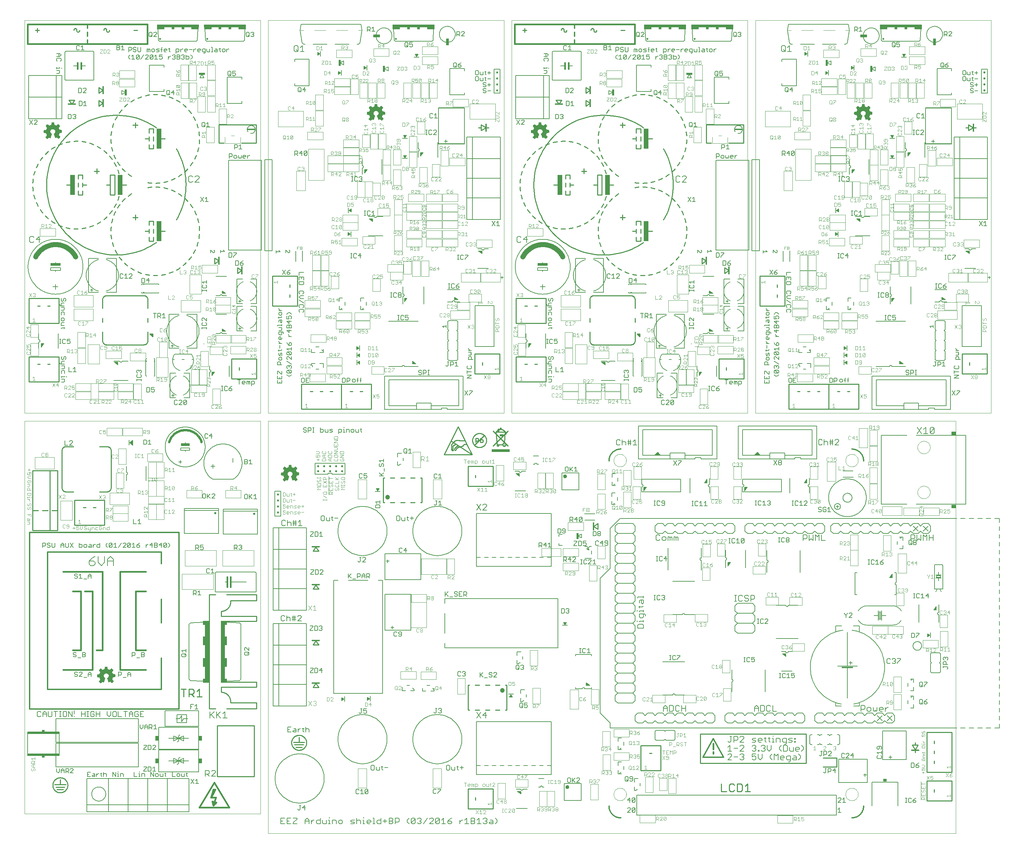
<source format=gto>
G75*
G70*
%OFA0B0*%
%FSLAX24Y24*%
%IPPOS*%
%LPD*%
%AMOC8*
5,1,8,0,0,1.08239X$1,22.5*
%
%ADD10C,0.0039*%
%ADD11C,0.0050*%
%ADD12R,0.0149X0.0001*%
%ADD13R,0.0004X0.0001*%
%ADD14R,0.0010X0.0001*%
%ADD15R,0.0017X0.0001*%
%ADD16R,0.0023X0.0001*%
%ADD17R,0.0029X0.0001*%
%ADD18R,0.0034X0.0001*%
%ADD19R,0.0040X0.0001*%
%ADD20R,0.0043X0.0002*%
%ADD21R,0.0047X0.0001*%
%ADD22R,0.0050X0.0001*%
%ADD23R,0.0054X0.0001*%
%ADD24R,0.0059X0.0001*%
%ADD25R,0.0064X0.0001*%
%ADD26R,0.0015X0.0001*%
%ADD27R,0.0067X0.0001*%
%ADD28R,0.0020X0.0001*%
%ADD29R,0.0070X0.0001*%
%ADD30R,0.0024X0.0001*%
%ADD31R,0.0074X0.0001*%
%ADD32R,0.0027X0.0001*%
%ADD33R,0.0076X0.0001*%
%ADD34R,0.0030X0.0001*%
%ADD35R,0.0081X0.0002*%
%ADD36R,0.0036X0.0002*%
%ADD37R,0.0086X0.0001*%
%ADD38R,0.0044X0.0001*%
%ADD39R,0.0091X0.0001*%
%ADD40R,0.0046X0.0001*%
%ADD41R,0.0094X0.0001*%
%ADD42R,0.0096X0.0001*%
%ADD43R,0.0053X0.0001*%
%ADD44R,0.0099X0.0001*%
%ADD45R,0.0056X0.0001*%
%ADD46R,0.0104X0.0001*%
%ADD47R,0.0060X0.0001*%
%ADD48R,0.0108X0.0001*%
%ADD49R,0.0112X0.0001*%
%ADD50R,0.0117X0.0001*%
%ADD51R,0.0072X0.0001*%
%ADD52R,0.0120X0.0002*%
%ADD53R,0.0075X0.0002*%
%ADD54R,0.0123X0.0001*%
%ADD55R,0.0078X0.0001*%
%ADD56R,0.0126X0.0001*%
%ADD57R,0.0081X0.0001*%
%ADD58R,0.0131X0.0001*%
%ADD59R,0.0136X0.0001*%
%ADD60R,0.0090X0.0001*%
%ADD61R,0.0139X0.0001*%
%ADD62R,0.0144X0.0001*%
%ADD63R,0.0147X0.0001*%
%ADD64R,0.0101X0.0001*%
%ADD65R,0.0150X0.0001*%
%ADD66R,0.0102X0.0001*%
%ADD67R,0.0153X0.0001*%
%ADD68R,0.0106X0.0001*%
%ADD69R,0.0158X0.0002*%
%ADD70R,0.0109X0.0002*%
%ADD71R,0.0164X0.0001*%
%ADD72R,0.0115X0.0001*%
%ADD73R,0.0168X0.0001*%
%ADD74R,0.0120X0.0001*%
%ADD75R,0.0171X0.0001*%
%ADD76R,0.0123X0.0001*%
%ADD77R,0.0172X0.0001*%
%ADD78R,0.0125X0.0001*%
%ADD79R,0.0175X0.0001*%
%ADD80R,0.0128X0.0001*%
%ADD81R,0.0180X0.0001*%
%ADD82R,0.0132X0.0001*%
%ADD83R,0.0186X0.0001*%
%ADD84R,0.0191X0.0001*%
%ADD85R,0.0141X0.0001*%
%ADD86R,0.0194X0.0001*%
%ADD87R,0.0145X0.0001*%
%ADD88R,0.0196X0.0002*%
%ADD89R,0.0149X0.0002*%
%ADD90R,0.0199X0.0001*%
%ADD91R,0.0151X0.0001*%
%ADD92R,0.0204X0.0001*%
%ADD93R,0.0153X0.0001*%
%ADD94R,0.0207X0.0001*%
%ADD95R,0.0158X0.0001*%
%ADD96R,0.0211X0.0001*%
%ADD97R,0.0162X0.0001*%
%ADD98R,0.0216X0.0001*%
%ADD99R,0.0166X0.0001*%
%ADD100R,0.0219X0.0001*%
%ADD101R,0.0007X0.0001*%
%ADD102R,0.0169X0.0001*%
%ADD103R,0.0222X0.0001*%
%ADD104R,0.0011X0.0001*%
%ADD105R,0.0224X0.0001*%
%ADD106R,0.0014X0.0001*%
%ADD107R,0.0176X0.0001*%
%ADD108R,0.0228X0.0001*%
%ADD109R,0.0018X0.0001*%
%ADD110R,0.0179X0.0001*%
%ADD111R,0.0234X0.0002*%
%ADD112R,0.0024X0.0002*%
%ADD113R,0.0183X0.0002*%
%ADD114R,0.0239X0.0001*%
%ADD115R,0.0189X0.0001*%
%ADD116R,0.0241X0.0001*%
%ADD117R,0.0033X0.0001*%
%ADD118R,0.0012X0.0001*%
%ADD119R,0.0192X0.0001*%
%ADD120R,0.0243X0.0001*%
%ADD121R,0.0038X0.0001*%
%ADD122R,0.0246X0.0001*%
%ADD123R,0.0041X0.0001*%
%ADD124R,0.0019X0.0001*%
%ADD125R,0.0196X0.0001*%
%ADD126R,0.0250X0.0001*%
%ADD127R,0.0021X0.0001*%
%ADD128R,0.0201X0.0001*%
%ADD129R,0.0254X0.0001*%
%ADD130R,0.0048X0.0001*%
%ADD131R,0.0258X0.0001*%
%ADD132R,0.0054X0.0001*%
%ADD133R,0.0209X0.0001*%
%ADD134R,0.0263X0.0001*%
%ADD135R,0.0213X0.0001*%
%ADD136R,0.0267X0.0001*%
%ADD137R,0.0063X0.0001*%
%ADD138R,0.0270X0.0002*%
%ADD139R,0.0066X0.0002*%
%ADD140R,0.0045X0.0002*%
%ADD141R,0.0219X0.0002*%
%ADD142R,0.0271X0.0001*%
%ADD143R,0.0220X0.0001*%
%ADD144R,0.0274X0.0001*%
%ADD145R,0.0051X0.0001*%
%ADD146R,0.0223X0.0001*%
%ADD147R,0.0278X0.0001*%
%ADD148R,0.0282X0.0001*%
%ADD149R,0.0231X0.0001*%
%ADD150R,0.0288X0.0001*%
%ADD151R,0.0085X0.0001*%
%ADD152R,0.0236X0.0001*%
%ADD153R,0.0289X0.0001*%
%ADD154R,0.0087X0.0001*%
%ADD155R,0.0066X0.0001*%
%ADD156R,0.0292X0.0001*%
%ADD157R,0.0069X0.0001*%
%ADD158R,0.0297X0.0001*%
%ADD159R,0.0300X0.0001*%
%ADD160R,0.0075X0.0001*%
%ADD161R,0.0305X0.0002*%
%ADD162R,0.0101X0.0002*%
%ADD163R,0.0078X0.0002*%
%ADD164R,0.0251X0.0002*%
%ADD165R,0.0309X0.0001*%
%ADD166R,0.0105X0.0001*%
%ADD167R,0.0083X0.0001*%
%ADD168R,0.0255X0.0001*%
%ADD169R,0.0314X0.0001*%
%ADD170R,0.0110X0.0001*%
%ADD171R,0.0087X0.0001*%
%ADD172R,0.0316X0.0001*%
%ADD173R,0.0113X0.0001*%
%ADD174R,0.0262X0.0001*%
%ADD175R,0.0319X0.0001*%
%ADD176R,0.0114X0.0001*%
%ADD177R,0.0093X0.0001*%
%ADD178R,0.0266X0.0001*%
%ADD179R,0.0321X0.0001*%
%ADD180R,0.0096X0.0001*%
%ADD181R,0.0324X0.0001*%
%ADD182R,0.0270X0.0001*%
%ADD183R,0.0329X0.0001*%
%ADD184R,0.0124X0.0001*%
%ADD185R,0.0275X0.0001*%
%ADD186R,0.0333X0.0001*%
%ADD187R,0.0279X0.0001*%
%ADD188R,0.0336X0.0001*%
%ADD189R,0.0111X0.0001*%
%ADD190R,0.0284X0.0001*%
%ADD191R,0.0339X0.0002*%
%ADD192R,0.0134X0.0002*%
%ADD193R,0.0114X0.0002*%
%ADD194R,0.0286X0.0002*%
%ADD195R,0.0342X0.0001*%
%ADD196R,0.0116X0.0001*%
%ADD197R,0.0491X0.0001*%
%ADD198R,0.0492X0.0001*%
%ADD199R,0.0294X0.0001*%
%ADD200R,0.0495X0.0001*%
%ADD201R,0.0299X0.0001*%
%ADD202R,0.0496X0.0001*%
%ADD203R,0.0127X0.0001*%
%ADD204R,0.0301X0.0001*%
%ADD205R,0.0498X0.0001*%
%ADD206R,0.0304X0.0001*%
%ADD207R,0.0501X0.0001*%
%ADD208R,0.0134X0.0001*%
%ADD209R,0.0308X0.0001*%
%ADD210R,0.0135X0.0001*%
%ADD211R,0.0311X0.0001*%
%ADD212R,0.0504X0.0001*%
%ADD213R,0.0138X0.0001*%
%ADD214R,0.0504X0.0002*%
%ADD215R,0.0141X0.0002*%
%ADD216R,0.0318X0.0002*%
%ADD217R,0.0507X0.0001*%
%ADD218R,0.0323X0.0001*%
%ADD219R,0.0326X0.0001*%
%ADD220R,0.0508X0.0001*%
%ADD221R,0.0152X0.0001*%
%ADD222R,0.0330X0.0001*%
%ADD223R,0.0510X0.0001*%
%ADD224R,0.0494X0.0001*%
%ADD225R,0.0512X0.0001*%
%ADD226R,0.0500X0.0001*%
%ADD227R,0.0513X0.0001*%
%ADD228R,0.0501X0.0001*%
%ADD229R,0.0513X0.0002*%
%ADD230R,0.0501X0.0002*%
%ADD231R,0.0503X0.0001*%
%ADD232R,0.0504X0.0001*%
%ADD233R,0.0506X0.0001*%
%ADD234R,0.0513X0.0001*%
%ADD235R,0.0509X0.0001*%
%ADD236R,0.0511X0.0001*%
%ADD237R,0.0514X0.0001*%
%ADD238R,0.0516X0.0001*%
%ADD239R,0.0513X0.0002*%
%ADD240R,0.0519X0.0002*%
%ADD241R,0.0519X0.0001*%
%ADD242R,0.0520X0.0001*%
%ADD243R,0.0522X0.0001*%
%ADD244R,0.0507X0.0001*%
%ADD245R,0.0509X0.0002*%
%ADD246R,0.0520X0.0002*%
%ADD247R,0.0522X0.0001*%
%ADD248R,0.0505X0.0001*%
%ADD249R,0.0502X0.0001*%
%ADD250R,0.0521X0.0001*%
%ADD251R,0.0503X0.0002*%
%ADD252R,0.0519X0.0002*%
%ADD253R,0.0519X0.0001*%
%ADD254R,0.0499X0.0001*%
%ADD255R,0.0517X0.0001*%
%ADD256R,0.0495X0.0002*%
%ADD257R,0.0514X0.0002*%
%ADD258R,0.0515X0.0001*%
%ADD259R,0.0492X0.0001*%
%ADD260R,0.0490X0.0001*%
%ADD261R,0.0490X0.0002*%
%ADD262R,0.0511X0.0002*%
%ADD263R,0.0489X0.0001*%
%ADD264R,0.0489X0.0001*%
%ADD265R,0.0488X0.0001*%
%ADD266R,0.0485X0.0001*%
%ADD267R,0.0483X0.0001*%
%ADD268R,0.0483X0.0002*%
%ADD269R,0.0507X0.0002*%
%ADD270R,0.0483X0.0001*%
%ADD271R,0.0481X0.0001*%
%ADD272R,0.0480X0.0001*%
%ADD273R,0.0480X0.0002*%
%ADD274R,0.0501X0.0002*%
%ADD275R,0.0479X0.0001*%
%ADD276R,0.0477X0.0001*%
%ADD277R,0.0477X0.0001*%
%ADD278R,0.0475X0.0001*%
%ADD279R,0.0474X0.0001*%
%ADD280R,0.0472X0.0001*%
%ADD281R,0.0472X0.0002*%
%ADD282R,0.0498X0.0002*%
%ADD283R,0.0471X0.0001*%
%ADD284R,0.0473X0.0001*%
%ADD285R,0.0471X0.0001*%
%ADD286R,0.0470X0.0001*%
%ADD287R,0.0468X0.0001*%
%ADD288R,0.0469X0.0001*%
%ADD289R,0.0468X0.0002*%
%ADD290R,0.0491X0.0002*%
%ADD291R,0.0466X0.0001*%
%ADD292R,0.0465X0.0001*%
%ADD293R,0.0464X0.0001*%
%ADD294R,0.0462X0.0001*%
%ADD295R,0.0462X0.0002*%
%ADD296R,0.0489X0.0002*%
%ADD297R,0.0461X0.0001*%
%ADD298R,0.0460X0.0001*%
%ADD299R,0.0459X0.0001*%
%ADD300R,0.0484X0.0001*%
%ADD301R,0.0457X0.0001*%
%ADD302R,0.0459X0.0001*%
%ADD303R,0.0458X0.0002*%
%ADD304R,0.0484X0.0002*%
%ADD305R,0.0456X0.0001*%
%ADD306R,0.0455X0.0001*%
%ADD307R,0.0453X0.0001*%
%ADD308R,0.0451X0.0001*%
%ADD309R,0.0453X0.0001*%
%ADD310R,0.0450X0.0001*%
%ADD311R,0.0451X0.0002*%
%ADD312R,0.0478X0.0001*%
%ADD313R,0.0449X0.0001*%
%ADD314R,0.0476X0.0001*%
%ADD315R,0.0447X0.0001*%
%ADD316R,0.0474X0.0001*%
%ADD317R,0.0449X0.0002*%
%ADD318R,0.0476X0.0002*%
%ADD319R,0.0454X0.0001*%
%ADD320R,0.0469X0.0002*%
%ADD321R,0.0468X0.0001*%
%ADD322R,0.0467X0.0001*%
%ADD323R,0.0473X0.0002*%
%ADD324R,0.0468X0.0002*%
%ADD325R,0.0486X0.0002*%
%ADD326R,0.0474X0.0002*%
%ADD327R,0.0487X0.0001*%
%ADD328R,0.0497X0.0001*%
%ADD329R,0.0486X0.0001*%
%ADD330R,0.0500X0.0002*%
%ADD331R,0.0487X0.0002*%
%ADD332R,0.0498X0.0001*%
%ADD333R,0.0524X0.0002*%
%ADD334R,0.0524X0.0001*%
%ADD335R,0.0525X0.0001*%
%ADD336R,0.0528X0.0001*%
%ADD337R,0.0529X0.0001*%
%ADD338R,0.0533X0.0001*%
%ADD339R,0.0534X0.0001*%
%ADD340R,0.0523X0.0001*%
%ADD341R,0.0536X0.0001*%
%ADD342R,0.0537X0.0002*%
%ADD343R,0.0527X0.0002*%
%ADD344R,0.0537X0.0001*%
%ADD345R,0.0528X0.0001*%
%ADD346R,0.0539X0.0001*%
%ADD347R,0.0530X0.0001*%
%ADD348R,0.0540X0.0001*%
%ADD349R,0.0541X0.0001*%
%ADD350R,0.0531X0.0001*%
%ADD351R,0.0543X0.0001*%
%ADD352R,0.0544X0.0001*%
%ADD353R,0.0546X0.0002*%
%ADD354R,0.0536X0.0002*%
%ADD355R,0.0547X0.0001*%
%ADD356R,0.0551X0.0001*%
%ADD357R,0.0552X0.0001*%
%ADD358R,0.0554X0.0001*%
%ADD359R,0.0555X0.0001*%
%ADD360R,0.0555X0.0002*%
%ADD361R,0.0547X0.0002*%
%ADD362R,0.0549X0.0001*%
%ADD363R,0.0548X0.0001*%
%ADD364R,0.0538X0.0001*%
%ADD365R,0.0537X0.0001*%
%ADD366R,0.0533X0.0002*%
%ADD367R,0.0531X0.0001*%
%ADD368R,0.0526X0.0001*%
%ADD369R,0.0518X0.0001*%
%ADD370R,0.0498X0.0002*%
%ADD371R,0.0496X0.0002*%
%ADD372R,0.0486X0.0001*%
%ADD373R,0.0485X0.0002*%
%ADD374R,0.0482X0.0001*%
%ADD375R,0.0477X0.0002*%
%ADD376R,0.0530X0.0002*%
%ADD377R,0.0464X0.0002*%
%ADD378R,0.0561X0.0001*%
%ADD379R,0.0570X0.0001*%
%ADD380R,0.0576X0.0001*%
%ADD381R,0.0581X0.0001*%
%ADD382R,0.0585X0.0001*%
%ADD383R,0.0589X0.0001*%
%ADD384R,0.0600X0.0002*%
%ADD385R,0.0614X0.0001*%
%ADD386R,0.0623X0.0001*%
%ADD387R,0.0630X0.0001*%
%ADD388R,0.0633X0.0001*%
%ADD389R,0.0638X0.0001*%
%ADD390R,0.0645X0.0001*%
%ADD391R,0.0657X0.0001*%
%ADD392R,0.0556X0.0001*%
%ADD393R,0.0669X0.0001*%
%ADD394R,0.0674X0.0001*%
%ADD395R,0.0579X0.0001*%
%ADD396R,0.0676X0.0002*%
%ADD397R,0.0585X0.0002*%
%ADD398R,0.0678X0.0001*%
%ADD399R,0.0590X0.0001*%
%ADD400R,0.0679X0.0001*%
%ADD401R,0.0596X0.0001*%
%ADD402R,0.0681X0.0001*%
%ADD403R,0.0606X0.0001*%
%ADD404R,0.0620X0.0001*%
%ADD405R,0.0682X0.0001*%
%ADD406R,0.0633X0.0001*%
%ADD407R,0.0684X0.0001*%
%ADD408R,0.0639X0.0001*%
%ADD409R,0.0649X0.0001*%
%ADD410R,0.0684X0.0001*%
%ADD411R,0.0655X0.0001*%
%ADD412R,0.0683X0.0002*%
%ADD413R,0.0664X0.0002*%
%ADD414R,0.0683X0.0001*%
%ADD415R,0.0670X0.0001*%
%ADD416R,0.0671X0.0001*%
%ADD417R,0.0681X0.0001*%
%ADD418R,0.0672X0.0001*%
%ADD419R,0.0680X0.0001*%
%ADD420R,0.0675X0.0001*%
%ADD421R,0.0676X0.0001*%
%ADD422R,0.0680X0.0002*%
%ADD423R,0.0678X0.0002*%
%ADD424R,0.0678X0.0001*%
%ADD425R,0.0675X0.0002*%
%ADD426R,0.0672X0.0002*%
%ADD427R,0.0672X0.0001*%
%ADD428R,0.0671X0.0002*%
%ADD429R,0.0670X0.0002*%
%ADD430R,0.0669X0.0001*%
%ADD431R,0.0667X0.0001*%
%ADD432R,0.0669X0.0002*%
%ADD433R,0.0667X0.0002*%
%ADD434R,0.0668X0.0001*%
%ADD435R,0.0666X0.0001*%
%ADD436R,0.0668X0.0002*%
%ADD437R,0.0666X0.0002*%
%ADD438R,0.0666X0.0001*%
%ADD439R,0.0664X0.0001*%
%ADD440R,0.0663X0.0001*%
%ADD441R,0.0666X0.0002*%
%ADD442R,0.0663X0.0002*%
%ADD443R,0.0665X0.0001*%
%ADD444R,0.0674X0.0002*%
%ADD445R,0.0677X0.0001*%
%ADD446R,0.0678X0.0002*%
%ADD447R,0.0682X0.0002*%
%ADD448R,0.0686X0.0001*%
%ADD449R,0.0686X0.0002*%
%ADD450R,0.0687X0.0001*%
%ADD451R,0.0689X0.0001*%
%ADD452R,0.0653X0.0001*%
%ADD453R,0.0641X0.0001*%
%ADD454R,0.0626X0.0001*%
%ADD455R,0.0616X0.0001*%
%ADD456R,0.0687X0.0001*%
%ADD457R,0.0612X0.0001*%
%ADD458R,0.0688X0.0001*%
%ADD459R,0.0606X0.0001*%
%ADD460R,0.0601X0.0001*%
%ADD461R,0.0591X0.0002*%
%ADD462R,0.0567X0.0001*%
%ADD463R,0.0560X0.0001*%
%ADD464R,0.0659X0.0001*%
%ADD465R,0.0516X0.0001*%
%ADD466R,0.0639X0.0001*%
%ADD467R,0.0502X0.0002*%
%ADD468R,0.0633X0.0002*%
%ADD469R,0.0608X0.0001*%
%ADD470R,0.0582X0.0001*%
%ADD471R,0.0577X0.0001*%
%ADD472R,0.0569X0.0002*%
%ADD473R,0.0546X0.0001*%
%ADD474R,0.0486X0.0002*%
%ADD475R,0.0493X0.0001*%
%ADD476R,0.0516X0.0002*%
%ADD477R,0.0532X0.0001*%
%ADD478R,0.0534X0.0002*%
%ADD479R,0.0535X0.0002*%
%ADD480R,0.0543X0.0001*%
%ADD481R,0.0553X0.0001*%
%ADD482R,0.0559X0.0001*%
%ADD483R,0.0564X0.0001*%
%ADD484R,0.0564X0.0001*%
%ADD485R,0.0567X0.0001*%
%ADD486R,0.0569X0.0001*%
%ADD487R,0.0570X0.0002*%
%ADD488R,0.0571X0.0002*%
%ADD489R,0.0571X0.0001*%
%ADD490R,0.0573X0.0001*%
%ADD491R,0.0574X0.0001*%
%ADD492R,0.0576X0.0001*%
%ADD493R,0.0600X0.0001*%
%ADD494R,0.0611X0.0001*%
%ADD495R,0.0618X0.0001*%
%ADD496R,0.0621X0.0001*%
%ADD497R,0.1269X0.0001*%
%ADD498R,0.1267X0.0001*%
%ADD499R,0.1266X0.0001*%
%ADD500R,0.1266X0.0002*%
%ADD501R,0.1264X0.0001*%
%ADD502R,0.1261X0.0001*%
%ADD503R,0.1260X0.0001*%
%ADD504R,0.1259X0.0001*%
%ADD505R,0.1256X0.0001*%
%ADD506R,0.1254X0.0001*%
%ADD507R,0.1253X0.0001*%
%ADD508R,0.1251X0.0001*%
%ADD509R,0.1251X0.0002*%
%ADD510R,0.1248X0.0001*%
%ADD511R,0.1245X0.0001*%
%ADD512R,0.1244X0.0001*%
%ADD513R,0.1242X0.0001*%
%ADD514R,0.1239X0.0001*%
%ADD515R,0.1237X0.0001*%
%ADD516R,0.1236X0.0002*%
%ADD517R,0.1233X0.0001*%
%ADD518R,0.1230X0.0001*%
%ADD519R,0.1229X0.0001*%
%ADD520R,0.1227X0.0001*%
%ADD521R,0.1226X0.0001*%
%ADD522R,0.1224X0.0001*%
%ADD523R,0.1223X0.0002*%
%ADD524R,0.1219X0.0001*%
%ADD525R,0.1216X0.0001*%
%ADD526R,0.1215X0.0001*%
%ADD527R,0.1214X0.0001*%
%ADD528R,0.1212X0.0001*%
%ADD529R,0.1209X0.0001*%
%ADD530R,0.1207X0.0002*%
%ADD531R,0.1206X0.0001*%
%ADD532R,0.1204X0.0001*%
%ADD533R,0.1201X0.0001*%
%ADD534R,0.1200X0.0001*%
%ADD535R,0.1199X0.0001*%
%ADD536R,0.1196X0.0001*%
%ADD537R,0.1194X0.0001*%
%ADD538R,0.1193X0.0001*%
%ADD539R,0.1191X0.0001*%
%ADD540R,0.1191X0.0002*%
%ADD541R,0.1188X0.0001*%
%ADD542R,0.1185X0.0001*%
%ADD543R,0.1184X0.0001*%
%ADD544R,0.1181X0.0001*%
%ADD545R,0.1177X0.0001*%
%ADD546R,0.1176X0.0001*%
%ADD547R,0.1174X0.0001*%
%ADD548R,0.1173X0.0001*%
%ADD549R,0.1170X0.0002*%
%ADD550R,0.1170X0.0001*%
%ADD551R,0.1169X0.0001*%
%ADD552R,0.1166X0.0001*%
%ADD553R,0.1164X0.0001*%
%ADD554R,0.1163X0.0001*%
%ADD555R,0.1163X0.0002*%
%ADD556R,0.1167X0.0001*%
%ADD557R,0.1171X0.0001*%
%ADD558R,0.1179X0.0001*%
%ADD559R,0.1182X0.0001*%
%ADD560R,0.1182X0.0002*%
%ADD561R,0.1188X0.0001*%
%ADD562R,0.1190X0.0001*%
%ADD563R,0.1197X0.0001*%
%ADD564R,0.1204X0.0002*%
%ADD565R,0.1207X0.0001*%
%ADD566R,0.1210X0.0001*%
%ADD567R,0.1213X0.0001*%
%ADD568R,0.1217X0.0001*%
%ADD569R,0.1218X0.0001*%
%ADD570R,0.1220X0.0001*%
%ADD571R,0.1221X0.0001*%
%ADD572R,0.1223X0.0001*%
%ADD573R,0.1226X0.0002*%
%ADD574R,0.1236X0.0001*%
%ADD575R,0.1239X0.0001*%
%ADD576R,0.1240X0.0001*%
%ADD577R,0.1243X0.0001*%
%ADD578R,0.1248X0.0002*%
%ADD579R,0.1248X0.0001*%
%ADD580R,0.1251X0.0001*%
%ADD581R,0.1257X0.0001*%
%ADD582R,0.1263X0.0001*%
%ADD583R,0.1267X0.0002*%
%ADD584R,0.1270X0.0001*%
%ADD585R,0.1274X0.0001*%
%ADD586R,0.1275X0.0001*%
%ADD587R,0.1278X0.0001*%
%ADD588R,0.1280X0.0001*%
%ADD589R,0.1281X0.0001*%
%ADD590R,0.1284X0.0001*%
%ADD591R,0.1286X0.0001*%
%ADD592R,0.1289X0.0001*%
%ADD593R,0.1290X0.0002*%
%ADD594R,0.1291X0.0001*%
%ADD595R,0.1294X0.0001*%
%ADD596R,0.1296X0.0001*%
%ADD597R,0.1299X0.0001*%
%ADD598R,0.1300X0.0001*%
%ADD599R,0.1302X0.0001*%
%ADD600R,0.1304X0.0001*%
%ADD601R,0.1306X0.0001*%
%ADD602R,0.1308X0.0001*%
%ADD603R,0.1311X0.0002*%
%ADD604R,0.1313X0.0001*%
%ADD605R,0.1316X0.0001*%
%ADD606R,0.1317X0.0001*%
%ADD607R,0.1320X0.0001*%
%ADD608R,0.1323X0.0001*%
%ADD609R,0.1326X0.0001*%
%ADD610R,0.1329X0.0001*%
%ADD611R,0.1332X0.0002*%
%ADD612R,0.1335X0.0001*%
%ADD613R,0.1336X0.0001*%
%ADD614R,0.1340X0.0001*%
%ADD615R,0.1343X0.0001*%
%ADD616R,0.1346X0.0001*%
%ADD617R,0.1347X0.0001*%
%ADD618R,0.1350X0.0001*%
%ADD619R,0.1353X0.0002*%
%ADD620R,0.1356X0.0001*%
%ADD621R,0.1357X0.0001*%
%ADD622R,0.1360X0.0001*%
%ADD623R,0.1364X0.0001*%
%ADD624R,0.1365X0.0001*%
%ADD625R,0.1368X0.0001*%
%ADD626R,0.1369X0.0001*%
%ADD627R,0.1373X0.0001*%
%ADD628R,0.1374X0.0002*%
%ADD629R,0.1377X0.0001*%
%ADD630R,0.1379X0.0001*%
%ADD631R,0.1380X0.0001*%
%ADD632R,0.1383X0.0001*%
%ADD633R,0.1386X0.0001*%
%ADD634R,0.1387X0.0001*%
%ADD635R,0.1391X0.0001*%
%ADD636R,0.1394X0.0001*%
%ADD637R,0.1395X0.0002*%
%ADD638R,0.1398X0.0001*%
%ADD639R,0.1401X0.0001*%
%ADD640R,0.1403X0.0001*%
%ADD641R,0.1406X0.0001*%
%ADD642R,0.1407X0.0001*%
%ADD643R,0.1409X0.0001*%
%ADD644R,0.1411X0.0001*%
%ADD645R,0.1414X0.0001*%
%ADD646R,0.1416X0.0002*%
%ADD647R,0.1419X0.0001*%
%ADD648R,0.1421X0.0001*%
%ADD649R,0.1422X0.0001*%
%ADD650R,0.1424X0.0001*%
%ADD651R,0.1426X0.0001*%
%ADD652R,0.1428X0.0001*%
%ADD653R,0.1429X0.0002*%
%ADD654R,0.1429X0.0001*%
%ADD655R,0.1425X0.0001*%
%ADD656R,0.1421X0.0002*%
%ADD657R,0.1418X0.0001*%
%ADD658R,0.1416X0.0001*%
%ADD659R,0.1413X0.0001*%
%ADD660R,0.1410X0.0001*%
%ADD661R,0.1404X0.0001*%
%ADD662R,0.1401X0.0001*%
%ADD663R,0.0346X0.0001*%
%ADD664R,0.1044X0.0001*%
%ADD665R,0.0342X0.0002*%
%ADD666R,0.1040X0.0002*%
%ADD667R,0.0337X0.0001*%
%ADD668R,0.1034X0.0001*%
%ADD669R,0.0357X0.0001*%
%ADD670R,0.0660X0.0001*%
%ADD671R,0.0353X0.0001*%
%ADD672R,0.0327X0.0001*%
%ADD673R,0.0349X0.0001*%
%ADD674R,0.0321X0.0001*%
%ADD675R,0.0648X0.0001*%
%ADD676R,0.0344X0.0001*%
%ADD677R,0.0317X0.0001*%
%ADD678R,0.0339X0.0001*%
%ADD679R,0.0312X0.0001*%
%ADD680R,0.0631X0.0001*%
%ADD681R,0.0334X0.0001*%
%ADD682R,0.0309X0.0001*%
%ADD683R,0.0307X0.0002*%
%ADD684R,0.0623X0.0002*%
%ADD685R,0.0327X0.0002*%
%ADD686R,0.0618X0.0001*%
%ADD687R,0.0297X0.0001*%
%ADD688R,0.0607X0.0001*%
%ADD689R,0.0320X0.0001*%
%ADD690R,0.0293X0.0001*%
%ADD691R,0.0599X0.0001*%
%ADD692R,0.0313X0.0001*%
%ADD693R,0.0285X0.0001*%
%ADD694R,0.0584X0.0001*%
%ADD695R,0.0303X0.0001*%
%ADD696R,0.0281X0.0001*%
%ADD697R,0.0273X0.0002*%
%ADD698R,0.0563X0.0002*%
%ADD699R,0.0293X0.0002*%
%ADD700R,0.0264X0.0001*%
%ADD701R,0.0259X0.0001*%
%ADD702R,0.0256X0.0001*%
%ADD703R,0.0276X0.0001*%
%ADD704R,0.0252X0.0001*%
%ADD705R,0.0273X0.0001*%
%ADD706R,0.0248X0.0001*%
%ADD707R,0.0269X0.0001*%
%ADD708R,0.0245X0.0001*%
%ADD709R,0.0240X0.0001*%
%ADD710R,0.0237X0.0002*%
%ADD711R,0.0256X0.0002*%
%ADD712R,0.0234X0.0001*%
%ADD713R,0.0232X0.0001*%
%ADD714R,0.0251X0.0001*%
%ADD715R,0.0228X0.0001*%
%ADD716R,0.0246X0.0001*%
%ADD717R,0.0456X0.0001*%
%ADD718R,0.0219X0.0001*%
%ADD719R,0.0444X0.0001*%
%ADD720R,0.0237X0.0001*%
%ADD721R,0.0214X0.0001*%
%ADD722R,0.0436X0.0001*%
%ADD723R,0.0432X0.0001*%
%ADD724R,0.0231X0.0001*%
%ADD725R,0.0210X0.0001*%
%ADD726R,0.0426X0.0001*%
%ADD727R,0.0420X0.0001*%
%ADD728R,0.0226X0.0001*%
%ADD729R,0.0204X0.0002*%
%ADD730R,0.0409X0.0002*%
%ADD731R,0.0222X0.0002*%
%ADD732R,0.0391X0.0001*%
%ADD733R,0.0217X0.0001*%
%ADD734R,0.0376X0.0001*%
%ADD735R,0.0368X0.0001*%
%ADD736R,0.0189X0.0001*%
%ADD737R,0.0361X0.0001*%
%ADD738R,0.0206X0.0001*%
%ADD739R,0.0186X0.0001*%
%ADD740R,0.0356X0.0001*%
%ADD741R,0.0181X0.0001*%
%ADD742R,0.0345X0.0001*%
%ADD743R,0.0173X0.0001*%
%ADD744R,0.0331X0.0001*%
%ADD745R,0.0190X0.0001*%
%ADD746R,0.0168X0.0001*%
%ADD747R,0.0165X0.0002*%
%ADD748R,0.0162X0.0001*%
%ADD749R,0.0159X0.0001*%
%ADD750R,0.0177X0.0001*%
%ADD751R,0.0156X0.0001*%
%ADD752R,0.0324X0.0001*%
%ADD753R,0.0174X0.0001*%
%ADD754R,0.0167X0.0001*%
%ADD755R,0.0146X0.0001*%
%ADD756R,0.0163X0.0001*%
%ADD757R,0.0141X0.0001*%
%ADD758R,0.0140X0.0001*%
%ADD759R,0.0137X0.0001*%
%ADD760R,0.0133X0.0001*%
%ADD761R,0.0129X0.0002*%
%ADD762R,0.0321X0.0002*%
%ADD763R,0.0146X0.0002*%
%ADD764R,0.0119X0.0001*%
%ADD765R,0.0129X0.0001*%
%ADD766R,0.0111X0.0001*%
%ADD767R,0.0126X0.0001*%
%ADD768R,0.0318X0.0001*%
%ADD769R,0.0097X0.0001*%
%ADD770R,0.0315X0.0001*%
%ADD771R,0.0089X0.0002*%
%ADD772R,0.0315X0.0002*%
%ADD773R,0.0105X0.0002*%
%ADD774R,0.0079X0.0001*%
%ADD775R,0.0089X0.0001*%
%ADD776R,0.0069X0.0001*%
%ADD777R,0.0084X0.0001*%
%ADD778R,0.0057X0.0001*%
%ADD779R,0.0052X0.0002*%
%ADD780R,0.0311X0.0002*%
%ADD781R,0.0066X0.0002*%
%ADD782R,0.0061X0.0001*%
%ADD783R,0.0042X0.0001*%
%ADD784R,0.0055X0.0001*%
%ADD785R,0.0039X0.0001*%
%ADD786R,0.0052X0.0001*%
%ADD787R,0.0036X0.0001*%
%ADD788R,0.0049X0.0001*%
%ADD789R,0.0307X0.0001*%
%ADD790R,0.0045X0.0001*%
%ADD791R,0.0022X0.0001*%
%ADD792R,0.0035X0.0001*%
%ADD793R,0.0025X0.0002*%
%ADD794R,0.0306X0.0001*%
%ADD795R,0.0018X0.0001*%
%ADD796R,0.0008X0.0001*%
%ADD797R,0.0300X0.0002*%
%ADD798R,0.0296X0.0001*%
%ADD799R,0.0294X0.0002*%
%ADD800R,0.0294X0.0001*%
%ADD801R,0.0291X0.0001*%
%ADD802R,0.0291X0.0002*%
%ADD803R,0.0286X0.0001*%
%ADD804R,0.0281X0.0002*%
%ADD805R,0.0277X0.0001*%
%ADD806R,0.0276X0.0001*%
%ADD807R,0.0266X0.0002*%
%ADD808R,0.0264X0.0001*%
%ADD809R,0.0261X0.0001*%
%ADD810R,0.0259X0.0002*%
%ADD811R,0.0254X0.0002*%
%ADD812R,0.0248X0.0002*%
%ADD813R,0.0218X0.0002*%
%ADD814R,0.0157X0.0001*%
%ADD815C,0.0070*%
%ADD816C,0.0040*%
%ADD817C,0.0160*%
%ADD818C,0.0060*%
%ADD819C,0.0100*%
%ADD820C,0.0090*%
%ADD821C,0.0030*%
%ADD822C,0.0150*%
%ADD823C,0.0120*%
%ADD824C,0.0020*%
%ADD825R,0.0118X0.0827*%
%ADD826C,0.0080*%
%ADD827R,0.0620X0.0240*%
%ADD828R,0.0240X0.0620*%
%ADD829R,0.0827X0.0118*%
%ADD830R,0.0500X0.2000*%
%ADD831R,0.0079X0.0079*%
%ADD832R,0.1000X0.0250*%
%ADD833C,0.0500*%
%ADD834R,0.0100X0.0150*%
%ADD835R,0.0150X0.0100*%
%ADD836C,0.0200*%
%ADD837R,0.4200X0.0300*%
%ADD838R,0.0750X0.0200*%
%ADD839R,0.0300X0.0200*%
%ADD840R,0.0748X0.0118*%
%ADD841R,0.0900X0.0250*%
%ADD842C,0.0240*%
%ADD843R,0.0079X0.0551*%
%ADD844R,0.0350X0.0500*%
%ADD845R,0.0400X0.6200*%
%ADD846R,0.0200X0.0400*%
%ADD847R,0.0200X0.0850*%
%ADD848C,0.0217*%
%ADD849R,0.3150X0.0197*%
%ADD850R,0.0300X0.0225*%
%ADD851R,0.0551X0.0079*%
%ADD852R,0.0300X0.0660*%
%ADD853R,0.0660X0.0300*%
%ADD854C,0.0472*%
%ADD855C,0.0000*%
%ADD856R,0.0340X0.0300*%
%ADD857R,0.1800X0.0300*%
%ADD858R,0.1181X0.0118*%
%ADD859C,0.0004*%
%ADD860R,0.0450X0.0364*%
D10*
X003807Y005244D02*
X027429Y005244D01*
X027429Y044614D01*
X003807Y044614D01*
X003807Y005244D01*
X028217Y003275D02*
X097114Y003275D01*
X097114Y044614D01*
X028217Y044614D01*
X028217Y003275D01*
X028217Y045401D02*
X028217Y084771D01*
X051839Y084771D01*
X051839Y045401D01*
X028217Y045401D01*
X027429Y045401D02*
X027429Y084771D01*
X003807Y084771D01*
X003807Y045401D01*
X027429Y045401D01*
X052626Y045401D02*
X052626Y084771D01*
X076248Y084771D01*
X076248Y045401D01*
X052626Y045401D01*
X077036Y045401D02*
X077036Y084771D01*
X100658Y084771D01*
X100658Y045401D01*
X077036Y045401D01*
D11*
X077960Y048401D02*
X078411Y048401D01*
X078411Y048701D01*
X078411Y048862D02*
X078411Y049162D01*
X078411Y049322D02*
X078411Y049622D01*
X078411Y049322D02*
X078336Y049322D01*
X078035Y049622D01*
X077960Y049622D01*
X077960Y049322D01*
X077960Y049162D02*
X077960Y048862D01*
X078411Y048862D01*
X078186Y048862D02*
X078186Y049012D01*
X077960Y048701D02*
X077960Y048401D01*
X078186Y048401D02*
X078186Y048551D01*
X078910Y049251D02*
X079060Y049101D01*
X079211Y049101D01*
X079361Y049251D01*
X079286Y049408D02*
X078985Y049708D01*
X079286Y049708D01*
X079361Y049633D01*
X079361Y049483D01*
X079286Y049408D01*
X078985Y049408D01*
X078910Y049483D01*
X078910Y049633D01*
X078985Y049708D01*
X078985Y049869D02*
X078910Y049944D01*
X078910Y050094D01*
X078985Y050169D01*
X079060Y050169D01*
X079136Y050094D01*
X079211Y050169D01*
X079286Y050169D01*
X079361Y050094D01*
X079361Y049944D01*
X079286Y049869D01*
X079136Y050019D02*
X079136Y050094D01*
X079361Y050329D02*
X078910Y050629D01*
X078985Y050789D02*
X078910Y050864D01*
X078910Y051014D01*
X078985Y051090D01*
X079060Y051090D01*
X079361Y050789D01*
X079361Y051090D01*
X079286Y051250D02*
X078985Y051550D01*
X079286Y051550D01*
X079361Y051475D01*
X079361Y051325D01*
X079286Y051250D01*
X078985Y051250D01*
X078910Y051325D01*
X078910Y051475D01*
X078985Y051550D01*
X079060Y051710D02*
X078910Y051860D01*
X079361Y051860D01*
X079361Y051710D02*
X079361Y052010D01*
X079286Y052170D02*
X079361Y052246D01*
X079361Y052396D01*
X079286Y052471D01*
X079211Y052471D01*
X079136Y052396D01*
X079136Y052170D01*
X079286Y052170D01*
X079136Y052170D02*
X078985Y052321D01*
X078910Y052471D01*
X078411Y052391D02*
X078110Y052391D01*
X078110Y052541D02*
X078110Y052616D01*
X078110Y052541D02*
X078261Y052391D01*
X078186Y052231D02*
X078186Y051931D01*
X078110Y051774D02*
X078110Y051624D01*
X078035Y051699D02*
X078336Y051699D01*
X078411Y051774D01*
X078336Y051464D02*
X078261Y051389D01*
X078261Y051239D01*
X078186Y051164D01*
X078110Y051239D01*
X078110Y051464D01*
X078336Y051464D02*
X078411Y051389D01*
X078411Y051164D01*
X078336Y051003D02*
X078186Y051003D01*
X078110Y050928D01*
X078110Y050778D01*
X078186Y050703D01*
X078336Y050703D01*
X078411Y050778D01*
X078411Y050928D01*
X078336Y051003D01*
X078186Y050543D02*
X078035Y050543D01*
X077960Y050468D01*
X077960Y050243D01*
X078411Y050243D01*
X078261Y050243D02*
X078261Y050468D01*
X078186Y050543D01*
X080361Y048852D02*
X080361Y048551D01*
X080436Y048476D01*
X080586Y048476D01*
X080661Y048551D01*
X080661Y048852D01*
X080586Y048927D01*
X080436Y048927D01*
X080361Y048852D01*
X080821Y048927D02*
X080821Y048476D01*
X081121Y048476D01*
X080971Y048701D02*
X080821Y048701D01*
X080821Y048927D02*
X081121Y048927D01*
X084461Y048927D02*
X084686Y048927D01*
X084761Y048852D01*
X084761Y048551D01*
X084686Y048476D01*
X084461Y048476D01*
X084461Y048927D01*
X084921Y048927D02*
X085146Y048927D01*
X085221Y048852D01*
X085221Y048701D01*
X085146Y048626D01*
X084921Y048626D01*
X084921Y048476D02*
X084921Y048927D01*
X085461Y048726D02*
X085461Y048576D01*
X085536Y048501D01*
X085686Y048501D01*
X085761Y048576D01*
X085761Y048726D01*
X085686Y048801D01*
X085536Y048801D01*
X085461Y048726D01*
X085921Y048726D02*
X086071Y048726D01*
X086228Y048726D02*
X086378Y048726D01*
X086303Y048877D02*
X086378Y048952D01*
X086303Y048877D02*
X086303Y048501D01*
X085996Y048501D02*
X085996Y048877D01*
X086071Y048952D01*
X092111Y049326D02*
X092186Y049251D01*
X092336Y049251D01*
X092411Y049326D01*
X092411Y049401D01*
X092336Y049476D01*
X092186Y049476D01*
X092111Y049551D01*
X092111Y049627D01*
X092186Y049702D01*
X092336Y049702D01*
X092411Y049627D01*
X092571Y049702D02*
X092796Y049702D01*
X092871Y049627D01*
X092871Y049476D01*
X092796Y049401D01*
X092571Y049401D01*
X092571Y049251D02*
X092571Y049702D01*
X093031Y049702D02*
X093182Y049702D01*
X093107Y049702D02*
X093107Y049251D01*
X093182Y049251D02*
X093031Y049251D01*
X094836Y050176D02*
X094911Y050101D01*
X094986Y050101D01*
X095061Y050176D01*
X095061Y050552D01*
X094986Y050552D02*
X095136Y050552D01*
X095296Y050552D02*
X095521Y050552D01*
X095596Y050477D01*
X095596Y050326D01*
X095521Y050251D01*
X095296Y050251D01*
X095296Y050101D02*
X095296Y050552D01*
X095756Y050401D02*
X095907Y050552D01*
X095907Y050101D01*
X096057Y050101D02*
X095756Y050101D01*
X096960Y050072D02*
X096960Y049922D01*
X097035Y049847D01*
X097336Y049847D01*
X097411Y049922D01*
X097411Y050072D01*
X097336Y050147D01*
X097035Y050147D02*
X096960Y050072D01*
X096960Y049687D02*
X096960Y049387D01*
X096960Y049537D02*
X097411Y049537D01*
X097411Y049226D02*
X096960Y049226D01*
X096960Y048926D02*
X097411Y049226D01*
X097411Y048926D02*
X096960Y048926D01*
X097036Y047652D02*
X096736Y047201D01*
X097036Y047201D02*
X096736Y047652D01*
X097196Y047652D02*
X097496Y047652D01*
X097496Y047577D01*
X097196Y047276D01*
X097196Y047201D01*
X097110Y050768D02*
X097110Y050993D01*
X097186Y051068D01*
X097336Y051068D01*
X097411Y050993D01*
X097411Y050768D01*
X097561Y050768D02*
X097110Y050768D01*
X097110Y051228D02*
X097336Y051228D01*
X097411Y051303D01*
X097336Y051378D01*
X097411Y051453D01*
X097336Y051528D01*
X097110Y051528D01*
X097110Y051689D02*
X097411Y051689D01*
X097261Y051689D02*
X097110Y051839D01*
X097110Y051914D01*
X094851Y053992D02*
X094851Y054219D01*
X094851Y054106D02*
X094510Y054106D01*
X094624Y053992D01*
X092626Y056356D02*
X092626Y058090D01*
X090539Y058096D02*
X090539Y057346D01*
X090560Y057344D01*
X090580Y057339D01*
X090599Y057330D01*
X090616Y057318D01*
X090631Y057303D01*
X090643Y057286D01*
X090652Y057267D01*
X090657Y057247D01*
X090659Y057226D01*
X090657Y057205D01*
X090652Y057185D01*
X090643Y057166D01*
X090631Y057149D01*
X090616Y057134D01*
X090599Y057122D01*
X090580Y057113D01*
X090560Y057108D01*
X090539Y057106D01*
X090539Y056356D01*
X090289Y057023D02*
X090139Y057023D01*
X090063Y057098D01*
X090063Y057173D01*
X090139Y057248D01*
X090289Y057248D01*
X090364Y057173D01*
X090364Y057098D01*
X090289Y057023D01*
X090289Y057248D02*
X090364Y057323D01*
X090364Y057399D01*
X090289Y057474D01*
X090139Y057474D01*
X090063Y057399D01*
X090063Y057323D01*
X090139Y057248D01*
X089903Y057098D02*
X089828Y057023D01*
X089678Y057023D01*
X089603Y057098D01*
X089603Y057399D01*
X089678Y057474D01*
X089828Y057474D01*
X089903Y057399D01*
X089446Y057474D02*
X089296Y057474D01*
X089371Y057474D02*
X089371Y057023D01*
X089296Y057023D02*
X089446Y057023D01*
X090006Y055202D02*
X090156Y055202D01*
X090081Y055202D02*
X090081Y054751D01*
X090006Y054751D02*
X090156Y054751D01*
X090313Y054826D02*
X090388Y054751D01*
X090538Y054751D01*
X090613Y054826D01*
X090773Y054826D02*
X090848Y054751D01*
X090998Y054751D01*
X091073Y054826D01*
X091073Y054976D01*
X090998Y055051D01*
X090923Y055051D01*
X090773Y054976D01*
X090773Y055202D01*
X091073Y055202D01*
X090613Y055127D02*
X090538Y055202D01*
X090388Y055202D01*
X090313Y055127D01*
X090313Y054826D01*
X095081Y057926D02*
X095231Y057926D01*
X095156Y057926D02*
X095156Y058377D01*
X095081Y058377D02*
X095231Y058377D01*
X095388Y058302D02*
X095388Y058001D01*
X095463Y057926D01*
X095613Y057926D01*
X095688Y058001D01*
X095848Y058001D02*
X095923Y057926D01*
X096073Y057926D01*
X096148Y058001D01*
X096148Y058076D01*
X096073Y058151D01*
X095848Y058151D01*
X095848Y058001D01*
X095848Y058151D02*
X095998Y058302D01*
X096148Y058377D01*
X095688Y058302D02*
X095613Y058377D01*
X095463Y058377D01*
X095388Y058302D01*
X096001Y060801D02*
X096151Y060801D01*
X096076Y060801D02*
X096076Y061252D01*
X096001Y061252D02*
X096151Y061252D01*
X096308Y061177D02*
X096308Y060876D01*
X096383Y060801D01*
X096533Y060801D01*
X096608Y060876D01*
X096768Y060876D02*
X096768Y060801D01*
X096768Y060876D02*
X097068Y061177D01*
X097068Y061252D01*
X096768Y061252D01*
X096608Y061177D02*
X096533Y061252D01*
X096383Y061252D01*
X096308Y061177D01*
X099464Y064195D02*
X099764Y064645D01*
X099924Y064495D02*
X100074Y064645D01*
X100074Y064195D01*
X099924Y064195D02*
X100224Y064195D01*
X099764Y064195D02*
X099464Y064645D01*
X100285Y064815D02*
X097501Y064815D01*
X097501Y073082D01*
X100285Y073082D01*
X100285Y070917D01*
X096939Y070917D01*
X096939Y073082D01*
X097501Y073082D01*
X096939Y070917D02*
X096939Y068948D01*
X100285Y068948D01*
X100285Y064815D01*
X100285Y066980D02*
X096939Y066980D01*
X096939Y068948D01*
X096939Y066980D02*
X096939Y064815D01*
X097501Y064815D01*
X100285Y068948D02*
X100285Y070917D01*
X093893Y073326D02*
X093593Y073326D01*
X093893Y073626D01*
X093893Y073702D01*
X093818Y073777D01*
X093668Y073777D01*
X093593Y073702D01*
X093433Y073702D02*
X093358Y073777D01*
X093208Y073777D01*
X093133Y073702D01*
X093133Y073401D01*
X093208Y073326D01*
X093358Y073326D01*
X093433Y073401D01*
X092976Y073326D02*
X092826Y073326D01*
X092901Y073326D02*
X092901Y073777D01*
X092826Y073777D02*
X092976Y073777D01*
X093296Y074991D02*
X093446Y074991D01*
X093521Y075066D01*
X093681Y074991D02*
X093981Y074991D01*
X093831Y074991D02*
X093831Y075442D01*
X093681Y075291D01*
X093521Y075367D02*
X093446Y075442D01*
X093296Y075442D01*
X093221Y075367D01*
X093221Y075066D01*
X093296Y074991D01*
X097798Y078776D02*
X097873Y078701D01*
X098023Y078701D01*
X098098Y078776D01*
X098098Y079077D01*
X098023Y079152D01*
X097873Y079152D01*
X097798Y079077D01*
X097798Y078776D01*
X098258Y078776D02*
X098333Y078701D01*
X098558Y078701D01*
X098558Y079001D01*
X098718Y079001D02*
X098868Y079001D01*
X098793Y079077D02*
X098793Y078776D01*
X098868Y078701D01*
X098790Y078552D02*
X098640Y078552D01*
X098565Y078477D01*
X098565Y078401D01*
X098640Y078326D01*
X098790Y078326D01*
X098865Y078251D01*
X098865Y078176D01*
X098790Y078101D01*
X098640Y078101D01*
X098565Y078176D01*
X098640Y077952D02*
X098565Y077877D01*
X098565Y077801D01*
X098640Y077726D01*
X098790Y077726D01*
X098865Y077651D01*
X098865Y077576D01*
X098790Y077501D01*
X098640Y077501D01*
X098565Y077576D01*
X098640Y077952D02*
X098790Y077952D01*
X098865Y077877D01*
X099025Y077726D02*
X099326Y077726D01*
X099175Y078176D02*
X099175Y078477D01*
X099025Y078326D02*
X099326Y078326D01*
X098865Y078477D02*
X098790Y078552D01*
X099025Y078926D02*
X099326Y078926D01*
X099175Y079376D02*
X099175Y079677D01*
X099025Y079526D02*
X099326Y079526D01*
X098868Y079601D02*
X098718Y079601D01*
X098793Y079677D02*
X098793Y079376D01*
X098868Y079301D01*
X098558Y079301D02*
X098558Y079601D01*
X098558Y079301D02*
X098333Y079301D01*
X098258Y079376D01*
X098258Y079601D01*
X098098Y079677D02*
X098023Y079752D01*
X097873Y079752D01*
X097798Y079677D01*
X097798Y079376D01*
X097873Y079301D01*
X098023Y079301D01*
X098098Y079376D01*
X098098Y079677D01*
X098258Y079001D02*
X098258Y078776D01*
X096356Y080151D02*
X096356Y080226D01*
X096281Y080301D01*
X096056Y080301D01*
X096056Y080151D01*
X096131Y080076D01*
X096281Y080076D01*
X096356Y080151D01*
X096056Y080301D02*
X096206Y080452D01*
X096356Y080527D01*
X095896Y080452D02*
X095896Y080151D01*
X095821Y080076D01*
X095671Y080076D01*
X095596Y080151D01*
X095596Y080452D01*
X095671Y080527D01*
X095821Y080527D01*
X095896Y080452D01*
X095746Y080226D02*
X095896Y080076D01*
X095936Y083201D02*
X095936Y083652D01*
X096161Y083652D01*
X096236Y083577D01*
X096236Y083426D01*
X096161Y083351D01*
X095936Y083351D01*
X096086Y083351D02*
X096236Y083201D01*
X096396Y083201D02*
X096696Y083501D01*
X096696Y083577D01*
X096621Y083652D01*
X096471Y083652D01*
X096396Y083577D01*
X096396Y083201D02*
X096696Y083201D01*
X091488Y082573D02*
X091188Y082573D01*
X091188Y082348D01*
X091338Y082423D01*
X091413Y082423D01*
X091488Y082348D01*
X091488Y082198D01*
X091413Y082123D01*
X091263Y082123D01*
X091188Y082198D01*
X091028Y082198D02*
X090953Y082123D01*
X090803Y082123D01*
X090728Y082198D01*
X090728Y082498D01*
X090803Y082573D01*
X090953Y082573D01*
X091028Y082498D01*
X091028Y082198D01*
X091028Y082123D02*
X090878Y082273D01*
X087726Y083676D02*
X087425Y083676D01*
X087575Y083676D02*
X087575Y084127D01*
X087425Y083976D01*
X087265Y083901D02*
X087190Y083826D01*
X086965Y083826D01*
X086965Y083676D02*
X086965Y084127D01*
X087190Y084127D01*
X087265Y084052D01*
X087265Y083901D01*
X087115Y083826D02*
X087265Y083676D01*
X080706Y078052D02*
X080481Y077826D01*
X080781Y077826D01*
X080706Y077601D02*
X080706Y078052D01*
X080321Y077977D02*
X080321Y077676D01*
X080246Y077601D01*
X080096Y077601D01*
X080021Y077676D01*
X080021Y077977D01*
X080096Y078052D01*
X080246Y078052D01*
X080321Y077977D01*
X080171Y077751D02*
X080321Y077601D01*
X075516Y083148D02*
X075365Y083148D01*
X075290Y083223D01*
X075130Y083223D02*
X075055Y083148D01*
X074905Y083148D01*
X074830Y083223D01*
X074830Y083523D01*
X074905Y083598D01*
X075055Y083598D01*
X075130Y083523D01*
X075130Y083223D01*
X075130Y083148D02*
X074980Y083298D01*
X075290Y083523D02*
X075365Y083598D01*
X075516Y083598D01*
X075591Y083523D01*
X075591Y083448D01*
X075516Y083373D01*
X075591Y083298D01*
X075591Y083223D01*
X075516Y083148D01*
X075516Y083373D02*
X075441Y083373D01*
X073098Y081926D02*
X073023Y081926D01*
X072873Y081776D01*
X072873Y081626D02*
X072873Y081926D01*
X072713Y081851D02*
X072638Y081926D01*
X072488Y081926D01*
X072413Y081851D01*
X072413Y081701D01*
X072488Y081626D01*
X072638Y081626D01*
X072713Y081701D01*
X072713Y081851D01*
X072256Y081926D02*
X072106Y081926D01*
X072181Y082002D02*
X072181Y081701D01*
X072256Y081626D01*
X071945Y081626D02*
X071720Y081626D01*
X071645Y081701D01*
X071720Y081776D01*
X071945Y081776D01*
X071945Y081851D02*
X071945Y081626D01*
X071945Y081851D02*
X071870Y081926D01*
X071720Y081926D01*
X071413Y082077D02*
X071413Y081626D01*
X071338Y081626D02*
X071488Y081626D01*
X071178Y081626D02*
X071178Y081926D01*
X071338Y082077D02*
X071413Y082077D01*
X071178Y081626D02*
X070953Y081626D01*
X070878Y081701D01*
X070878Y081926D01*
X070718Y081926D02*
X070718Y081551D01*
X070643Y081476D01*
X070568Y081476D01*
X070493Y081626D02*
X070718Y081626D01*
X070493Y081626D02*
X070418Y081701D01*
X070418Y081851D01*
X070493Y081926D01*
X070718Y081926D01*
X070257Y081851D02*
X070257Y081776D01*
X069957Y081776D01*
X069957Y081701D02*
X069957Y081851D01*
X070032Y081926D01*
X070182Y081926D01*
X070257Y081851D01*
X070182Y081626D02*
X070032Y081626D01*
X069957Y081701D01*
X069799Y081926D02*
X069724Y081926D01*
X069573Y081776D01*
X069573Y081626D02*
X069573Y081926D01*
X069413Y081851D02*
X069113Y081851D01*
X068953Y081851D02*
X068953Y081776D01*
X068653Y081776D01*
X068653Y081701D02*
X068653Y081851D01*
X068728Y081926D01*
X068878Y081926D01*
X068953Y081851D01*
X068878Y081626D02*
X068728Y081626D01*
X068653Y081701D01*
X068494Y081926D02*
X068419Y081926D01*
X068269Y081776D01*
X068269Y081626D02*
X068269Y081926D01*
X068109Y081851D02*
X068109Y081701D01*
X068034Y081626D01*
X067809Y081626D01*
X067809Y081476D02*
X067809Y081926D01*
X068034Y081926D01*
X068109Y081851D01*
X068111Y081327D02*
X068186Y081252D01*
X068186Y081176D01*
X068111Y081101D01*
X067885Y081101D01*
X067725Y081026D02*
X067725Y080951D01*
X067650Y080876D01*
X067500Y080876D01*
X067425Y080951D01*
X067575Y081101D02*
X067650Y081101D01*
X067725Y081026D01*
X067650Y081101D02*
X067725Y081176D01*
X067725Y081252D01*
X067650Y081327D01*
X067500Y081327D01*
X067425Y081252D01*
X067267Y081176D02*
X067191Y081176D01*
X067041Y081026D01*
X067041Y080876D02*
X067041Y081176D01*
X067191Y081626D02*
X067116Y081701D01*
X067116Y082002D01*
X067041Y081926D02*
X067191Y081926D01*
X066881Y081851D02*
X066881Y081776D01*
X066581Y081776D01*
X066581Y081701D02*
X066581Y081851D01*
X066656Y081926D01*
X066806Y081926D01*
X066881Y081851D01*
X066806Y081626D02*
X066656Y081626D01*
X066581Y081701D01*
X066424Y081851D02*
X066274Y081851D01*
X066349Y082002D02*
X066424Y082077D01*
X066349Y082002D02*
X066349Y081626D01*
X066114Y081701D02*
X066039Y081776D01*
X065889Y081776D01*
X065814Y081851D01*
X065889Y081926D01*
X066114Y081926D01*
X066114Y081701D02*
X066039Y081626D01*
X065814Y081626D01*
X065653Y081701D02*
X065653Y081851D01*
X065578Y081926D01*
X065428Y081926D01*
X065353Y081851D01*
X065353Y081701D01*
X065428Y081626D01*
X065578Y081626D01*
X065653Y081701D01*
X065810Y081327D02*
X065810Y080876D01*
X065660Y080876D02*
X065960Y080876D01*
X066121Y080951D02*
X066196Y080876D01*
X066346Y080876D01*
X066421Y080951D01*
X066421Y081101D01*
X066346Y081176D01*
X066271Y081176D01*
X066121Y081101D01*
X066121Y081327D01*
X066421Y081327D01*
X065810Y081327D02*
X065660Y081176D01*
X065500Y081252D02*
X065200Y080951D01*
X065275Y080876D01*
X065425Y080876D01*
X065500Y080951D01*
X065500Y081252D01*
X065425Y081327D01*
X065275Y081327D01*
X065200Y081252D01*
X065200Y080951D01*
X065040Y080876D02*
X064739Y080876D01*
X065040Y081176D01*
X065040Y081252D01*
X064965Y081327D01*
X064814Y081327D01*
X064739Y081252D01*
X064579Y081327D02*
X064279Y080876D01*
X064119Y080951D02*
X064044Y080876D01*
X063894Y080876D01*
X063819Y080951D01*
X064119Y081252D01*
X064119Y080951D01*
X063819Y080951D02*
X063819Y081252D01*
X063894Y081327D01*
X064044Y081327D01*
X064119Y081252D01*
X064047Y081626D02*
X064197Y081626D01*
X064272Y081701D01*
X064272Y082077D01*
X063972Y082077D02*
X063972Y081701D01*
X064047Y081626D01*
X063812Y081701D02*
X063737Y081626D01*
X063587Y081626D01*
X063512Y081701D01*
X063587Y081851D02*
X063737Y081851D01*
X063812Y081776D01*
X063812Y081701D01*
X063587Y081851D02*
X063512Y081926D01*
X063512Y082002D01*
X063587Y082077D01*
X063737Y082077D01*
X063812Y082002D01*
X063352Y082002D02*
X063352Y081851D01*
X063276Y081776D01*
X063051Y081776D01*
X063051Y081626D02*
X063051Y082077D01*
X063276Y082077D01*
X063352Y082002D01*
X063201Y081327D02*
X063051Y081176D01*
X063051Y081026D01*
X063201Y080876D01*
X063358Y080876D02*
X063658Y080876D01*
X063508Y080876D02*
X063508Y081327D01*
X063358Y081176D01*
X062613Y081812D02*
X062312Y081812D01*
X062463Y081812D02*
X062463Y082262D01*
X062312Y082112D01*
X062152Y082112D02*
X062077Y082037D01*
X061852Y082037D01*
X061852Y082262D02*
X062077Y082262D01*
X062152Y082187D01*
X062152Y082112D01*
X062077Y082037D02*
X062152Y081962D01*
X062152Y081887D01*
X062077Y081812D01*
X061852Y081812D01*
X061852Y082262D01*
X064893Y081926D02*
X064968Y081926D01*
X065043Y081851D01*
X065118Y081926D01*
X065193Y081851D01*
X065193Y081626D01*
X065043Y081626D02*
X065043Y081851D01*
X064893Y081926D02*
X064893Y081626D01*
X065181Y083148D02*
X065106Y083223D01*
X065106Y083523D01*
X065181Y083598D01*
X065331Y083598D01*
X065406Y083523D01*
X065406Y083223D01*
X065331Y083148D01*
X065181Y083148D01*
X065256Y083298D02*
X065406Y083148D01*
X065566Y083148D02*
X065866Y083448D01*
X065866Y083523D01*
X065791Y083598D01*
X065641Y083598D01*
X065566Y083523D01*
X065566Y083148D02*
X065866Y083148D01*
X067885Y081327D02*
X068111Y081327D01*
X068111Y081101D02*
X068186Y081026D01*
X068186Y080951D01*
X068111Y080876D01*
X067885Y080876D01*
X067885Y081327D01*
X068346Y081252D02*
X068421Y081327D01*
X068571Y081327D01*
X068646Y081252D01*
X068646Y081176D01*
X068571Y081101D01*
X068646Y081026D01*
X068646Y080951D01*
X068571Y080876D01*
X068421Y080876D01*
X068346Y080951D01*
X068496Y081101D02*
X068571Y081101D01*
X068806Y081176D02*
X069031Y081176D01*
X069106Y081101D01*
X069106Y080951D01*
X069031Y080876D01*
X068806Y080876D01*
X068806Y081327D01*
X069267Y081327D02*
X069417Y081176D01*
X069417Y081026D01*
X069267Y080876D01*
X067547Y077752D02*
X067322Y077526D01*
X067622Y077526D01*
X067547Y077301D02*
X067547Y077752D01*
X067162Y077677D02*
X067162Y077376D01*
X067086Y077301D01*
X066936Y077301D01*
X066861Y077376D01*
X066861Y077677D01*
X066936Y077752D01*
X067086Y077752D01*
X067162Y077677D01*
X067011Y077451D02*
X067162Y077301D01*
X070401Y074477D02*
X070476Y074552D01*
X070626Y074552D01*
X070702Y074477D01*
X070702Y074176D01*
X070626Y074101D01*
X070476Y074101D01*
X070401Y074176D01*
X070401Y074477D01*
X070551Y074251D02*
X070702Y074101D01*
X070862Y074101D02*
X071162Y074101D01*
X071012Y074101D02*
X071012Y074552D01*
X070862Y074401D01*
X073651Y072323D02*
X073876Y072323D01*
X073951Y072248D01*
X073951Y072098D01*
X073876Y072023D01*
X073651Y072023D01*
X073651Y071873D02*
X073651Y072323D01*
X074111Y072173D02*
X074262Y072323D01*
X074262Y071873D01*
X074412Y071873D02*
X074111Y071873D01*
X074047Y071251D02*
X074047Y071026D01*
X074122Y070951D01*
X074197Y071026D01*
X074272Y070951D01*
X074347Y071026D01*
X074347Y071251D01*
X074507Y071176D02*
X074582Y071251D01*
X074733Y071251D01*
X074808Y071176D01*
X074808Y071101D01*
X074507Y071101D01*
X074507Y071026D02*
X074507Y071176D01*
X074507Y071026D02*
X074582Y070951D01*
X074733Y070951D01*
X074968Y070951D02*
X074968Y071251D01*
X074968Y071101D02*
X075118Y071251D01*
X075193Y071251D01*
X073887Y071176D02*
X073812Y071251D01*
X073662Y071251D01*
X073587Y071176D01*
X073587Y071026D01*
X073662Y070951D01*
X073812Y070951D01*
X073887Y071026D01*
X073887Y071176D01*
X073427Y071176D02*
X073351Y071101D01*
X073126Y071101D01*
X073126Y070951D02*
X073126Y071402D01*
X073351Y071402D01*
X073427Y071327D01*
X073427Y071176D01*
X070872Y067057D02*
X070722Y066906D01*
X070872Y067057D02*
X070872Y066606D01*
X070722Y066606D02*
X071022Y066606D01*
X070562Y066606D02*
X070261Y067057D01*
X070562Y067057D02*
X070261Y066606D01*
X071251Y061756D02*
X071518Y061489D01*
X071585Y061489D01*
X071652Y061556D01*
X071652Y061689D01*
X071585Y061756D01*
X071251Y061756D02*
X071251Y061489D01*
X072251Y061489D02*
X072251Y061756D01*
X072251Y061623D02*
X072652Y061623D01*
X072518Y061756D01*
X073101Y061477D02*
X073101Y061026D01*
X073326Y061026D01*
X073402Y061101D01*
X073402Y061402D01*
X073326Y061477D01*
X073101Y061477D01*
X073562Y061477D02*
X073862Y061477D01*
X073862Y061402D01*
X073562Y061101D01*
X073562Y061026D01*
X073776Y060677D02*
X074001Y060677D01*
X074077Y060602D01*
X074077Y060301D01*
X074001Y060226D01*
X073776Y060226D01*
X073776Y060677D01*
X074237Y060451D02*
X074237Y060301D01*
X074312Y060226D01*
X074462Y060226D01*
X074537Y060301D01*
X074537Y060376D01*
X074462Y060451D01*
X074237Y060451D01*
X074387Y060602D01*
X074537Y060677D01*
X077816Y061453D02*
X077816Y061720D01*
X077816Y061587D02*
X078216Y061587D01*
X078083Y061720D01*
X078806Y061734D02*
X079073Y061467D01*
X079140Y061467D01*
X079206Y061534D01*
X079206Y061667D01*
X079140Y061734D01*
X078806Y061734D02*
X078806Y061467D01*
X079806Y061645D02*
X079806Y060632D01*
X080465Y060632D02*
X080465Y061670D01*
X080586Y059501D02*
X080136Y059501D01*
X080136Y059201D01*
X080136Y059041D02*
X080136Y058741D01*
X080136Y058580D02*
X080136Y058355D01*
X080211Y058280D01*
X080511Y058280D01*
X080586Y058355D01*
X080586Y058580D01*
X080136Y058580D01*
X080361Y058891D02*
X080361Y059041D01*
X080586Y059041D02*
X080136Y059041D01*
X080586Y059041D02*
X080586Y058741D01*
X079221Y059376D02*
X079221Y059451D01*
X079146Y059526D01*
X078921Y059526D01*
X078921Y059376D01*
X078996Y059301D01*
X079146Y059301D01*
X079221Y059376D01*
X078921Y059526D02*
X079071Y059677D01*
X079221Y059752D01*
X078761Y059752D02*
X078461Y059301D01*
X078761Y059301D02*
X078461Y059752D01*
X080211Y057660D02*
X080136Y057585D01*
X080136Y057434D01*
X080211Y057359D01*
X080286Y057199D02*
X080136Y057049D01*
X080286Y056899D01*
X080586Y056899D01*
X080586Y057199D02*
X080286Y057199D01*
X080511Y057359D02*
X080586Y057434D01*
X080586Y057585D01*
X080511Y057660D01*
X080211Y057660D01*
X080136Y056739D02*
X080586Y056439D01*
X080511Y056278D02*
X080211Y056278D01*
X080136Y056203D01*
X080136Y056053D01*
X080211Y055978D01*
X080211Y055818D02*
X080136Y055743D01*
X080136Y055593D01*
X080211Y055518D01*
X080511Y055518D02*
X080586Y055593D01*
X080586Y055743D01*
X080511Y055818D01*
X080211Y055818D01*
X080511Y055978D02*
X080586Y056053D01*
X080586Y056203D01*
X080511Y056278D01*
X079361Y055316D02*
X079211Y055467D01*
X079060Y055467D01*
X078910Y055316D01*
X078910Y055156D02*
X078910Y054856D01*
X079136Y054856D01*
X079060Y055006D01*
X079060Y055081D01*
X079136Y055156D01*
X079286Y055156D01*
X079361Y055081D01*
X079361Y054931D01*
X079286Y054856D01*
X079136Y054696D02*
X079136Y054396D01*
X078910Y054621D01*
X079361Y054621D01*
X079286Y054236D02*
X079361Y054160D01*
X079361Y053935D01*
X078910Y053935D01*
X078910Y054160D01*
X078985Y054236D01*
X079060Y054236D01*
X079136Y054160D01*
X079136Y053935D01*
X079136Y053775D02*
X079136Y053475D01*
X078910Y053700D01*
X079361Y053700D01*
X079060Y053316D02*
X079060Y053241D01*
X079211Y053091D01*
X079361Y053091D02*
X079060Y053091D01*
X078561Y053385D02*
X078561Y053460D01*
X078486Y053536D01*
X078110Y053536D01*
X078110Y053310D01*
X078186Y053235D01*
X078336Y053235D01*
X078411Y053310D01*
X078411Y053536D01*
X078336Y053696D02*
X078411Y053771D01*
X078411Y053996D01*
X078110Y053996D01*
X077960Y054156D02*
X077960Y054231D01*
X078411Y054231D01*
X078411Y054156D02*
X078411Y054306D01*
X078336Y054463D02*
X078261Y054538D01*
X078261Y054763D01*
X078186Y054763D02*
X078411Y054763D01*
X078411Y054538D01*
X078336Y054463D01*
X078110Y054538D02*
X078110Y054688D01*
X078186Y054763D01*
X078110Y054923D02*
X078110Y055074D01*
X078035Y054998D02*
X078336Y054998D01*
X078411Y055074D01*
X078336Y055230D02*
X078411Y055305D01*
X078411Y055456D01*
X078336Y055531D01*
X078186Y055531D01*
X078110Y055456D01*
X078110Y055305D01*
X078186Y055230D01*
X078336Y055230D01*
X078411Y055691D02*
X078110Y055691D01*
X078110Y055841D02*
X078110Y055916D01*
X078110Y055841D02*
X078261Y055691D01*
X079211Y054236D02*
X079286Y054236D01*
X079211Y054236D02*
X079136Y054160D01*
X078336Y053696D02*
X078110Y053696D01*
X078186Y053075D02*
X078261Y053075D01*
X078261Y052775D01*
X078336Y052775D02*
X078186Y052775D01*
X078110Y052850D01*
X078110Y053000D01*
X078186Y053075D01*
X078411Y053000D02*
X078411Y052850D01*
X078336Y052775D01*
X074526Y053926D02*
X074468Y053950D01*
X074411Y053977D01*
X074355Y054008D01*
X074302Y054042D01*
X074251Y054080D01*
X074203Y054120D01*
X074157Y054164D01*
X074114Y054210D01*
X074074Y054259D01*
X074037Y054310D01*
X074003Y054364D01*
X073973Y054419D01*
X073946Y054476D01*
X073923Y054535D01*
X073904Y054595D01*
X073888Y054657D01*
X073876Y054719D01*
X073868Y054781D01*
X073864Y054844D01*
X073864Y054908D01*
X073868Y054971D01*
X073876Y055033D01*
X073888Y055095D01*
X073904Y055157D01*
X073923Y055217D01*
X073946Y055276D01*
X073973Y055333D01*
X074003Y055388D01*
X074037Y055442D01*
X074074Y055493D01*
X074114Y055542D01*
X074157Y055588D01*
X074203Y055632D01*
X074251Y055672D01*
X074302Y055710D01*
X074355Y055744D01*
X074411Y055775D01*
X074468Y055802D01*
X074526Y055826D01*
X074201Y056501D02*
X074201Y056751D01*
X074076Y056626D02*
X074326Y056626D01*
X075226Y056676D02*
X075284Y056700D01*
X075341Y056727D01*
X075397Y056758D01*
X075450Y056792D01*
X075501Y056830D01*
X075549Y056870D01*
X075595Y056914D01*
X075638Y056960D01*
X075678Y057009D01*
X075715Y057060D01*
X075749Y057114D01*
X075779Y057169D01*
X075806Y057226D01*
X075829Y057285D01*
X075848Y057345D01*
X075864Y057407D01*
X075876Y057469D01*
X075884Y057531D01*
X075888Y057594D01*
X075888Y057658D01*
X075884Y057721D01*
X075876Y057783D01*
X075864Y057845D01*
X075848Y057907D01*
X075829Y057967D01*
X075806Y058026D01*
X075779Y058083D01*
X075749Y058138D01*
X075715Y058192D01*
X075678Y058243D01*
X075638Y058292D01*
X075595Y058338D01*
X075549Y058382D01*
X075501Y058422D01*
X075450Y058460D01*
X075397Y058494D01*
X075341Y058525D01*
X075284Y058552D01*
X075226Y058576D01*
X074526Y058576D02*
X074468Y058552D01*
X074411Y058525D01*
X074355Y058494D01*
X074302Y058460D01*
X074251Y058422D01*
X074203Y058382D01*
X074157Y058338D01*
X074114Y058292D01*
X074074Y058243D01*
X074037Y058192D01*
X074003Y058138D01*
X073973Y058083D01*
X073946Y058026D01*
X073923Y057967D01*
X073904Y057907D01*
X073888Y057845D01*
X073876Y057783D01*
X073868Y057721D01*
X073864Y057658D01*
X073864Y057594D01*
X073868Y057531D01*
X073876Y057469D01*
X073888Y057407D01*
X073904Y057345D01*
X073923Y057285D01*
X073946Y057226D01*
X073973Y057169D01*
X074003Y057114D01*
X074037Y057060D01*
X074074Y057009D01*
X074114Y056960D01*
X074157Y056914D01*
X074203Y056870D01*
X074251Y056830D01*
X074302Y056792D01*
X074355Y056758D01*
X074411Y056727D01*
X074468Y056700D01*
X074526Y056676D01*
X075226Y055826D02*
X075284Y055802D01*
X075341Y055775D01*
X075397Y055744D01*
X075450Y055710D01*
X075501Y055672D01*
X075549Y055632D01*
X075595Y055588D01*
X075638Y055542D01*
X075678Y055493D01*
X075715Y055442D01*
X075749Y055388D01*
X075779Y055333D01*
X075806Y055276D01*
X075829Y055217D01*
X075848Y055157D01*
X075864Y055095D01*
X075876Y055033D01*
X075884Y054971D01*
X075888Y054908D01*
X075888Y054844D01*
X075884Y054781D01*
X075876Y054719D01*
X075864Y054657D01*
X075848Y054595D01*
X075829Y054535D01*
X075806Y054476D01*
X075779Y054419D01*
X075749Y054364D01*
X075715Y054310D01*
X075678Y054259D01*
X075638Y054210D01*
X075595Y054164D01*
X075549Y054120D01*
X075501Y054080D01*
X075450Y054042D01*
X075397Y054008D01*
X075341Y053977D01*
X075284Y053950D01*
X075226Y053926D01*
X074326Y053876D02*
X074076Y053876D01*
X074201Y053751D02*
X074201Y054001D01*
X070851Y054016D02*
X070851Y053866D01*
X070851Y053941D02*
X070401Y053941D01*
X070401Y053866D02*
X070401Y054016D01*
X070476Y054173D02*
X070776Y054173D01*
X070851Y054248D01*
X070851Y054398D01*
X070776Y054473D01*
X070851Y054634D02*
X070551Y054934D01*
X070476Y054934D01*
X070401Y054859D01*
X070401Y054709D01*
X070476Y054634D01*
X070476Y054473D02*
X070401Y054398D01*
X070401Y054248D01*
X070476Y054173D01*
X070851Y054634D02*
X070851Y054934D01*
X070876Y057633D02*
X070876Y057784D01*
X070876Y057709D02*
X070426Y057709D01*
X070426Y057784D02*
X070426Y057633D01*
X070501Y057940D02*
X070801Y057940D01*
X070876Y058015D01*
X070876Y058166D01*
X070801Y058241D01*
X070876Y058401D02*
X070876Y058701D01*
X070876Y058551D02*
X070426Y058551D01*
X070576Y058401D01*
X070501Y058241D02*
X070426Y058166D01*
X070426Y058015D01*
X070501Y057940D01*
X066585Y055407D02*
X066585Y054957D01*
X066435Y054957D02*
X066735Y054957D01*
X066435Y055257D02*
X066585Y055407D01*
X066275Y055332D02*
X066275Y055182D01*
X066200Y055107D01*
X065974Y055107D01*
X065974Y054957D02*
X065974Y055407D01*
X066200Y055407D01*
X066275Y055332D01*
X066125Y055107D02*
X066275Y054957D01*
X065664Y054957D02*
X065664Y055407D01*
X065514Y055407D02*
X065814Y055407D01*
X068877Y055201D02*
X068954Y055180D01*
X069029Y055155D01*
X069104Y055127D01*
X069177Y055095D01*
X069249Y055059D01*
X069318Y055020D01*
X069386Y054977D01*
X069451Y054932D01*
X069514Y054883D01*
X069575Y054831D01*
X069633Y054776D01*
X069688Y054718D01*
X069741Y054658D01*
X069790Y054595D01*
X069836Y054530D01*
X069879Y054462D01*
X069918Y054393D01*
X069954Y054322D01*
X069987Y054249D01*
X070016Y054174D01*
X070041Y054098D01*
X070062Y054021D01*
X070080Y053943D01*
X070093Y053865D01*
X070103Y053785D01*
X070109Y053706D01*
X070111Y053626D01*
X070109Y053546D01*
X070103Y053467D01*
X070093Y053387D01*
X070080Y053309D01*
X070062Y053231D01*
X070041Y053154D01*
X070016Y053078D01*
X069987Y053003D01*
X069954Y052930D01*
X069918Y052859D01*
X069879Y052790D01*
X069836Y052722D01*
X069790Y052657D01*
X069741Y052594D01*
X069688Y052534D01*
X069633Y052476D01*
X069575Y052421D01*
X069514Y052369D01*
X069451Y052320D01*
X069386Y052275D01*
X069318Y052232D01*
X069249Y052193D01*
X069177Y052157D01*
X069104Y052125D01*
X069029Y052097D01*
X068954Y052072D01*
X068877Y052051D01*
X067551Y052151D02*
X067301Y052151D01*
X067426Y052026D02*
X067426Y052276D01*
X068101Y052051D02*
X068024Y052072D01*
X067949Y052097D01*
X067874Y052125D01*
X067801Y052157D01*
X067729Y052193D01*
X067660Y052232D01*
X067592Y052275D01*
X067527Y052320D01*
X067464Y052369D01*
X067403Y052421D01*
X067345Y052476D01*
X067290Y052534D01*
X067237Y052594D01*
X067188Y052657D01*
X067142Y052722D01*
X067099Y052790D01*
X067060Y052859D01*
X067024Y052930D01*
X066991Y053003D01*
X066962Y053078D01*
X066937Y053154D01*
X066916Y053231D01*
X066898Y053309D01*
X066885Y053387D01*
X066875Y053467D01*
X066869Y053546D01*
X066867Y053626D01*
X066869Y053706D01*
X066875Y053785D01*
X066885Y053865D01*
X066898Y053943D01*
X066916Y054021D01*
X066937Y054098D01*
X066962Y054174D01*
X066991Y054249D01*
X067024Y054322D01*
X067060Y054393D01*
X067099Y054462D01*
X067142Y054530D01*
X067188Y054595D01*
X067237Y054658D01*
X067290Y054718D01*
X067345Y054776D01*
X067403Y054831D01*
X067464Y054883D01*
X067527Y054932D01*
X067592Y054977D01*
X067660Y055020D01*
X067729Y055059D01*
X067801Y055095D01*
X067874Y055127D01*
X067949Y055155D01*
X068024Y055180D01*
X068101Y055201D01*
X065062Y058476D02*
X065062Y058927D01*
X064837Y058701D01*
X065137Y058701D01*
X064677Y058551D02*
X064677Y058852D01*
X064601Y058927D01*
X064376Y058927D01*
X064376Y058476D01*
X064601Y058476D01*
X064677Y058551D01*
X063407Y058916D02*
X063107Y058916D01*
X063407Y059216D01*
X063407Y059292D01*
X063332Y059367D01*
X063182Y059367D01*
X063107Y059292D01*
X062797Y059367D02*
X062797Y058916D01*
X062647Y058916D02*
X062947Y058916D01*
X062647Y059216D02*
X062797Y059367D01*
X062487Y059292D02*
X062411Y059367D01*
X062261Y059367D01*
X062186Y059292D01*
X062186Y058991D01*
X062261Y058916D01*
X062411Y058916D01*
X062487Y058991D01*
X060802Y057651D02*
X060879Y057672D01*
X060954Y057697D01*
X061029Y057725D01*
X061102Y057757D01*
X061174Y057793D01*
X061243Y057832D01*
X061311Y057875D01*
X061376Y057920D01*
X061439Y057969D01*
X061500Y058021D01*
X061558Y058076D01*
X061613Y058134D01*
X061666Y058194D01*
X061715Y058257D01*
X061761Y058322D01*
X061804Y058390D01*
X061843Y058459D01*
X061879Y058530D01*
X061912Y058603D01*
X061941Y058678D01*
X061966Y058754D01*
X061987Y058831D01*
X062005Y058909D01*
X062018Y058987D01*
X062028Y059067D01*
X062034Y059146D01*
X062036Y059226D01*
X062034Y059306D01*
X062028Y059385D01*
X062018Y059465D01*
X062005Y059543D01*
X061987Y059621D01*
X061966Y059698D01*
X061941Y059774D01*
X061912Y059849D01*
X061879Y059922D01*
X061843Y059993D01*
X061804Y060062D01*
X061761Y060130D01*
X061715Y060195D01*
X061666Y060258D01*
X061613Y060318D01*
X061558Y060376D01*
X061500Y060431D01*
X061439Y060483D01*
X061376Y060532D01*
X061311Y060577D01*
X061243Y060620D01*
X061174Y060659D01*
X061102Y060695D01*
X061029Y060727D01*
X060954Y060755D01*
X060879Y060780D01*
X060802Y060801D01*
X060026Y060801D02*
X059949Y060780D01*
X059874Y060755D01*
X059799Y060727D01*
X059726Y060695D01*
X059654Y060659D01*
X059585Y060620D01*
X059517Y060577D01*
X059452Y060532D01*
X059389Y060483D01*
X059328Y060431D01*
X059270Y060376D01*
X059215Y060318D01*
X059162Y060258D01*
X059113Y060195D01*
X059067Y060130D01*
X059024Y060062D01*
X058985Y059993D01*
X058949Y059922D01*
X058916Y059849D01*
X058887Y059774D01*
X058862Y059698D01*
X058841Y059621D01*
X058823Y059543D01*
X058810Y059465D01*
X058800Y059385D01*
X058794Y059306D01*
X058792Y059226D01*
X058794Y059146D01*
X058800Y059067D01*
X058810Y058987D01*
X058823Y058909D01*
X058841Y058831D01*
X058862Y058754D01*
X058887Y058678D01*
X058916Y058603D01*
X058949Y058530D01*
X058985Y058459D01*
X059024Y058390D01*
X059067Y058322D01*
X059113Y058257D01*
X059162Y058194D01*
X059215Y058134D01*
X059270Y058076D01*
X059328Y058021D01*
X059389Y057969D01*
X059452Y057920D01*
X059517Y057875D01*
X059585Y057832D01*
X059654Y057793D01*
X059726Y057757D01*
X059799Y057725D01*
X059874Y057697D01*
X059949Y057672D01*
X060026Y057651D01*
X059476Y057751D02*
X059226Y057751D01*
X059351Y057626D02*
X059351Y057876D01*
X056752Y056851D02*
X056677Y056926D01*
X056602Y056926D01*
X056526Y056851D01*
X056526Y056701D01*
X056451Y056626D01*
X056376Y056626D01*
X056301Y056701D01*
X056301Y056851D01*
X056376Y056926D01*
X056752Y056851D02*
X056752Y056701D01*
X056677Y056626D01*
X056602Y056466D02*
X056376Y056466D01*
X056301Y056391D01*
X056301Y056166D01*
X056226Y056166D02*
X056151Y056241D01*
X056151Y056316D01*
X056226Y056166D02*
X056602Y056166D01*
X056602Y056005D02*
X056602Y055780D01*
X056526Y055705D01*
X056301Y055705D01*
X056376Y055545D02*
X056301Y055470D01*
X056301Y055245D01*
X056602Y055245D02*
X056602Y055470D01*
X056526Y055545D01*
X056376Y055545D01*
X056301Y056005D02*
X056602Y056005D01*
X056526Y054951D02*
X056376Y054951D01*
X056301Y054876D01*
X056301Y054726D01*
X056376Y054651D01*
X056526Y054651D01*
X056602Y054726D01*
X056602Y054876D01*
X056526Y054951D01*
X056602Y054491D02*
X056376Y054491D01*
X056301Y054416D01*
X056301Y054191D01*
X056602Y054191D01*
X056602Y054030D02*
X056602Y053880D01*
X056677Y053955D02*
X056376Y053955D01*
X056301Y053880D01*
X056266Y052827D02*
X056116Y052827D01*
X056191Y052827D02*
X056191Y052376D01*
X056116Y052376D02*
X056266Y052376D01*
X056423Y052451D02*
X056498Y052376D01*
X056648Y052376D01*
X056723Y052451D01*
X056884Y052451D02*
X056959Y052376D01*
X057109Y052376D01*
X057184Y052451D01*
X057184Y052601D01*
X057109Y052676D01*
X057034Y052676D01*
X056884Y052601D01*
X056884Y052827D01*
X057184Y052827D01*
X056723Y052752D02*
X056648Y052827D01*
X056498Y052827D01*
X056423Y052752D01*
X056423Y052451D01*
X056401Y051076D02*
X056326Y051001D01*
X056326Y050851D01*
X056401Y050776D01*
X056476Y050776D01*
X056551Y050851D01*
X056551Y051001D01*
X056627Y051076D01*
X056702Y051076D01*
X056777Y051001D01*
X056777Y050851D01*
X056702Y050776D01*
X056627Y050616D02*
X056401Y050616D01*
X056326Y050541D01*
X056326Y050316D01*
X056251Y050316D02*
X056176Y050391D01*
X056176Y050466D01*
X056251Y050316D02*
X056627Y050316D01*
X056627Y050155D02*
X056627Y049930D01*
X056551Y049855D01*
X056326Y049855D01*
X056401Y049695D02*
X056326Y049620D01*
X056326Y049395D01*
X056326Y049126D02*
X056326Y048976D01*
X056326Y049051D02*
X056627Y049051D01*
X056627Y049126D01*
X056777Y049051D02*
X056852Y049051D01*
X056627Y048819D02*
X056627Y048594D01*
X056551Y048519D01*
X056326Y048519D01*
X056326Y048819D02*
X056627Y048819D01*
X056627Y049395D02*
X056627Y049620D01*
X056551Y049695D01*
X056401Y049695D01*
X056326Y050155D02*
X056627Y050155D01*
X057051Y050002D02*
X057051Y049551D01*
X057352Y049551D01*
X057512Y049551D02*
X057812Y049551D01*
X057662Y049551D02*
X057662Y050002D01*
X057512Y049851D01*
X063866Y049654D02*
X063941Y049729D01*
X064016Y049729D01*
X064091Y049654D01*
X064166Y049729D01*
X064241Y049729D01*
X064316Y049654D01*
X064316Y049504D01*
X064241Y049429D01*
X064241Y049268D02*
X064316Y049193D01*
X064316Y049043D01*
X064241Y048968D01*
X063941Y048968D01*
X063866Y049043D01*
X063866Y049193D01*
X063941Y049268D01*
X063941Y049429D02*
X063866Y049504D01*
X063866Y049654D01*
X064091Y049654D02*
X064091Y049579D01*
X063866Y048811D02*
X063866Y048661D01*
X063866Y048736D02*
X064316Y048736D01*
X064316Y048661D02*
X064316Y048811D01*
X064876Y047977D02*
X065101Y047977D01*
X065177Y047902D01*
X065177Y047601D01*
X065101Y047526D01*
X064876Y047526D01*
X064876Y047977D01*
X065337Y047977D02*
X065337Y047751D01*
X065487Y047826D01*
X065562Y047826D01*
X065637Y047751D01*
X065637Y047601D01*
X065562Y047526D01*
X065412Y047526D01*
X065337Y047601D01*
X065337Y047977D02*
X065637Y047977D01*
X067376Y047176D02*
X067626Y047176D01*
X067501Y047051D02*
X067501Y047301D01*
X067701Y046717D02*
X067626Y046642D01*
X067626Y046341D01*
X067701Y046266D01*
X067851Y046266D01*
X067927Y046341D01*
X068087Y046266D02*
X068387Y046566D01*
X068387Y046642D01*
X068312Y046717D01*
X068162Y046717D01*
X068087Y046642D01*
X067927Y046642D02*
X067851Y046717D01*
X067701Y046717D01*
X068087Y046266D02*
X068387Y046266D01*
X068547Y046341D02*
X068847Y046642D01*
X068847Y046341D01*
X068772Y046266D01*
X068622Y046266D01*
X068547Y046341D01*
X068547Y046642D01*
X068622Y046717D01*
X068772Y046717D01*
X068847Y046642D01*
X067826Y047226D02*
X067768Y047250D01*
X067711Y047277D01*
X067655Y047308D01*
X067602Y047342D01*
X067551Y047380D01*
X067503Y047420D01*
X067457Y047464D01*
X067414Y047510D01*
X067374Y047559D01*
X067337Y047610D01*
X067303Y047664D01*
X067273Y047719D01*
X067246Y047776D01*
X067223Y047835D01*
X067204Y047895D01*
X067188Y047957D01*
X067176Y048019D01*
X067168Y048081D01*
X067164Y048144D01*
X067164Y048208D01*
X067168Y048271D01*
X067176Y048333D01*
X067188Y048395D01*
X067204Y048457D01*
X067223Y048517D01*
X067246Y048576D01*
X067273Y048633D01*
X067303Y048688D01*
X067337Y048742D01*
X067374Y048793D01*
X067414Y048842D01*
X067457Y048888D01*
X067503Y048932D01*
X067551Y048972D01*
X067602Y049010D01*
X067655Y049044D01*
X067711Y049075D01*
X067768Y049102D01*
X067826Y049126D01*
X068526Y049126D02*
X068584Y049102D01*
X068641Y049075D01*
X068697Y049044D01*
X068750Y049010D01*
X068801Y048972D01*
X068849Y048932D01*
X068895Y048888D01*
X068938Y048842D01*
X068978Y048793D01*
X069015Y048742D01*
X069049Y048688D01*
X069079Y048633D01*
X069106Y048576D01*
X069129Y048517D01*
X069148Y048457D01*
X069164Y048395D01*
X069176Y048333D01*
X069184Y048271D01*
X069188Y048208D01*
X069188Y048144D01*
X069184Y048081D01*
X069176Y048019D01*
X069164Y047957D01*
X069148Y047895D01*
X069129Y047835D01*
X069106Y047776D01*
X069079Y047719D01*
X069049Y047664D01*
X069015Y047610D01*
X068978Y047559D01*
X068938Y047510D01*
X068895Y047464D01*
X068849Y047420D01*
X068801Y047380D01*
X068750Y047342D01*
X068697Y047308D01*
X068641Y047277D01*
X068584Y047250D01*
X068526Y047226D01*
X072341Y047651D02*
X072491Y047651D01*
X072416Y047651D02*
X072416Y048102D01*
X072341Y048102D02*
X072491Y048102D01*
X072648Y048027D02*
X072648Y047726D01*
X072723Y047651D01*
X072873Y047651D01*
X072948Y047726D01*
X073109Y047726D02*
X073184Y047651D01*
X073334Y047651D01*
X073409Y047726D01*
X073409Y047801D01*
X073334Y047876D01*
X073109Y047876D01*
X073109Y047726D01*
X073109Y047876D02*
X073259Y048027D01*
X073409Y048102D01*
X072948Y048027D02*
X072873Y048102D01*
X072723Y048102D01*
X072648Y048027D01*
X074126Y048301D02*
X074126Y048752D01*
X073976Y048752D02*
X074277Y048752D01*
X074437Y048526D02*
X074512Y048601D01*
X074662Y048601D01*
X074737Y048526D01*
X074737Y048451D01*
X074437Y048451D01*
X074437Y048376D02*
X074437Y048526D01*
X074437Y048376D02*
X074512Y048301D01*
X074662Y048301D01*
X074897Y048301D02*
X074897Y048601D01*
X074972Y048601D01*
X075047Y048526D01*
X075122Y048601D01*
X075197Y048526D01*
X075197Y048301D01*
X075047Y048301D02*
X075047Y048526D01*
X075357Y048601D02*
X075583Y048601D01*
X075658Y048526D01*
X075658Y048376D01*
X075583Y048301D01*
X075357Y048301D01*
X075357Y048151D02*
X075357Y048601D01*
X077231Y041475D02*
X076981Y041225D01*
X077481Y041225D01*
X077231Y041475D01*
X077261Y041445D02*
X077200Y041445D01*
X077152Y041396D02*
X077309Y041396D01*
X077358Y041348D02*
X077103Y041348D01*
X077055Y041299D02*
X077406Y041299D01*
X077455Y041251D02*
X077006Y041251D01*
X078881Y040676D02*
X079181Y040225D01*
X079341Y040300D02*
X079341Y040375D01*
X079416Y040450D01*
X079566Y040450D01*
X079641Y040375D01*
X079641Y040300D01*
X079566Y040225D01*
X079416Y040225D01*
X079341Y040300D01*
X079416Y040450D02*
X079341Y040525D01*
X079341Y040601D01*
X079416Y040676D01*
X079566Y040676D01*
X079641Y040601D01*
X079641Y040525D01*
X079566Y040450D01*
X079181Y040676D02*
X078881Y040225D01*
X078453Y036626D02*
X078529Y036551D01*
X078529Y036475D01*
X078453Y036400D01*
X078529Y036325D01*
X078529Y036250D01*
X078453Y036175D01*
X078303Y036175D01*
X078228Y036250D01*
X078068Y036175D02*
X077768Y036175D01*
X077918Y036175D02*
X077918Y036626D01*
X077768Y036475D01*
X077608Y036551D02*
X077533Y036626D01*
X077383Y036626D01*
X077308Y036551D01*
X077308Y036250D01*
X077383Y036175D01*
X077533Y036175D01*
X077608Y036250D01*
X077151Y036175D02*
X077001Y036175D01*
X077076Y036175D02*
X077076Y036626D01*
X077001Y036626D02*
X077151Y036626D01*
X078228Y036551D02*
X078303Y036626D01*
X078453Y036626D01*
X078453Y036400D02*
X078378Y036400D01*
X080696Y036601D02*
X080846Y036601D01*
X080771Y036601D02*
X080771Y036150D01*
X080696Y036150D02*
X080846Y036150D01*
X081003Y036225D02*
X081078Y036150D01*
X081228Y036150D01*
X081303Y036225D01*
X081463Y036150D02*
X081763Y036150D01*
X081613Y036150D02*
X081613Y036601D01*
X081463Y036450D01*
X081303Y036526D02*
X081228Y036601D01*
X081078Y036601D01*
X081003Y036526D01*
X081003Y036225D01*
X081923Y036150D02*
X082224Y036450D01*
X082224Y036526D01*
X082148Y036601D01*
X081998Y036601D01*
X081923Y036526D01*
X081923Y036150D02*
X082224Y036150D01*
X083349Y035901D02*
X083349Y035825D01*
X083424Y035750D01*
X083575Y035750D01*
X083650Y035675D01*
X083650Y035600D01*
X083575Y035525D01*
X083424Y035525D01*
X083349Y035600D01*
X083349Y035901D02*
X083424Y035976D01*
X083575Y035976D01*
X083650Y035901D01*
X083810Y035901D02*
X083810Y035600D01*
X083885Y035525D01*
X084035Y035525D01*
X084110Y035600D01*
X084110Y035750D01*
X083960Y035750D01*
X084110Y035901D02*
X084035Y035976D01*
X083885Y035976D01*
X083810Y035901D01*
X084270Y035825D02*
X084420Y035976D01*
X084420Y035525D01*
X084270Y035525D02*
X084570Y035525D01*
X085811Y038971D02*
X086850Y038971D01*
X086825Y039630D02*
X085811Y039630D01*
X080338Y032926D02*
X080413Y032851D01*
X080413Y032775D01*
X080338Y032700D01*
X080188Y032700D01*
X080113Y032775D01*
X080113Y032851D01*
X080188Y032926D01*
X080338Y032926D01*
X080338Y032700D02*
X080413Y032625D01*
X080413Y032550D01*
X080338Y032475D01*
X080188Y032475D01*
X080113Y032550D01*
X080113Y032625D01*
X080188Y032700D01*
X079953Y032550D02*
X079878Y032475D01*
X079728Y032475D01*
X079653Y032550D01*
X079653Y032851D01*
X079728Y032926D01*
X079878Y032926D01*
X079953Y032851D01*
X079496Y032926D02*
X079346Y032926D01*
X079421Y032926D02*
X079421Y032475D01*
X079346Y032475D02*
X079496Y032475D01*
X075904Y032475D02*
X075828Y032400D01*
X075678Y032400D01*
X075603Y032475D01*
X075904Y032776D01*
X075904Y032475D01*
X075904Y032776D02*
X075828Y032851D01*
X075678Y032851D01*
X075603Y032776D01*
X075603Y032475D01*
X075443Y032400D02*
X075143Y032400D01*
X075293Y032400D02*
X075293Y032851D01*
X075143Y032700D01*
X074983Y032776D02*
X074908Y032851D01*
X074758Y032851D01*
X074683Y032776D01*
X074683Y032475D01*
X074758Y032400D01*
X074908Y032400D01*
X074983Y032475D01*
X074526Y032400D02*
X074376Y032400D01*
X074451Y032400D02*
X074451Y032851D01*
X074376Y032851D02*
X074526Y032851D01*
X072199Y036125D02*
X071898Y036125D01*
X072048Y036125D02*
X072048Y036576D01*
X071898Y036425D01*
X071738Y036125D02*
X071438Y036125D01*
X071588Y036125D02*
X071588Y036576D01*
X071438Y036425D01*
X071278Y036501D02*
X071203Y036576D01*
X071053Y036576D01*
X070978Y036501D01*
X070978Y036200D01*
X071053Y036125D01*
X071203Y036125D01*
X071278Y036200D01*
X070821Y036125D02*
X070671Y036125D01*
X070746Y036125D02*
X070746Y036576D01*
X070671Y036576D02*
X070821Y036576D01*
X067943Y036526D02*
X067868Y036601D01*
X067718Y036601D01*
X067643Y036526D01*
X067643Y036450D01*
X067718Y036375D01*
X067943Y036375D01*
X067943Y036225D02*
X067943Y036526D01*
X067943Y036225D02*
X067868Y036150D01*
X067718Y036150D01*
X067643Y036225D01*
X067483Y036225D02*
X067408Y036150D01*
X067258Y036150D01*
X067183Y036225D01*
X067183Y036526D01*
X067258Y036601D01*
X067408Y036601D01*
X067483Y036526D01*
X067026Y036601D02*
X066876Y036601D01*
X066951Y036601D02*
X066951Y036150D01*
X066876Y036150D02*
X067026Y036150D01*
X064731Y034350D02*
X063231Y034350D01*
X063231Y033350D02*
X064731Y033350D01*
X064731Y032350D02*
X063231Y032350D01*
X062245Y032375D02*
X062020Y032375D01*
X061945Y032450D01*
X061945Y032526D01*
X062020Y032601D01*
X062170Y032601D01*
X062245Y032526D01*
X062245Y032225D01*
X062170Y032150D01*
X062020Y032150D01*
X061945Y032225D01*
X061785Y032375D02*
X061485Y032375D01*
X061710Y032601D01*
X061710Y032150D01*
X061325Y032225D02*
X061250Y032150D01*
X061099Y032150D01*
X061024Y032225D01*
X061024Y032526D01*
X061099Y032601D01*
X061250Y032601D01*
X061325Y032526D01*
X061302Y033106D02*
X061227Y033182D01*
X061227Y033257D01*
X061302Y033332D01*
X061452Y033332D01*
X061527Y033257D01*
X061527Y033182D01*
X061452Y033106D01*
X061302Y033106D01*
X061302Y033332D02*
X061227Y033407D01*
X061227Y033482D01*
X061302Y033557D01*
X061452Y033557D01*
X061527Y033482D01*
X061527Y033407D01*
X061452Y033332D01*
X061066Y033482D02*
X060991Y033557D01*
X060766Y033557D01*
X060766Y033106D01*
X060991Y033106D01*
X061066Y033182D01*
X061066Y033482D01*
X060950Y034671D02*
X059936Y034671D01*
X059677Y034600D02*
X059602Y034525D01*
X059451Y034525D01*
X059376Y034600D01*
X059677Y034901D01*
X059677Y034600D01*
X059677Y034901D02*
X059602Y034976D01*
X059451Y034976D01*
X059376Y034901D01*
X059376Y034600D01*
X059216Y034750D02*
X058916Y034750D01*
X059141Y034976D01*
X059141Y034525D01*
X058756Y034525D02*
X058606Y034675D01*
X058681Y034675D02*
X058456Y034675D01*
X058456Y034525D02*
X058456Y034976D01*
X058681Y034976D01*
X058756Y034901D01*
X058756Y034750D01*
X058681Y034675D01*
X057916Y033826D02*
X057766Y033826D01*
X057691Y033751D01*
X057691Y033675D01*
X057766Y033600D01*
X057991Y033600D01*
X057991Y033450D02*
X057991Y033751D01*
X057916Y033826D01*
X057991Y033450D02*
X057916Y033375D01*
X057766Y033375D01*
X057691Y033450D01*
X057531Y033450D02*
X057531Y033751D01*
X057456Y033826D01*
X057231Y033826D01*
X057231Y033375D01*
X057456Y033375D01*
X057531Y033450D01*
X056426Y032426D02*
X056426Y031975D01*
X056276Y031975D02*
X056577Y031975D01*
X056276Y032275D02*
X056426Y032426D01*
X056116Y032200D02*
X055816Y032200D01*
X056041Y032426D01*
X056041Y031975D01*
X055656Y031975D02*
X055506Y032125D01*
X055581Y032125D02*
X055356Y032125D01*
X055356Y031975D02*
X055356Y032426D01*
X055581Y032426D01*
X055656Y032351D01*
X055656Y032200D01*
X055581Y032125D01*
X055396Y030950D02*
X055791Y030950D01*
X056185Y030950D02*
X056581Y030950D01*
X056581Y030050D01*
X049081Y030050D01*
X049081Y030950D01*
X049476Y030950D01*
X049870Y030950D02*
X050266Y030950D01*
X050659Y030950D02*
X051055Y030950D01*
X051449Y030950D02*
X051844Y030950D01*
X052238Y030950D02*
X052634Y030950D01*
X053027Y030950D02*
X053423Y030950D01*
X053817Y030950D02*
X054212Y030950D01*
X054606Y030950D02*
X055002Y030950D01*
X056581Y030950D02*
X056581Y035350D01*
X049081Y035350D01*
X049081Y030950D01*
X048022Y027501D02*
X047797Y027501D01*
X047797Y027050D01*
X047797Y027200D02*
X048022Y027200D01*
X048097Y027275D01*
X048097Y027426D01*
X048022Y027501D01*
X047947Y027200D02*
X048097Y027050D01*
X047637Y027050D02*
X047337Y027050D01*
X047337Y027501D01*
X047637Y027501D01*
X047487Y027275D02*
X047337Y027275D01*
X047177Y027200D02*
X047177Y027125D01*
X047102Y027050D01*
X046951Y027050D01*
X046876Y027125D01*
X046951Y027275D02*
X047102Y027275D01*
X047177Y027200D01*
X047177Y027426D02*
X047102Y027501D01*
X046951Y027501D01*
X046876Y027426D01*
X046876Y027350D01*
X046951Y027275D01*
X046716Y026975D02*
X046416Y026975D01*
X046256Y027050D02*
X046031Y027275D01*
X045956Y027200D02*
X046256Y027501D01*
X045956Y027501D02*
X045956Y027050D01*
X041576Y023416D02*
X041501Y023491D01*
X041351Y023491D01*
X041276Y023416D01*
X041276Y023340D01*
X041351Y023265D01*
X041576Y023265D01*
X041576Y023115D02*
X041576Y023416D01*
X041576Y023115D02*
X041501Y023040D01*
X041351Y023040D01*
X041276Y023115D01*
X041116Y023115D02*
X041041Y023040D01*
X040891Y023040D01*
X040816Y023115D01*
X040816Y023416D01*
X040891Y023491D01*
X041041Y023491D01*
X041116Y023416D01*
X038372Y028875D02*
X038222Y029025D01*
X038297Y029025D02*
X038072Y029025D01*
X038072Y028875D02*
X038072Y029326D01*
X038297Y029326D01*
X038372Y029251D01*
X038372Y029100D01*
X038297Y029025D01*
X037912Y029100D02*
X037612Y029100D01*
X037612Y029175D02*
X037762Y029326D01*
X037912Y029175D01*
X037912Y028875D01*
X037612Y028875D02*
X037612Y029175D01*
X037452Y029100D02*
X037377Y029025D01*
X037151Y029025D01*
X037151Y028875D02*
X037151Y029326D01*
X037377Y029326D01*
X037452Y029251D01*
X037452Y029100D01*
X036991Y028800D02*
X036691Y028800D01*
X036531Y028875D02*
X036306Y029100D01*
X036231Y029025D02*
X036531Y029326D01*
X036231Y029326D02*
X036231Y028875D01*
X037286Y030500D02*
X037361Y030500D01*
X037436Y030575D01*
X037436Y030951D01*
X037361Y030951D02*
X037511Y030951D01*
X037671Y030876D02*
X037746Y030951D01*
X037896Y030951D01*
X037971Y030876D01*
X037971Y030800D01*
X037671Y030500D01*
X037971Y030500D01*
X037286Y030500D02*
X037211Y030575D01*
X033702Y029626D02*
X033627Y029701D01*
X033477Y029701D01*
X033402Y029626D01*
X033242Y029626D02*
X033167Y029701D01*
X032942Y029701D01*
X032942Y029251D01*
X033167Y029251D01*
X033242Y029326D01*
X033242Y029626D01*
X033402Y029251D02*
X033702Y029551D01*
X033702Y029626D01*
X033702Y029251D02*
X033402Y029251D01*
X032782Y029251D02*
X032481Y029251D01*
X032481Y029326D01*
X032782Y029626D01*
X032782Y029701D01*
X032481Y029701D01*
X032055Y029797D02*
X028709Y029797D01*
X028709Y031766D01*
X032055Y031766D01*
X032055Y029797D01*
X032055Y025664D01*
X029271Y025664D01*
X029271Y033931D01*
X032055Y033931D01*
X032055Y031766D01*
X032456Y033051D02*
X032757Y033051D01*
X032917Y033051D02*
X033142Y033051D01*
X033217Y033126D01*
X033217Y033426D01*
X033142Y033501D01*
X032917Y033501D01*
X032917Y033051D01*
X032757Y033426D02*
X032456Y033126D01*
X032456Y033051D01*
X032456Y033501D02*
X032757Y033501D01*
X032757Y033426D01*
X033377Y033351D02*
X033527Y033501D01*
X033527Y033051D01*
X033377Y033051D02*
X033677Y033051D01*
X035205Y033590D02*
X035208Y033711D01*
X035217Y033831D01*
X035232Y033951D01*
X035252Y034070D01*
X035279Y034188D01*
X035311Y034304D01*
X035349Y034419D01*
X035392Y034532D01*
X035441Y034642D01*
X035496Y034750D01*
X035555Y034855D01*
X035620Y034957D01*
X035689Y035056D01*
X035764Y035151D01*
X035843Y035243D01*
X035926Y035330D01*
X036013Y035413D01*
X036105Y035492D01*
X036200Y035567D01*
X036299Y035636D01*
X036401Y035701D01*
X036506Y035760D01*
X036614Y035815D01*
X036724Y035864D01*
X036837Y035907D01*
X036952Y035945D01*
X037068Y035977D01*
X037186Y036004D01*
X037305Y036024D01*
X037425Y036039D01*
X037545Y036048D01*
X037666Y036051D01*
X037787Y036048D01*
X037907Y036039D01*
X038027Y036024D01*
X038146Y036004D01*
X038264Y035977D01*
X038380Y035945D01*
X038495Y035907D01*
X038608Y035864D01*
X038718Y035815D01*
X038826Y035760D01*
X038931Y035701D01*
X039033Y035636D01*
X039132Y035567D01*
X039227Y035492D01*
X039319Y035413D01*
X039406Y035330D01*
X039489Y035243D01*
X039568Y035151D01*
X039643Y035056D01*
X039712Y034957D01*
X039777Y034855D01*
X039836Y034750D01*
X039891Y034642D01*
X039940Y034532D01*
X039983Y034419D01*
X040021Y034304D01*
X040053Y034188D01*
X040080Y034070D01*
X040100Y033951D01*
X040115Y033831D01*
X040124Y033711D01*
X040127Y033590D01*
X040124Y033469D01*
X040115Y033349D01*
X040100Y033229D01*
X040080Y033110D01*
X040053Y032992D01*
X040021Y032876D01*
X039983Y032761D01*
X039940Y032648D01*
X039891Y032538D01*
X039836Y032430D01*
X039777Y032325D01*
X039712Y032223D01*
X039643Y032124D01*
X039568Y032029D01*
X039489Y031937D01*
X039406Y031850D01*
X039319Y031767D01*
X039227Y031688D01*
X039132Y031613D01*
X039033Y031544D01*
X038931Y031479D01*
X038826Y031420D01*
X038718Y031365D01*
X038608Y031316D01*
X038495Y031273D01*
X038380Y031235D01*
X038264Y031203D01*
X038146Y031176D01*
X038027Y031156D01*
X037907Y031141D01*
X037787Y031132D01*
X037666Y031129D01*
X037545Y031132D01*
X037425Y031141D01*
X037305Y031156D01*
X037186Y031176D01*
X037068Y031203D01*
X036952Y031235D01*
X036837Y031273D01*
X036724Y031316D01*
X036614Y031365D01*
X036506Y031420D01*
X036401Y031479D01*
X036299Y031544D01*
X036200Y031613D01*
X036105Y031688D01*
X036013Y031767D01*
X035926Y031850D01*
X035843Y031937D01*
X035764Y032029D01*
X035689Y032124D01*
X035620Y032223D01*
X035555Y032325D01*
X035496Y032430D01*
X035441Y032538D01*
X035392Y032648D01*
X035349Y032761D01*
X035311Y032876D01*
X035279Y032992D01*
X035252Y033110D01*
X035232Y033229D01*
X035217Y033349D01*
X035208Y033469D01*
X035205Y033590D01*
X038971Y035906D02*
X038971Y036131D01*
X039046Y036206D01*
X039347Y036206D01*
X039422Y036131D01*
X039422Y035906D01*
X038971Y035906D01*
X039122Y036366D02*
X038971Y036516D01*
X039422Y036516D01*
X039422Y036366D02*
X039422Y036666D01*
X038021Y038900D02*
X037871Y038900D01*
X037796Y038975D01*
X037796Y039125D02*
X037946Y039200D01*
X038021Y039200D01*
X038096Y039125D01*
X038096Y038975D01*
X038021Y038900D01*
X037796Y039125D02*
X037796Y039351D01*
X038096Y039351D01*
X037636Y039276D02*
X037560Y039351D01*
X037410Y039351D01*
X037335Y039276D01*
X037335Y038975D01*
X037410Y038900D01*
X037560Y038900D01*
X037636Y038975D01*
X039329Y039126D02*
X039779Y039126D01*
X039629Y039126D02*
X039329Y039426D01*
X039554Y039201D02*
X039779Y039426D01*
X039854Y039586D02*
X039854Y039886D01*
X039704Y040047D02*
X039779Y040122D01*
X039779Y040272D01*
X039704Y040347D01*
X039629Y040347D01*
X039554Y040272D01*
X039554Y040122D01*
X039479Y040047D01*
X039404Y040047D01*
X039329Y040122D01*
X039329Y040272D01*
X039404Y040347D01*
X039479Y040507D02*
X039329Y040657D01*
X039779Y040657D01*
X039779Y040507D02*
X039779Y040807D01*
X041821Y041475D02*
X041896Y041400D01*
X042046Y041400D01*
X042121Y041475D01*
X042121Y041776D01*
X042046Y041851D01*
X041896Y041851D01*
X041821Y041776D01*
X041821Y041475D01*
X041971Y041550D02*
X042121Y041400D01*
X042281Y041400D02*
X042581Y041400D01*
X042431Y041400D02*
X042431Y041851D01*
X042281Y041700D01*
X044829Y039250D02*
X044829Y038950D01*
X044904Y038875D01*
X045054Y038875D01*
X045129Y038950D01*
X045289Y038875D02*
X045589Y038875D01*
X045439Y038875D02*
X045439Y039325D01*
X045289Y039175D01*
X045129Y039250D02*
X045054Y039325D01*
X044904Y039325D01*
X044829Y039250D01*
X044986Y036626D02*
X045136Y036626D01*
X045061Y036626D02*
X045061Y036250D01*
X044986Y036175D01*
X044911Y036175D01*
X044836Y036250D01*
X045296Y036175D02*
X045596Y036175D01*
X045446Y036175D02*
X045446Y036626D01*
X045296Y036475D01*
X042705Y033590D02*
X042708Y033711D01*
X042717Y033831D01*
X042732Y033951D01*
X042752Y034070D01*
X042779Y034188D01*
X042811Y034304D01*
X042849Y034419D01*
X042892Y034532D01*
X042941Y034642D01*
X042996Y034750D01*
X043055Y034855D01*
X043120Y034957D01*
X043189Y035056D01*
X043264Y035151D01*
X043343Y035243D01*
X043426Y035330D01*
X043513Y035413D01*
X043605Y035492D01*
X043700Y035567D01*
X043799Y035636D01*
X043901Y035701D01*
X044006Y035760D01*
X044114Y035815D01*
X044224Y035864D01*
X044337Y035907D01*
X044452Y035945D01*
X044568Y035977D01*
X044686Y036004D01*
X044805Y036024D01*
X044925Y036039D01*
X045045Y036048D01*
X045166Y036051D01*
X045287Y036048D01*
X045407Y036039D01*
X045527Y036024D01*
X045646Y036004D01*
X045764Y035977D01*
X045880Y035945D01*
X045995Y035907D01*
X046108Y035864D01*
X046218Y035815D01*
X046326Y035760D01*
X046431Y035701D01*
X046533Y035636D01*
X046632Y035567D01*
X046727Y035492D01*
X046819Y035413D01*
X046906Y035330D01*
X046989Y035243D01*
X047068Y035151D01*
X047143Y035056D01*
X047212Y034957D01*
X047277Y034855D01*
X047336Y034750D01*
X047391Y034642D01*
X047440Y034532D01*
X047483Y034419D01*
X047521Y034304D01*
X047553Y034188D01*
X047580Y034070D01*
X047600Y033951D01*
X047615Y033831D01*
X047624Y033711D01*
X047627Y033590D01*
X047624Y033469D01*
X047615Y033349D01*
X047600Y033229D01*
X047580Y033110D01*
X047553Y032992D01*
X047521Y032876D01*
X047483Y032761D01*
X047440Y032648D01*
X047391Y032538D01*
X047336Y032430D01*
X047277Y032325D01*
X047212Y032223D01*
X047143Y032124D01*
X047068Y032029D01*
X046989Y031937D01*
X046906Y031850D01*
X046819Y031767D01*
X046727Y031688D01*
X046632Y031613D01*
X046533Y031544D01*
X046431Y031479D01*
X046326Y031420D01*
X046218Y031365D01*
X046108Y031316D01*
X045995Y031273D01*
X045880Y031235D01*
X045764Y031203D01*
X045646Y031176D01*
X045527Y031156D01*
X045407Y031141D01*
X045287Y031132D01*
X045166Y031129D01*
X045045Y031132D01*
X044925Y031141D01*
X044805Y031156D01*
X044686Y031176D01*
X044568Y031203D01*
X044452Y031235D01*
X044337Y031273D01*
X044224Y031316D01*
X044114Y031365D01*
X044006Y031420D01*
X043901Y031479D01*
X043799Y031544D01*
X043700Y031613D01*
X043605Y031688D01*
X043513Y031767D01*
X043426Y031850D01*
X043343Y031937D01*
X043264Y032029D01*
X043189Y032124D01*
X043120Y032223D01*
X043055Y032325D01*
X042996Y032430D01*
X042941Y032538D01*
X042892Y032648D01*
X042849Y032761D01*
X042811Y032876D01*
X042779Y032992D01*
X042752Y033110D01*
X042732Y033229D01*
X042717Y033349D01*
X042708Y033469D01*
X042705Y033590D01*
X042026Y031891D02*
X041801Y031665D01*
X042101Y031665D01*
X042026Y031440D02*
X042026Y031891D01*
X041641Y031816D02*
X041566Y031891D01*
X041416Y031891D01*
X041341Y031816D01*
X041341Y031515D01*
X041416Y031440D01*
X041566Y031440D01*
X041641Y031515D01*
X032055Y027829D02*
X028709Y027829D01*
X028709Y029797D01*
X028709Y031766D02*
X028709Y033931D01*
X029271Y033931D01*
X027078Y036819D02*
X026778Y036819D01*
X026928Y036819D02*
X026928Y037269D01*
X026778Y037119D01*
X026618Y037269D02*
X026318Y036969D01*
X026393Y037044D02*
X026618Y036819D01*
X026318Y036819D02*
X026318Y037269D01*
X026158Y037194D02*
X026083Y037269D01*
X025932Y037269D01*
X025857Y037194D01*
X025857Y036894D01*
X025932Y036819D01*
X026083Y036819D01*
X026158Y036894D01*
X026158Y037194D01*
X026068Y040308D02*
X025842Y040308D01*
X025842Y040758D01*
X026068Y040758D01*
X026143Y040683D01*
X026143Y040608D01*
X026068Y040533D01*
X025842Y040533D01*
X026068Y040533D02*
X026143Y040458D01*
X026143Y040383D01*
X026068Y040308D01*
X026303Y040308D02*
X026603Y040308D01*
X026453Y040308D02*
X026453Y040758D01*
X026303Y040608D01*
X022549Y042887D02*
X022549Y043338D01*
X022324Y043112D01*
X022624Y043112D01*
X022164Y042962D02*
X022089Y042887D01*
X021939Y042887D01*
X021864Y042962D01*
X021864Y043263D01*
X021939Y043338D01*
X022089Y043338D01*
X022164Y043263D01*
X019953Y046266D02*
X019803Y046266D01*
X019728Y046341D01*
X020028Y046642D01*
X020028Y046341D01*
X019953Y046266D01*
X019728Y046341D02*
X019728Y046642D01*
X019803Y046717D01*
X019953Y046717D01*
X020028Y046642D01*
X019568Y046642D02*
X019493Y046717D01*
X019343Y046717D01*
X019268Y046642D01*
X019108Y046642D02*
X019033Y046717D01*
X018882Y046717D01*
X018807Y046642D01*
X018807Y046341D01*
X018882Y046266D01*
X019033Y046266D01*
X019108Y046341D01*
X019268Y046266D02*
X019568Y046566D01*
X019568Y046642D01*
X019568Y046266D02*
X019268Y046266D01*
X018682Y047051D02*
X018682Y047301D01*
X018557Y047176D02*
X018807Y047176D01*
X019707Y047226D02*
X019765Y047250D01*
X019822Y047277D01*
X019878Y047308D01*
X019931Y047342D01*
X019982Y047380D01*
X020030Y047420D01*
X020076Y047464D01*
X020119Y047510D01*
X020159Y047559D01*
X020196Y047610D01*
X020230Y047664D01*
X020260Y047719D01*
X020287Y047776D01*
X020310Y047835D01*
X020329Y047895D01*
X020345Y047957D01*
X020357Y048019D01*
X020365Y048081D01*
X020369Y048144D01*
X020369Y048208D01*
X020365Y048271D01*
X020357Y048333D01*
X020345Y048395D01*
X020329Y048457D01*
X020310Y048517D01*
X020287Y048576D01*
X020260Y048633D01*
X020230Y048688D01*
X020196Y048742D01*
X020159Y048793D01*
X020119Y048842D01*
X020076Y048888D01*
X020030Y048932D01*
X019982Y048972D01*
X019931Y049010D01*
X019878Y049044D01*
X019822Y049075D01*
X019765Y049102D01*
X019707Y049126D01*
X019007Y049126D02*
X018949Y049102D01*
X018892Y049075D01*
X018836Y049044D01*
X018783Y049010D01*
X018732Y048972D01*
X018684Y048932D01*
X018638Y048888D01*
X018595Y048842D01*
X018555Y048793D01*
X018518Y048742D01*
X018484Y048688D01*
X018454Y048633D01*
X018427Y048576D01*
X018404Y048517D01*
X018385Y048457D01*
X018369Y048395D01*
X018357Y048333D01*
X018349Y048271D01*
X018345Y048208D01*
X018345Y048144D01*
X018349Y048081D01*
X018357Y048019D01*
X018369Y047957D01*
X018385Y047895D01*
X018404Y047835D01*
X018427Y047776D01*
X018454Y047719D01*
X018484Y047664D01*
X018518Y047610D01*
X018555Y047559D01*
X018595Y047510D01*
X018638Y047464D01*
X018684Y047420D01*
X018732Y047380D01*
X018783Y047342D01*
X018836Y047308D01*
X018892Y047277D01*
X018949Y047250D01*
X019007Y047226D01*
X016818Y047601D02*
X016743Y047526D01*
X016593Y047526D01*
X016518Y047601D01*
X016518Y047751D02*
X016668Y047826D01*
X016743Y047826D01*
X016818Y047751D01*
X016818Y047601D01*
X016518Y047751D02*
X016518Y047977D01*
X016818Y047977D01*
X016358Y047902D02*
X016283Y047977D01*
X016057Y047977D01*
X016057Y047526D01*
X016283Y047526D01*
X016358Y047601D01*
X016358Y047902D01*
X015497Y048661D02*
X015497Y048811D01*
X015497Y048736D02*
X015047Y048736D01*
X015047Y048661D02*
X015047Y048811D01*
X015122Y048968D02*
X015422Y048968D01*
X015497Y049043D01*
X015497Y049193D01*
X015422Y049268D01*
X015422Y049429D02*
X015497Y049504D01*
X015497Y049654D01*
X015422Y049729D01*
X015347Y049729D01*
X015272Y049654D01*
X015272Y049579D01*
X015272Y049654D02*
X015197Y049729D01*
X015122Y049729D01*
X015047Y049654D01*
X015047Y049504D01*
X015122Y049429D01*
X015122Y049268D02*
X015047Y049193D01*
X015047Y049043D01*
X015122Y048968D01*
X018482Y052151D02*
X018732Y052151D01*
X018607Y052026D02*
X018607Y052276D01*
X019282Y052051D02*
X019205Y052072D01*
X019130Y052097D01*
X019055Y052125D01*
X018982Y052157D01*
X018910Y052193D01*
X018841Y052232D01*
X018773Y052275D01*
X018708Y052320D01*
X018645Y052369D01*
X018584Y052421D01*
X018526Y052476D01*
X018471Y052534D01*
X018418Y052594D01*
X018369Y052657D01*
X018323Y052722D01*
X018280Y052790D01*
X018241Y052859D01*
X018205Y052930D01*
X018172Y053003D01*
X018143Y053078D01*
X018118Y053154D01*
X018097Y053231D01*
X018079Y053309D01*
X018066Y053387D01*
X018056Y053467D01*
X018050Y053546D01*
X018048Y053626D01*
X018050Y053706D01*
X018056Y053785D01*
X018066Y053865D01*
X018079Y053943D01*
X018097Y054021D01*
X018118Y054098D01*
X018143Y054174D01*
X018172Y054249D01*
X018205Y054322D01*
X018241Y054393D01*
X018280Y054462D01*
X018323Y054530D01*
X018369Y054595D01*
X018418Y054658D01*
X018471Y054718D01*
X018526Y054776D01*
X018584Y054831D01*
X018645Y054883D01*
X018708Y054932D01*
X018773Y054977D01*
X018841Y055020D01*
X018910Y055059D01*
X018982Y055095D01*
X019055Y055127D01*
X019130Y055155D01*
X019205Y055180D01*
X019282Y055201D01*
X017916Y054957D02*
X017616Y054957D01*
X017766Y054957D02*
X017766Y055407D01*
X017616Y055257D01*
X017456Y055332D02*
X017456Y055182D01*
X017381Y055107D01*
X017156Y055107D01*
X017306Y055107D02*
X017456Y054957D01*
X017156Y054957D02*
X017156Y055407D01*
X017381Y055407D01*
X017456Y055332D01*
X016995Y055407D02*
X016695Y055407D01*
X016845Y055407D02*
X016845Y054957D01*
X020058Y055201D02*
X020135Y055180D01*
X020210Y055155D01*
X020285Y055127D01*
X020358Y055095D01*
X020430Y055059D01*
X020499Y055020D01*
X020567Y054977D01*
X020632Y054932D01*
X020695Y054883D01*
X020756Y054831D01*
X020814Y054776D01*
X020869Y054718D01*
X020922Y054658D01*
X020971Y054595D01*
X021017Y054530D01*
X021060Y054462D01*
X021099Y054393D01*
X021135Y054322D01*
X021168Y054249D01*
X021197Y054174D01*
X021222Y054098D01*
X021243Y054021D01*
X021261Y053943D01*
X021274Y053865D01*
X021284Y053785D01*
X021290Y053706D01*
X021292Y053626D01*
X021290Y053546D01*
X021284Y053467D01*
X021274Y053387D01*
X021261Y053309D01*
X021243Y053231D01*
X021222Y053154D01*
X021197Y053078D01*
X021168Y053003D01*
X021135Y052930D01*
X021099Y052859D01*
X021060Y052790D01*
X021017Y052722D01*
X020971Y052657D01*
X020922Y052594D01*
X020869Y052534D01*
X020814Y052476D01*
X020756Y052421D01*
X020695Y052369D01*
X020632Y052320D01*
X020567Y052275D01*
X020499Y052232D01*
X020430Y052193D01*
X020358Y052157D01*
X020285Y052125D01*
X020210Y052097D01*
X020135Y052072D01*
X020058Y052051D01*
X021582Y053866D02*
X021582Y054016D01*
X021582Y053941D02*
X022032Y053941D01*
X022032Y053866D02*
X022032Y054016D01*
X021957Y054173D02*
X022032Y054248D01*
X022032Y054398D01*
X021957Y054473D01*
X022032Y054634D02*
X021732Y054934D01*
X021657Y054934D01*
X021582Y054859D01*
X021582Y054709D01*
X021657Y054634D01*
X021657Y054473D02*
X021582Y054398D01*
X021582Y054248D01*
X021657Y054173D01*
X021957Y054173D01*
X022032Y054634D02*
X022032Y054934D01*
X022057Y057633D02*
X022057Y057784D01*
X022057Y057709D02*
X021607Y057709D01*
X021607Y057784D02*
X021607Y057633D01*
X021682Y057940D02*
X021982Y057940D01*
X022057Y058015D01*
X022057Y058166D01*
X021982Y058241D01*
X022057Y058401D02*
X022057Y058701D01*
X022057Y058551D02*
X021607Y058551D01*
X021757Y058401D01*
X021682Y058241D02*
X021607Y058166D01*
X021607Y058015D01*
X021682Y057940D01*
X024957Y060226D02*
X024957Y060677D01*
X025183Y060677D01*
X025258Y060602D01*
X025258Y060301D01*
X025183Y060226D01*
X024957Y060226D01*
X025418Y060301D02*
X025418Y060451D01*
X025643Y060451D01*
X025718Y060376D01*
X025718Y060301D01*
X025643Y060226D01*
X025493Y060226D01*
X025418Y060301D01*
X025418Y060451D02*
X025568Y060602D01*
X025718Y060677D01*
X025043Y061402D02*
X024743Y061101D01*
X024743Y061026D01*
X024583Y061101D02*
X024583Y061402D01*
X024508Y061477D01*
X024282Y061477D01*
X024282Y061026D01*
X024508Y061026D01*
X024583Y061101D01*
X024743Y061477D02*
X025043Y061477D01*
X025043Y061402D01*
X023833Y061623D02*
X023432Y061623D01*
X023432Y061756D02*
X023432Y061489D01*
X023699Y061756D02*
X023833Y061623D01*
X022833Y061689D02*
X022766Y061756D01*
X022833Y061689D02*
X022833Y061556D01*
X022766Y061489D01*
X022699Y061489D01*
X022432Y061756D01*
X022432Y061489D01*
X026407Y058576D02*
X026465Y058552D01*
X026522Y058525D01*
X026578Y058494D01*
X026631Y058460D01*
X026682Y058422D01*
X026730Y058382D01*
X026776Y058338D01*
X026819Y058292D01*
X026859Y058243D01*
X026896Y058192D01*
X026930Y058138D01*
X026960Y058083D01*
X026987Y058026D01*
X027010Y057967D01*
X027029Y057907D01*
X027045Y057845D01*
X027057Y057783D01*
X027065Y057721D01*
X027069Y057658D01*
X027069Y057594D01*
X027065Y057531D01*
X027057Y057469D01*
X027045Y057407D01*
X027029Y057345D01*
X027010Y057285D01*
X026987Y057226D01*
X026960Y057169D01*
X026930Y057114D01*
X026896Y057060D01*
X026859Y057009D01*
X026819Y056960D01*
X026776Y056914D01*
X026730Y056870D01*
X026682Y056830D01*
X026631Y056792D01*
X026578Y056758D01*
X026522Y056727D01*
X026465Y056700D01*
X026407Y056676D01*
X025507Y056626D02*
X025257Y056626D01*
X025382Y056501D02*
X025382Y056751D01*
X025707Y056676D02*
X025649Y056700D01*
X025592Y056727D01*
X025536Y056758D01*
X025483Y056792D01*
X025432Y056830D01*
X025384Y056870D01*
X025338Y056914D01*
X025295Y056960D01*
X025255Y057009D01*
X025218Y057060D01*
X025184Y057114D01*
X025154Y057169D01*
X025127Y057226D01*
X025104Y057285D01*
X025085Y057345D01*
X025069Y057407D01*
X025057Y057469D01*
X025049Y057531D01*
X025045Y057594D01*
X025045Y057658D01*
X025049Y057721D01*
X025057Y057783D01*
X025069Y057845D01*
X025085Y057907D01*
X025104Y057967D01*
X025127Y058026D01*
X025154Y058083D01*
X025184Y058138D01*
X025218Y058192D01*
X025255Y058243D01*
X025295Y058292D01*
X025338Y058338D01*
X025384Y058382D01*
X025432Y058422D01*
X025483Y058460D01*
X025536Y058494D01*
X025592Y058525D01*
X025649Y058552D01*
X025707Y058576D01*
X026407Y055826D02*
X026465Y055802D01*
X026522Y055775D01*
X026578Y055744D01*
X026631Y055710D01*
X026682Y055672D01*
X026730Y055632D01*
X026776Y055588D01*
X026819Y055542D01*
X026859Y055493D01*
X026896Y055442D01*
X026930Y055388D01*
X026960Y055333D01*
X026987Y055276D01*
X027010Y055217D01*
X027029Y055157D01*
X027045Y055095D01*
X027057Y055033D01*
X027065Y054971D01*
X027069Y054908D01*
X027069Y054844D01*
X027065Y054781D01*
X027057Y054719D01*
X027045Y054657D01*
X027029Y054595D01*
X027010Y054535D01*
X026987Y054476D01*
X026960Y054419D01*
X026930Y054364D01*
X026896Y054310D01*
X026859Y054259D01*
X026819Y054210D01*
X026776Y054164D01*
X026730Y054120D01*
X026682Y054080D01*
X026631Y054042D01*
X026578Y054008D01*
X026522Y053977D01*
X026465Y053950D01*
X026407Y053926D01*
X025507Y053876D02*
X025257Y053876D01*
X025382Y053751D02*
X025382Y054001D01*
X025707Y053926D02*
X025649Y053950D01*
X025592Y053977D01*
X025536Y054008D01*
X025483Y054042D01*
X025432Y054080D01*
X025384Y054120D01*
X025338Y054164D01*
X025295Y054210D01*
X025255Y054259D01*
X025218Y054310D01*
X025184Y054364D01*
X025154Y054419D01*
X025127Y054476D01*
X025104Y054535D01*
X025085Y054595D01*
X025069Y054657D01*
X025057Y054719D01*
X025049Y054781D01*
X025045Y054844D01*
X025045Y054908D01*
X025049Y054971D01*
X025057Y055033D01*
X025069Y055095D01*
X025085Y055157D01*
X025104Y055217D01*
X025127Y055276D01*
X025154Y055333D01*
X025184Y055388D01*
X025218Y055442D01*
X025255Y055493D01*
X025295Y055542D01*
X025338Y055588D01*
X025384Y055632D01*
X025432Y055672D01*
X025483Y055710D01*
X025536Y055744D01*
X025592Y055775D01*
X025649Y055802D01*
X025707Y055826D01*
X029141Y054231D02*
X029592Y054231D01*
X029592Y054156D02*
X029592Y054306D01*
X029517Y054463D02*
X029442Y054538D01*
X029442Y054763D01*
X029367Y054763D02*
X029592Y054763D01*
X029592Y054538D01*
X029517Y054463D01*
X029292Y054538D02*
X029292Y054688D01*
X029367Y054763D01*
X029292Y054923D02*
X029292Y055074D01*
X029216Y054998D02*
X029517Y054998D01*
X029592Y055074D01*
X029517Y055230D02*
X029592Y055305D01*
X029592Y055456D01*
X029517Y055531D01*
X029367Y055531D01*
X029292Y055456D01*
X029292Y055305D01*
X029367Y055230D01*
X029517Y055230D01*
X029592Y055691D02*
X029292Y055691D01*
X029442Y055691D02*
X029292Y055841D01*
X029292Y055916D01*
X030091Y055316D02*
X030242Y055467D01*
X030392Y055467D01*
X030542Y055316D01*
X030467Y055156D02*
X030542Y055081D01*
X030542Y054931D01*
X030467Y054856D01*
X030317Y054856D02*
X030242Y055006D01*
X030242Y055081D01*
X030317Y055156D01*
X030467Y055156D01*
X030317Y054856D02*
X030091Y054856D01*
X030091Y055156D01*
X030317Y054696D02*
X030317Y054396D01*
X030091Y054621D01*
X030542Y054621D01*
X030467Y054236D02*
X030542Y054160D01*
X030542Y053935D01*
X030091Y053935D01*
X030091Y054160D01*
X030166Y054236D01*
X030242Y054236D01*
X030317Y054160D01*
X030317Y053935D01*
X030317Y053775D02*
X030317Y053475D01*
X030091Y053700D01*
X030542Y053700D01*
X030242Y053316D02*
X030242Y053241D01*
X030392Y053091D01*
X030542Y053091D02*
X030242Y053091D01*
X029742Y053385D02*
X029742Y053460D01*
X029667Y053536D01*
X029292Y053536D01*
X029292Y053310D01*
X029367Y053235D01*
X029517Y053235D01*
X029592Y053310D01*
X029592Y053536D01*
X029517Y053696D02*
X029592Y053771D01*
X029592Y053996D01*
X029292Y053996D01*
X029141Y054156D02*
X029141Y054231D01*
X029292Y053696D02*
X029517Y053696D01*
X029442Y053075D02*
X029442Y052775D01*
X029517Y052775D02*
X029367Y052775D01*
X029292Y052850D01*
X029292Y053000D01*
X029367Y053075D01*
X029442Y053075D01*
X029592Y053000D02*
X029592Y052850D01*
X029517Y052775D01*
X029292Y052616D02*
X029292Y052541D01*
X029442Y052391D01*
X029592Y052391D02*
X029292Y052391D01*
X029367Y052231D02*
X029367Y051931D01*
X029292Y051774D02*
X029292Y051624D01*
X029216Y051699D02*
X029517Y051699D01*
X029592Y051774D01*
X029517Y051464D02*
X029442Y051389D01*
X029442Y051239D01*
X029367Y051164D01*
X029292Y051239D01*
X029292Y051464D01*
X029517Y051464D02*
X029592Y051389D01*
X029592Y051164D01*
X029517Y051003D02*
X029367Y051003D01*
X029292Y050928D01*
X029292Y050778D01*
X029367Y050703D01*
X029517Y050703D01*
X029592Y050778D01*
X029592Y050928D01*
X029517Y051003D01*
X029367Y050543D02*
X029442Y050468D01*
X029442Y050243D01*
X029592Y050243D02*
X029141Y050243D01*
X029141Y050468D01*
X029216Y050543D01*
X029367Y050543D01*
X030091Y050629D02*
X030542Y050329D01*
X030467Y050169D02*
X030542Y050094D01*
X030542Y049944D01*
X030467Y049869D01*
X030467Y049708D02*
X030542Y049633D01*
X030542Y049483D01*
X030467Y049408D01*
X030166Y049708D01*
X030467Y049708D01*
X030467Y049408D02*
X030166Y049408D01*
X030091Y049483D01*
X030091Y049633D01*
X030166Y049708D01*
X030166Y049869D02*
X030091Y049944D01*
X030091Y050094D01*
X030166Y050169D01*
X030242Y050169D01*
X030317Y050094D01*
X030392Y050169D01*
X030467Y050169D01*
X030317Y050094D02*
X030317Y050019D01*
X030166Y050789D02*
X030091Y050864D01*
X030091Y051014D01*
X030166Y051090D01*
X030242Y051090D01*
X030542Y050789D01*
X030542Y051090D01*
X030467Y051250D02*
X030166Y051550D01*
X030467Y051550D01*
X030542Y051475D01*
X030542Y051325D01*
X030467Y051250D01*
X030166Y051250D01*
X030091Y051325D01*
X030091Y051475D01*
X030166Y051550D01*
X030242Y051710D02*
X030091Y051860D01*
X030542Y051860D01*
X030542Y051710D02*
X030542Y052010D01*
X030467Y052170D02*
X030542Y052246D01*
X030542Y052396D01*
X030467Y052471D01*
X030392Y052471D01*
X030317Y052396D01*
X030317Y052170D01*
X030467Y052170D01*
X030317Y052170D02*
X030166Y052321D01*
X030091Y052471D01*
X030317Y054160D02*
X030392Y054236D01*
X030467Y054236D01*
X031392Y055518D02*
X031317Y055593D01*
X031317Y055743D01*
X031392Y055818D01*
X031692Y055818D01*
X031767Y055743D01*
X031767Y055593D01*
X031692Y055518D01*
X031692Y055978D02*
X031767Y056053D01*
X031767Y056203D01*
X031692Y056278D01*
X031392Y056278D01*
X031317Y056203D01*
X031317Y056053D01*
X031392Y055978D01*
X031767Y056439D02*
X031317Y056739D01*
X031467Y056899D02*
X031767Y056899D01*
X031467Y056899D02*
X031317Y057049D01*
X031467Y057199D01*
X031767Y057199D01*
X031692Y057359D02*
X031767Y057434D01*
X031767Y057585D01*
X031692Y057660D01*
X031392Y057660D01*
X031317Y057585D01*
X031317Y057434D01*
X031392Y057359D01*
X031392Y058280D02*
X031692Y058280D01*
X031767Y058355D01*
X031767Y058580D01*
X031317Y058580D01*
X031317Y058355D01*
X031392Y058280D01*
X031317Y058741D02*
X031317Y059041D01*
X031767Y059041D01*
X031767Y058741D01*
X031542Y058891D02*
X031542Y059041D01*
X031317Y059201D02*
X031317Y059501D01*
X031767Y059501D01*
X031646Y060632D02*
X031646Y061670D01*
X030987Y061645D02*
X030987Y060632D01*
X030402Y059752D02*
X030252Y059677D01*
X030102Y059526D01*
X030327Y059526D01*
X030402Y059451D01*
X030402Y059376D01*
X030327Y059301D01*
X030177Y059301D01*
X030102Y059376D01*
X030102Y059526D01*
X029942Y059301D02*
X029642Y059752D01*
X029942Y059752D02*
X029642Y059301D01*
X029987Y061467D02*
X029987Y061734D01*
X030254Y061467D01*
X030321Y061467D01*
X030387Y061534D01*
X030387Y061667D01*
X030321Y061734D01*
X029397Y061587D02*
X028997Y061587D01*
X028997Y061720D02*
X028997Y061453D01*
X029264Y061720D02*
X029397Y061587D01*
X036467Y061402D02*
X036617Y061402D01*
X036542Y061402D02*
X036542Y060951D01*
X036467Y060951D02*
X036617Y060951D01*
X036774Y061026D02*
X036849Y060951D01*
X036999Y060951D01*
X037074Y061026D01*
X037234Y061176D02*
X037534Y061176D01*
X037459Y060951D02*
X037459Y061402D01*
X037234Y061176D01*
X037074Y061327D02*
X036999Y061402D01*
X036849Y061402D01*
X036774Y061327D01*
X036774Y061026D01*
X040477Y057474D02*
X040627Y057474D01*
X040552Y057474D02*
X040552Y057023D01*
X040477Y057023D02*
X040627Y057023D01*
X040784Y057098D02*
X040859Y057023D01*
X041009Y057023D01*
X041084Y057098D01*
X041245Y057098D02*
X041245Y057173D01*
X041320Y057248D01*
X041470Y057248D01*
X041545Y057173D01*
X041545Y057098D01*
X041470Y057023D01*
X041320Y057023D01*
X041245Y057098D01*
X041320Y057248D02*
X041245Y057323D01*
X041245Y057399D01*
X041320Y057474D01*
X041470Y057474D01*
X041545Y057399D01*
X041545Y057323D01*
X041470Y057248D01*
X041720Y057346D02*
X041741Y057344D01*
X041761Y057339D01*
X041780Y057330D01*
X041797Y057318D01*
X041812Y057303D01*
X041824Y057286D01*
X041833Y057267D01*
X041838Y057247D01*
X041840Y057226D01*
X041838Y057205D01*
X041833Y057185D01*
X041824Y057166D01*
X041812Y057149D01*
X041797Y057134D01*
X041780Y057122D01*
X041761Y057113D01*
X041741Y057108D01*
X041720Y057106D01*
X041720Y056356D01*
X041720Y057346D02*
X041720Y058096D01*
X041084Y057399D02*
X041009Y057474D01*
X040859Y057474D01*
X040784Y057399D01*
X040784Y057098D01*
X041187Y055202D02*
X041337Y055202D01*
X041262Y055202D02*
X041262Y054751D01*
X041187Y054751D02*
X041337Y054751D01*
X041494Y054826D02*
X041569Y054751D01*
X041719Y054751D01*
X041794Y054826D01*
X041954Y054826D02*
X042029Y054751D01*
X042179Y054751D01*
X042254Y054826D01*
X042254Y054976D01*
X042179Y055051D01*
X042104Y055051D01*
X041954Y054976D01*
X041954Y055202D01*
X042254Y055202D01*
X041794Y055127D02*
X041719Y055202D01*
X041569Y055202D01*
X041494Y055127D01*
X041494Y054826D01*
X043807Y056356D02*
X043807Y058090D01*
X046262Y057926D02*
X046412Y057926D01*
X046337Y057926D02*
X046337Y058377D01*
X046262Y058377D02*
X046412Y058377D01*
X046569Y058302D02*
X046569Y058001D01*
X046644Y057926D01*
X046794Y057926D01*
X046869Y058001D01*
X047029Y058001D02*
X047104Y057926D01*
X047254Y057926D01*
X047329Y058001D01*
X047329Y058076D01*
X047254Y058151D01*
X047029Y058151D01*
X047029Y058001D01*
X047029Y058151D02*
X047179Y058302D01*
X047329Y058377D01*
X046869Y058302D02*
X046794Y058377D01*
X046644Y058377D01*
X046569Y058302D01*
X047182Y060801D02*
X047332Y060801D01*
X047257Y060801D02*
X047257Y061252D01*
X047182Y061252D02*
X047332Y061252D01*
X047489Y061177D02*
X047489Y060876D01*
X047564Y060801D01*
X047714Y060801D01*
X047789Y060876D01*
X047949Y060876D02*
X048249Y061177D01*
X048249Y061252D01*
X047949Y061252D01*
X047789Y061177D02*
X047714Y061252D01*
X047564Y061252D01*
X047489Y061177D01*
X047949Y060876D02*
X047949Y060801D01*
X051517Y059001D02*
X051767Y059001D01*
X051642Y058876D02*
X051642Y059126D01*
X051406Y064195D02*
X051105Y064195D01*
X051255Y064195D02*
X051255Y064645D01*
X051105Y064495D01*
X050945Y064645D02*
X050645Y064195D01*
X050945Y064195D02*
X050645Y064645D01*
X051467Y064815D02*
X048683Y064815D01*
X048683Y073082D01*
X051467Y073082D01*
X051467Y070917D01*
X048120Y070917D01*
X048120Y073082D01*
X048683Y073082D01*
X048120Y070917D02*
X048120Y068948D01*
X051467Y068948D01*
X051467Y064815D01*
X051467Y066980D02*
X048120Y066980D01*
X048120Y068948D01*
X048120Y066980D02*
X048120Y064815D01*
X048683Y064815D01*
X051467Y068948D02*
X051467Y070917D01*
X053126Y074340D02*
X053427Y074790D01*
X053587Y074715D02*
X053662Y074790D01*
X053812Y074790D01*
X053887Y074715D01*
X053887Y074640D01*
X053587Y074340D01*
X053887Y074340D01*
X053427Y074340D02*
X053126Y074790D01*
X053021Y074923D02*
X053021Y077088D01*
X056368Y077088D01*
X056368Y074923D01*
X055805Y074923D01*
X055805Y079254D01*
X056368Y079254D01*
X056368Y077088D01*
X058030Y077526D02*
X058256Y077526D01*
X058331Y077601D01*
X058331Y077902D01*
X058256Y077977D01*
X058030Y077977D01*
X058030Y077526D01*
X058491Y077526D02*
X058791Y077826D01*
X058791Y077902D01*
X058716Y077977D01*
X058566Y077977D01*
X058491Y077902D01*
X058491Y077526D02*
X058791Y077526D01*
X058691Y076677D02*
X058691Y076226D01*
X058541Y076226D02*
X058841Y076226D01*
X058541Y076526D02*
X058691Y076677D01*
X058381Y076602D02*
X058306Y076677D01*
X058080Y076677D01*
X058080Y076226D01*
X058306Y076226D01*
X058381Y076301D01*
X058381Y076602D01*
X057687Y075352D02*
X057762Y075277D01*
X057762Y075201D01*
X057687Y075126D01*
X057762Y075051D01*
X057762Y074976D01*
X057687Y074901D01*
X057537Y074901D01*
X057462Y074976D01*
X057302Y074976D02*
X057302Y075277D01*
X057226Y075352D01*
X057001Y075352D01*
X057001Y074901D01*
X057226Y074901D01*
X057302Y074976D01*
X057462Y075277D02*
X057537Y075352D01*
X057687Y075352D01*
X057687Y075126D02*
X057612Y075126D01*
X055805Y074923D02*
X053021Y074923D01*
X053021Y077088D02*
X053021Y079254D01*
X055805Y079254D01*
X055833Y079463D02*
X056058Y079463D01*
X056133Y079538D01*
X056133Y079763D01*
X055833Y079763D01*
X055833Y079920D02*
X055833Y080070D01*
X055833Y079995D02*
X056133Y079995D01*
X056133Y080070D01*
X056283Y079995D02*
X056358Y079995D01*
X056208Y080691D02*
X056283Y080766D01*
X056283Y080916D01*
X056208Y080991D01*
X055908Y080991D01*
X055833Y080916D01*
X055833Y080766D01*
X055908Y080691D01*
X055833Y081151D02*
X056133Y081151D01*
X056283Y081301D01*
X056133Y081451D01*
X055833Y081451D01*
X056058Y081451D02*
X056058Y081151D01*
X057826Y081876D02*
X057901Y081801D01*
X058051Y081801D01*
X058127Y081876D01*
X058287Y081801D02*
X058587Y081801D01*
X058437Y081801D02*
X058437Y082252D01*
X058287Y082101D01*
X058127Y082177D02*
X058051Y082252D01*
X057901Y082252D01*
X057826Y082177D01*
X057826Y081876D01*
X050507Y079526D02*
X050206Y079526D01*
X050050Y079601D02*
X049899Y079601D01*
X049975Y079677D02*
X049975Y079376D01*
X050050Y079301D01*
X049975Y079077D02*
X049975Y078776D01*
X050050Y078701D01*
X049971Y078552D02*
X049821Y078552D01*
X049746Y078477D01*
X049746Y078401D01*
X049821Y078326D01*
X049971Y078326D01*
X050046Y078251D01*
X050046Y078176D01*
X049971Y078101D01*
X049821Y078101D01*
X049746Y078176D01*
X049821Y077952D02*
X049746Y077877D01*
X049746Y077801D01*
X049821Y077726D01*
X049971Y077726D01*
X050046Y077651D01*
X050046Y077576D01*
X049971Y077501D01*
X049821Y077501D01*
X049746Y077576D01*
X049821Y077952D02*
X049971Y077952D01*
X050046Y077877D01*
X050206Y077726D02*
X050507Y077726D01*
X050357Y078176D02*
X050357Y078477D01*
X050507Y078326D02*
X050206Y078326D01*
X050046Y078477D02*
X049971Y078552D01*
X049739Y078701D02*
X049739Y079001D01*
X049899Y079001D02*
X050050Y079001D01*
X050206Y078926D02*
X050507Y078926D01*
X050357Y079376D02*
X050357Y079677D01*
X049739Y079601D02*
X049739Y079301D01*
X049514Y079301D01*
X049439Y079376D01*
X049439Y079601D01*
X049279Y079677D02*
X049204Y079752D01*
X049054Y079752D01*
X048979Y079677D01*
X048979Y079376D01*
X049054Y079301D01*
X049204Y079301D01*
X049279Y079376D01*
X049279Y079677D01*
X049204Y079152D02*
X049279Y079077D01*
X049279Y078776D01*
X049204Y078701D01*
X049054Y078701D01*
X048979Y078776D01*
X048979Y079077D01*
X049054Y079152D01*
X049204Y079152D01*
X049439Y079001D02*
X049439Y078776D01*
X049514Y078701D01*
X049739Y078701D01*
X047537Y080151D02*
X047537Y080226D01*
X047462Y080301D01*
X047237Y080301D01*
X047237Y080151D01*
X047312Y080076D01*
X047462Y080076D01*
X047537Y080151D01*
X047237Y080301D02*
X047387Y080452D01*
X047537Y080527D01*
X047077Y080452D02*
X047077Y080151D01*
X047002Y080076D01*
X046852Y080076D01*
X046777Y080151D01*
X046777Y080452D01*
X046852Y080527D01*
X047002Y080527D01*
X047077Y080452D01*
X046927Y080226D02*
X047077Y080076D01*
X047117Y083201D02*
X047117Y083652D01*
X047342Y083652D01*
X047417Y083577D01*
X047417Y083426D01*
X047342Y083351D01*
X047117Y083351D01*
X047267Y083351D02*
X047417Y083201D01*
X047577Y083201D02*
X047877Y083501D01*
X047877Y083577D01*
X047802Y083652D01*
X047652Y083652D01*
X047577Y083577D01*
X047577Y083201D02*
X047877Y083201D01*
X042669Y082573D02*
X042369Y082573D01*
X042369Y082348D01*
X042519Y082423D01*
X042594Y082423D01*
X042669Y082348D01*
X042669Y082198D01*
X042594Y082123D01*
X042444Y082123D01*
X042369Y082198D01*
X042209Y082198D02*
X042134Y082123D01*
X041984Y082123D01*
X041909Y082198D01*
X041909Y082498D01*
X041984Y082573D01*
X042134Y082573D01*
X042209Y082498D01*
X042209Y082198D01*
X042209Y082123D02*
X042059Y082273D01*
X038907Y083676D02*
X038606Y083676D01*
X038757Y083676D02*
X038757Y084127D01*
X038606Y083976D01*
X038446Y083901D02*
X038371Y083826D01*
X038146Y083826D01*
X038146Y083676D02*
X038146Y084127D01*
X038371Y084127D01*
X038446Y084052D01*
X038446Y083901D01*
X038296Y083826D02*
X038446Y083676D01*
X031887Y078052D02*
X031662Y077826D01*
X031962Y077826D01*
X031887Y077601D02*
X031887Y078052D01*
X031502Y077977D02*
X031502Y077676D01*
X031427Y077601D01*
X031277Y077601D01*
X031202Y077676D01*
X031202Y077977D01*
X031277Y078052D01*
X031427Y078052D01*
X031502Y077977D01*
X031352Y077751D02*
X031502Y077601D01*
X026697Y083148D02*
X026547Y083148D01*
X026471Y083223D01*
X026311Y083223D02*
X026236Y083148D01*
X026086Y083148D01*
X026011Y083223D01*
X026011Y083523D01*
X026086Y083598D01*
X026236Y083598D01*
X026311Y083523D01*
X026311Y083223D01*
X026311Y083148D02*
X026161Y083298D01*
X026471Y083523D02*
X026547Y083598D01*
X026697Y083598D01*
X026772Y083523D01*
X026772Y083448D01*
X026697Y083373D01*
X026772Y083298D01*
X026772Y083223D01*
X026697Y083148D01*
X026697Y083373D02*
X026622Y083373D01*
X024279Y081926D02*
X024204Y081926D01*
X024054Y081776D01*
X024054Y081626D02*
X024054Y081926D01*
X023894Y081851D02*
X023819Y081926D01*
X023669Y081926D01*
X023594Y081851D01*
X023594Y081701D01*
X023669Y081626D01*
X023819Y081626D01*
X023894Y081701D01*
X023894Y081851D01*
X023437Y081926D02*
X023287Y081926D01*
X023362Y082002D02*
X023362Y081701D01*
X023437Y081626D01*
X023127Y081626D02*
X022901Y081626D01*
X022826Y081701D01*
X022901Y081776D01*
X023127Y081776D01*
X023127Y081851D02*
X023127Y081626D01*
X023127Y081851D02*
X023052Y081926D01*
X022901Y081926D01*
X022594Y082077D02*
X022594Y081626D01*
X022519Y081626D02*
X022670Y081626D01*
X022359Y081626D02*
X022359Y081926D01*
X022519Y082077D02*
X022594Y082077D01*
X022359Y081626D02*
X022134Y081626D01*
X022059Y081701D01*
X022059Y081926D01*
X021899Y081926D02*
X021674Y081926D01*
X021599Y081851D01*
X021599Y081701D01*
X021674Y081626D01*
X021899Y081626D01*
X021899Y081551D02*
X021899Y081926D01*
X021899Y081551D02*
X021824Y081476D01*
X021749Y081476D01*
X021363Y081626D02*
X021213Y081626D01*
X021138Y081701D01*
X021138Y081851D01*
X021213Y081926D01*
X021363Y081926D01*
X021438Y081851D01*
X021438Y081776D01*
X021138Y081776D01*
X020980Y081926D02*
X020905Y081926D01*
X020755Y081776D01*
X020755Y081626D02*
X020755Y081926D01*
X020594Y081851D02*
X020294Y081851D01*
X020134Y081851D02*
X020134Y081776D01*
X019834Y081776D01*
X019834Y081701D02*
X019834Y081851D01*
X019909Y081926D01*
X020059Y081926D01*
X020134Y081851D01*
X020059Y081626D02*
X019909Y081626D01*
X019834Y081701D01*
X019675Y081926D02*
X019600Y081926D01*
X019450Y081776D01*
X019450Y081626D02*
X019450Y081926D01*
X019290Y081851D02*
X019290Y081701D01*
X019215Y081626D01*
X018990Y081626D01*
X018990Y081476D02*
X018990Y081926D01*
X019215Y081926D01*
X019290Y081851D01*
X019292Y081327D02*
X019367Y081252D01*
X019367Y081176D01*
X019292Y081101D01*
X019066Y081101D01*
X018906Y081026D02*
X018906Y080951D01*
X018831Y080876D01*
X018681Y080876D01*
X018606Y080951D01*
X018756Y081101D02*
X018831Y081101D01*
X018906Y081026D01*
X018831Y081101D02*
X018906Y081176D01*
X018906Y081252D01*
X018831Y081327D01*
X018681Y081327D01*
X018606Y081252D01*
X018448Y081176D02*
X018373Y081176D01*
X018222Y081026D01*
X018222Y080876D02*
X018222Y081176D01*
X018373Y081626D02*
X018297Y081701D01*
X018297Y082002D01*
X018222Y081926D02*
X018373Y081926D01*
X018062Y081851D02*
X018062Y081776D01*
X017762Y081776D01*
X017762Y081701D02*
X017762Y081851D01*
X017837Y081926D01*
X017987Y081926D01*
X018062Y081851D01*
X017987Y081626D02*
X017837Y081626D01*
X017762Y081701D01*
X017605Y081851D02*
X017455Y081851D01*
X017530Y082002D02*
X017605Y082077D01*
X017530Y082002D02*
X017530Y081626D01*
X017295Y081701D02*
X017220Y081776D01*
X017070Y081776D01*
X016995Y081851D01*
X017070Y081926D01*
X017295Y081926D01*
X017295Y081701D02*
X017220Y081626D01*
X016995Y081626D01*
X016835Y081701D02*
X016835Y081851D01*
X016760Y081926D01*
X016609Y081926D01*
X016534Y081851D01*
X016534Y081701D01*
X016609Y081626D01*
X016760Y081626D01*
X016835Y081701D01*
X016991Y081327D02*
X016991Y080876D01*
X016841Y080876D02*
X017141Y080876D01*
X017302Y080951D02*
X017377Y080876D01*
X017527Y080876D01*
X017602Y080951D01*
X017602Y081101D01*
X017527Y081176D01*
X017452Y081176D01*
X017302Y081101D01*
X017302Y081327D01*
X017602Y081327D01*
X016991Y081327D02*
X016841Y081176D01*
X016681Y081252D02*
X016381Y080951D01*
X016456Y080876D01*
X016606Y080876D01*
X016681Y080951D01*
X016681Y081252D01*
X016606Y081327D01*
X016456Y081327D01*
X016381Y081252D01*
X016381Y080951D01*
X016221Y080876D02*
X015920Y080876D01*
X016221Y081176D01*
X016221Y081252D01*
X016146Y081327D01*
X015996Y081327D01*
X015920Y081252D01*
X015760Y081327D02*
X015460Y080876D01*
X015300Y080951D02*
X015225Y080876D01*
X015075Y080876D01*
X015000Y080951D01*
X015300Y081252D01*
X015300Y080951D01*
X015000Y080951D02*
X015000Y081252D01*
X015075Y081327D01*
X015225Y081327D01*
X015300Y081252D01*
X015228Y081626D02*
X015378Y081626D01*
X015453Y081701D01*
X015453Y082077D01*
X015153Y082077D02*
X015153Y081701D01*
X015228Y081626D01*
X014993Y081701D02*
X014918Y081626D01*
X014768Y081626D01*
X014693Y081701D01*
X014768Y081851D02*
X014918Y081851D01*
X014993Y081776D01*
X014993Y081701D01*
X014768Y081851D02*
X014693Y081926D01*
X014693Y082002D01*
X014768Y082077D01*
X014918Y082077D01*
X014993Y082002D01*
X014533Y082002D02*
X014533Y081851D01*
X014458Y081776D01*
X014232Y081776D01*
X014232Y081626D02*
X014232Y082077D01*
X014458Y082077D01*
X014533Y082002D01*
X014382Y081327D02*
X014232Y081176D01*
X014232Y081026D01*
X014382Y080876D01*
X014539Y080876D02*
X014840Y080876D01*
X014689Y080876D02*
X014689Y081327D01*
X014539Y081176D01*
X013794Y081812D02*
X013494Y081812D01*
X013644Y081812D02*
X013644Y082262D01*
X013494Y082112D01*
X013333Y082112D02*
X013258Y082037D01*
X013033Y082037D01*
X013033Y082262D02*
X013258Y082262D01*
X013333Y082187D01*
X013333Y082112D01*
X013258Y082037D02*
X013333Y081962D01*
X013333Y081887D01*
X013258Y081812D01*
X013033Y081812D01*
X013033Y082262D01*
X016074Y081926D02*
X016149Y081926D01*
X016224Y081851D01*
X016299Y081926D01*
X016374Y081851D01*
X016374Y081626D01*
X016224Y081626D02*
X016224Y081851D01*
X016074Y081926D02*
X016074Y081626D01*
X016362Y083148D02*
X016287Y083223D01*
X016287Y083523D01*
X016362Y083598D01*
X016512Y083598D01*
X016587Y083523D01*
X016587Y083223D01*
X016512Y083148D01*
X016362Y083148D01*
X016437Y083298D02*
X016587Y083148D01*
X016747Y083148D02*
X017047Y083448D01*
X017047Y083523D01*
X016972Y083598D01*
X016822Y083598D01*
X016747Y083523D01*
X016747Y083148D02*
X017047Y083148D01*
X019066Y081327D02*
X019292Y081327D01*
X019066Y081327D02*
X019066Y080876D01*
X019292Y080876D01*
X019367Y080951D01*
X019367Y081026D01*
X019292Y081101D01*
X019527Y080951D02*
X019602Y080876D01*
X019752Y080876D01*
X019827Y080951D01*
X019827Y081026D01*
X019752Y081101D01*
X019677Y081101D01*
X019752Y081101D02*
X019827Y081176D01*
X019827Y081252D01*
X019752Y081327D01*
X019602Y081327D01*
X019527Y081252D01*
X019987Y081327D02*
X019987Y080876D01*
X020212Y080876D01*
X020288Y080951D01*
X020288Y081101D01*
X020212Y081176D01*
X019987Y081176D01*
X020448Y081327D02*
X020598Y081176D01*
X020598Y081026D01*
X020448Y080876D01*
X018728Y077752D02*
X018503Y077526D01*
X018803Y077526D01*
X018728Y077301D02*
X018728Y077752D01*
X018343Y077677D02*
X018343Y077376D01*
X018268Y077301D01*
X018117Y077301D01*
X018042Y077376D01*
X018042Y077677D01*
X018117Y077752D01*
X018268Y077752D01*
X018343Y077677D01*
X018192Y077451D02*
X018343Y077301D01*
X021582Y074477D02*
X021657Y074552D01*
X021808Y074552D01*
X021883Y074477D01*
X021883Y074176D01*
X021808Y074101D01*
X021657Y074101D01*
X021582Y074176D01*
X021582Y074477D01*
X021732Y074251D02*
X021883Y074101D01*
X022043Y074101D02*
X022343Y074101D01*
X022193Y074101D02*
X022193Y074552D01*
X022043Y074401D01*
X024832Y072323D02*
X025057Y072323D01*
X025132Y072248D01*
X025132Y072098D01*
X025057Y072023D01*
X024832Y072023D01*
X024832Y071873D02*
X024832Y072323D01*
X025293Y072173D02*
X025443Y072323D01*
X025443Y071873D01*
X025293Y071873D02*
X025593Y071873D01*
X025528Y071251D02*
X025528Y071026D01*
X025453Y070951D01*
X025378Y071026D01*
X025303Y070951D01*
X025228Y071026D01*
X025228Y071251D01*
X025068Y071176D02*
X024993Y071251D01*
X024843Y071251D01*
X024768Y071176D01*
X024768Y071026D01*
X024843Y070951D01*
X024993Y070951D01*
X025068Y071026D01*
X025068Y071176D01*
X024608Y071176D02*
X024533Y071101D01*
X024307Y071101D01*
X024307Y070951D02*
X024307Y071402D01*
X024533Y071402D01*
X024608Y071327D01*
X024608Y071176D01*
X025689Y071176D02*
X025764Y071251D01*
X025914Y071251D01*
X025989Y071176D01*
X025989Y071101D01*
X025689Y071101D01*
X025689Y071026D02*
X025689Y071176D01*
X025689Y071026D02*
X025764Y070951D01*
X025914Y070951D01*
X026149Y070951D02*
X026149Y071251D01*
X026149Y071101D02*
X026299Y071251D01*
X026374Y071251D01*
X030892Y071226D02*
X030892Y071677D01*
X031117Y071677D01*
X031192Y071602D01*
X031192Y071451D01*
X031117Y071376D01*
X030892Y071376D01*
X031042Y071376D02*
X031192Y071226D01*
X031352Y071451D02*
X031652Y071451D01*
X031813Y071301D02*
X032113Y071602D01*
X032113Y071301D01*
X032038Y071226D01*
X031888Y071226D01*
X031813Y071301D01*
X031813Y071602D01*
X031888Y071677D01*
X032038Y071677D01*
X032113Y071602D01*
X031577Y071677D02*
X031352Y071451D01*
X031577Y071226D02*
X031577Y071677D01*
X036557Y069102D02*
X036707Y069102D01*
X036632Y069102D02*
X036632Y068651D01*
X036557Y068651D02*
X036707Y068651D01*
X036864Y068726D02*
X036939Y068651D01*
X037089Y068651D01*
X037164Y068726D01*
X037324Y068726D02*
X037399Y068651D01*
X037549Y068651D01*
X037624Y068726D01*
X037624Y068801D01*
X037549Y068876D01*
X037474Y068876D01*
X037549Y068876D02*
X037624Y068951D01*
X037624Y069027D01*
X037549Y069102D01*
X037399Y069102D01*
X037324Y069027D01*
X037164Y069027D02*
X037089Y069102D01*
X036939Y069102D01*
X036864Y069027D01*
X036864Y068726D01*
X037832Y065677D02*
X037982Y065677D01*
X037907Y065677D02*
X037907Y065226D01*
X037832Y065226D02*
X037982Y065226D01*
X038139Y065301D02*
X038214Y065226D01*
X038364Y065226D01*
X038439Y065301D01*
X038599Y065226D02*
X038899Y065226D01*
X038749Y065226D02*
X038749Y065677D01*
X038599Y065526D01*
X038439Y065602D02*
X038364Y065677D01*
X038214Y065677D01*
X038139Y065602D01*
X038139Y065301D01*
X044007Y073326D02*
X044157Y073326D01*
X044082Y073326D02*
X044082Y073777D01*
X044007Y073777D02*
X044157Y073777D01*
X044314Y073702D02*
X044314Y073401D01*
X044389Y073326D01*
X044539Y073326D01*
X044614Y073401D01*
X044774Y073326D02*
X045074Y073626D01*
X045074Y073702D01*
X044999Y073777D01*
X044849Y073777D01*
X044774Y073702D01*
X044614Y073702D02*
X044539Y073777D01*
X044389Y073777D01*
X044314Y073702D01*
X044774Y073326D02*
X045074Y073326D01*
X045012Y074991D02*
X045012Y075442D01*
X044862Y075291D01*
X044702Y075367D02*
X044627Y075442D01*
X044477Y075442D01*
X044402Y075367D01*
X044402Y075066D01*
X044477Y074991D01*
X044627Y074991D01*
X044702Y075066D01*
X044862Y074991D02*
X045162Y074991D01*
X024928Y079301D02*
X024853Y079226D01*
X024703Y079226D01*
X024628Y079301D01*
X024628Y079451D02*
X024778Y079526D01*
X024853Y079526D01*
X024928Y079451D01*
X024928Y079301D01*
X024628Y079451D02*
X024628Y079677D01*
X024928Y079677D01*
X024468Y079602D02*
X024468Y079301D01*
X024393Y079226D01*
X024242Y079226D01*
X024167Y079301D01*
X024167Y079602D01*
X024242Y079677D01*
X024393Y079677D01*
X024468Y079602D01*
X024317Y079376D02*
X024468Y079226D01*
X009972Y077902D02*
X009897Y077977D01*
X009747Y077977D01*
X009672Y077902D01*
X009512Y077902D02*
X009437Y077977D01*
X009212Y077977D01*
X009212Y077526D01*
X009437Y077526D01*
X009512Y077601D01*
X009512Y077902D01*
X009672Y077526D02*
X009972Y077826D01*
X009972Y077902D01*
X009972Y077526D02*
X009672Y077526D01*
X009487Y076677D02*
X009262Y076677D01*
X009262Y076226D01*
X009487Y076226D01*
X009562Y076301D01*
X009562Y076602D01*
X009487Y076677D01*
X009722Y076526D02*
X009872Y076677D01*
X009872Y076226D01*
X009722Y076226D02*
X010022Y076226D01*
X008943Y075277D02*
X008943Y075201D01*
X008868Y075126D01*
X008943Y075051D01*
X008943Y074976D01*
X008868Y074901D01*
X008718Y074901D01*
X008643Y074976D01*
X008483Y074976D02*
X008483Y075277D01*
X008408Y075352D01*
X008182Y075352D01*
X008182Y074901D01*
X008408Y074901D01*
X008483Y074976D01*
X008643Y075277D02*
X008718Y075352D01*
X008868Y075352D01*
X008943Y075277D01*
X008868Y075126D02*
X008793Y075126D01*
X007549Y074923D02*
X006986Y074923D01*
X006986Y079254D01*
X007549Y079254D01*
X007549Y077088D01*
X004202Y077088D01*
X004202Y079254D01*
X006986Y079254D01*
X007014Y079463D02*
X007239Y079463D01*
X007314Y079538D01*
X007314Y079763D01*
X007014Y079763D01*
X007014Y079920D02*
X007014Y080070D01*
X007014Y079995D02*
X007314Y079995D01*
X007314Y080070D01*
X007464Y079995D02*
X007539Y079995D01*
X007389Y080691D02*
X007464Y080766D01*
X007464Y080916D01*
X007389Y080991D01*
X007089Y080991D01*
X007014Y080916D01*
X007014Y080766D01*
X007089Y080691D01*
X007014Y081151D02*
X007314Y081151D01*
X007464Y081301D01*
X007314Y081451D01*
X007014Y081451D01*
X007239Y081451D02*
X007239Y081151D01*
X009007Y081876D02*
X009082Y081801D01*
X009233Y081801D01*
X009308Y081876D01*
X009468Y081801D02*
X009768Y081801D01*
X009618Y081801D02*
X009618Y082252D01*
X009468Y082101D01*
X009308Y082177D02*
X009233Y082252D01*
X009082Y082252D01*
X009007Y082177D01*
X009007Y081876D01*
X007549Y077088D02*
X007549Y074923D01*
X006986Y074923D02*
X004202Y074923D01*
X004202Y077088D01*
X004308Y074790D02*
X004608Y074340D01*
X004768Y074340D02*
X005068Y074640D01*
X005068Y074715D01*
X004993Y074790D01*
X004843Y074790D01*
X004768Y074715D01*
X004608Y074790D02*
X004308Y074340D01*
X004768Y074340D02*
X005068Y074340D01*
X021442Y067057D02*
X021743Y066606D01*
X021903Y066606D02*
X022203Y066606D01*
X022053Y066606D02*
X022053Y067057D01*
X021903Y066906D01*
X021743Y067057D02*
X021442Y066606D01*
X016243Y058927D02*
X016018Y058701D01*
X016318Y058701D01*
X016243Y058476D02*
X016243Y058927D01*
X015858Y058852D02*
X015783Y058927D01*
X015557Y058927D01*
X015557Y058476D01*
X015783Y058476D01*
X015858Y058551D01*
X015858Y058852D01*
X014588Y058916D02*
X014288Y058916D01*
X014588Y059216D01*
X014588Y059292D01*
X014513Y059367D01*
X014363Y059367D01*
X014288Y059292D01*
X013978Y059367D02*
X013978Y058916D01*
X013828Y058916D02*
X014128Y058916D01*
X013828Y059216D02*
X013978Y059367D01*
X013668Y059292D02*
X013593Y059367D01*
X013442Y059367D01*
X013367Y059292D01*
X013367Y058991D01*
X013442Y058916D01*
X013593Y058916D01*
X013668Y058991D01*
X011983Y057651D02*
X012060Y057672D01*
X012135Y057697D01*
X012210Y057725D01*
X012283Y057757D01*
X012355Y057793D01*
X012424Y057832D01*
X012492Y057875D01*
X012557Y057920D01*
X012620Y057969D01*
X012681Y058021D01*
X012739Y058076D01*
X012794Y058134D01*
X012847Y058194D01*
X012896Y058257D01*
X012942Y058322D01*
X012985Y058390D01*
X013024Y058459D01*
X013060Y058530D01*
X013093Y058603D01*
X013122Y058678D01*
X013147Y058754D01*
X013168Y058831D01*
X013186Y058909D01*
X013199Y058987D01*
X013209Y059067D01*
X013215Y059146D01*
X013217Y059226D01*
X013215Y059306D01*
X013209Y059385D01*
X013199Y059465D01*
X013186Y059543D01*
X013168Y059621D01*
X013147Y059698D01*
X013122Y059774D01*
X013093Y059849D01*
X013060Y059922D01*
X013024Y059993D01*
X012985Y060062D01*
X012942Y060130D01*
X012896Y060195D01*
X012847Y060258D01*
X012794Y060318D01*
X012739Y060376D01*
X012681Y060431D01*
X012620Y060483D01*
X012557Y060532D01*
X012492Y060577D01*
X012424Y060620D01*
X012355Y060659D01*
X012283Y060695D01*
X012210Y060727D01*
X012135Y060755D01*
X012060Y060780D01*
X011983Y060801D01*
X011207Y060801D02*
X011130Y060780D01*
X011055Y060755D01*
X010980Y060727D01*
X010907Y060695D01*
X010835Y060659D01*
X010766Y060620D01*
X010698Y060577D01*
X010633Y060532D01*
X010570Y060483D01*
X010509Y060431D01*
X010451Y060376D01*
X010396Y060318D01*
X010343Y060258D01*
X010294Y060195D01*
X010248Y060130D01*
X010205Y060062D01*
X010166Y059993D01*
X010130Y059922D01*
X010097Y059849D01*
X010068Y059774D01*
X010043Y059698D01*
X010022Y059621D01*
X010004Y059543D01*
X009991Y059465D01*
X009981Y059385D01*
X009975Y059306D01*
X009973Y059226D01*
X009975Y059146D01*
X009981Y059067D01*
X009991Y058987D01*
X010004Y058909D01*
X010022Y058831D01*
X010043Y058754D01*
X010068Y058678D01*
X010097Y058603D01*
X010130Y058530D01*
X010166Y058459D01*
X010205Y058390D01*
X010248Y058322D01*
X010294Y058257D01*
X010343Y058194D01*
X010396Y058134D01*
X010451Y058076D01*
X010509Y058021D01*
X010570Y057969D01*
X010633Y057920D01*
X010698Y057875D01*
X010766Y057832D01*
X010835Y057793D01*
X010907Y057757D01*
X010980Y057725D01*
X011055Y057697D01*
X011130Y057672D01*
X011207Y057651D01*
X010657Y057751D02*
X010407Y057751D01*
X010532Y057626D02*
X010532Y057876D01*
X007933Y056851D02*
X007858Y056926D01*
X007783Y056926D01*
X007708Y056851D01*
X007708Y056701D01*
X007632Y056626D01*
X007557Y056626D01*
X007482Y056701D01*
X007482Y056851D01*
X007557Y056926D01*
X007933Y056851D02*
X007933Y056701D01*
X007858Y056626D01*
X007783Y056466D02*
X007557Y056466D01*
X007482Y056391D01*
X007482Y056166D01*
X007407Y056166D02*
X007332Y056241D01*
X007332Y056316D01*
X007407Y056166D02*
X007783Y056166D01*
X007783Y056005D02*
X007783Y055780D01*
X007708Y055705D01*
X007482Y055705D01*
X007557Y055545D02*
X007482Y055470D01*
X007482Y055245D01*
X007783Y055245D02*
X007783Y055470D01*
X007708Y055545D01*
X007557Y055545D01*
X007482Y056005D02*
X007783Y056005D01*
X007708Y054951D02*
X007557Y054951D01*
X007482Y054876D01*
X007482Y054726D01*
X007557Y054651D01*
X007708Y054651D01*
X007783Y054726D01*
X007783Y054876D01*
X007708Y054951D01*
X007783Y054491D02*
X007557Y054491D01*
X007482Y054416D01*
X007482Y054191D01*
X007783Y054191D01*
X007783Y054030D02*
X007783Y053880D01*
X007858Y053955D02*
X007557Y053955D01*
X007482Y053880D01*
X007447Y052827D02*
X007297Y052827D01*
X007372Y052827D02*
X007372Y052376D01*
X007297Y052376D02*
X007447Y052376D01*
X007604Y052451D02*
X007679Y052376D01*
X007829Y052376D01*
X007905Y052451D01*
X008065Y052451D02*
X008140Y052376D01*
X008290Y052376D01*
X008365Y052451D01*
X008365Y052601D01*
X008290Y052676D01*
X008215Y052676D01*
X008065Y052601D01*
X008065Y052827D01*
X008365Y052827D01*
X007905Y052752D02*
X007829Y052827D01*
X007679Y052827D01*
X007604Y052752D01*
X007604Y052451D01*
X007582Y051076D02*
X007507Y051001D01*
X007507Y050851D01*
X007582Y050776D01*
X007657Y050776D01*
X007733Y050851D01*
X007733Y051001D01*
X007808Y051076D01*
X007883Y051076D01*
X007958Y051001D01*
X007958Y050851D01*
X007883Y050776D01*
X007808Y050616D02*
X007582Y050616D01*
X007507Y050541D01*
X007507Y050316D01*
X007432Y050316D02*
X007357Y050391D01*
X007357Y050466D01*
X007432Y050316D02*
X007808Y050316D01*
X007808Y050155D02*
X007808Y049930D01*
X007733Y049855D01*
X007507Y049855D01*
X007582Y049695D02*
X007507Y049620D01*
X007507Y049395D01*
X007507Y049126D02*
X007507Y048976D01*
X007507Y049051D02*
X007808Y049051D01*
X007808Y049126D01*
X007958Y049051D02*
X008033Y049051D01*
X007808Y048819D02*
X007808Y048594D01*
X007733Y048519D01*
X007507Y048519D01*
X007507Y048819D02*
X007808Y048819D01*
X007808Y049395D02*
X007808Y049620D01*
X007733Y049695D01*
X007582Y049695D01*
X007507Y050155D02*
X007808Y050155D01*
X008232Y050002D02*
X008232Y049551D01*
X008533Y049551D01*
X008693Y049551D02*
X008993Y049551D01*
X008843Y049551D02*
X008843Y050002D01*
X008693Y049851D01*
X008534Y042640D02*
X008384Y042640D01*
X008309Y042565D01*
X008534Y042640D02*
X008609Y042565D01*
X008609Y042490D01*
X008309Y042189D01*
X008609Y042189D01*
X008149Y042189D02*
X007849Y042189D01*
X007849Y042640D01*
X015732Y042719D02*
X015732Y042269D01*
X015958Y042269D01*
X016033Y042344D01*
X016033Y042644D01*
X015958Y042719D01*
X015732Y042719D01*
X016193Y042569D02*
X016343Y042719D01*
X016343Y042269D01*
X016193Y042269D02*
X016493Y042269D01*
X021657Y037244D02*
X021657Y036944D01*
X021732Y036869D01*
X021883Y036869D01*
X021958Y036944D01*
X021958Y037244D01*
X021883Y037319D01*
X021732Y037319D01*
X021657Y037244D01*
X022118Y037319D02*
X022118Y036869D01*
X022118Y037019D02*
X022418Y037319D01*
X022578Y037244D02*
X022653Y037319D01*
X022803Y037319D01*
X022878Y037244D01*
X022878Y037169D01*
X022578Y036869D01*
X022878Y036869D01*
X022418Y036869D02*
X022193Y037094D01*
X018191Y032394D02*
X018342Y032244D01*
X018342Y032094D01*
X018191Y031944D01*
X018031Y032019D02*
X017956Y031944D01*
X017806Y031944D01*
X017731Y032019D01*
X018031Y032319D01*
X018031Y032019D01*
X017731Y032019D02*
X017731Y032319D01*
X017806Y032394D01*
X017956Y032394D01*
X018031Y032319D01*
X017571Y032169D02*
X017271Y032169D01*
X017496Y032394D01*
X017496Y031944D01*
X017110Y032019D02*
X017035Y031944D01*
X016810Y031944D01*
X016810Y032394D01*
X017035Y032394D01*
X017110Y032319D01*
X017110Y032244D01*
X017035Y032169D01*
X016810Y032169D01*
X016650Y032169D02*
X016350Y032169D01*
X016575Y032394D01*
X016575Y031944D01*
X016191Y032244D02*
X016116Y032244D01*
X015966Y032094D01*
X015966Y031944D02*
X015966Y032244D01*
X015346Y032394D02*
X015196Y032319D01*
X015045Y032169D01*
X015271Y032169D01*
X015346Y032094D01*
X015346Y032019D01*
X015271Y031944D01*
X015120Y031944D01*
X015045Y032019D01*
X015045Y032169D01*
X014885Y031944D02*
X014585Y031944D01*
X014735Y031944D02*
X014735Y032394D01*
X014585Y032244D01*
X014425Y032319D02*
X014125Y032019D01*
X014200Y031944D01*
X014350Y031944D01*
X014425Y032019D01*
X014425Y032319D01*
X014350Y032394D01*
X014200Y032394D01*
X014125Y032319D01*
X014125Y032019D01*
X013964Y031944D02*
X013664Y031944D01*
X013964Y032244D01*
X013964Y032319D01*
X013889Y032394D01*
X013739Y032394D01*
X013664Y032319D01*
X013504Y032394D02*
X013204Y031944D01*
X013044Y031944D02*
X012743Y031944D01*
X012894Y031944D02*
X012894Y032394D01*
X012743Y032244D01*
X012583Y032319D02*
X012583Y032019D01*
X012508Y031944D01*
X012358Y031944D01*
X012283Y032019D01*
X012583Y032319D01*
X012508Y032394D01*
X012358Y032394D01*
X012283Y032319D01*
X012283Y032019D01*
X012126Y031944D02*
X011976Y032094D01*
X011976Y032244D01*
X012126Y032394D01*
X011356Y032394D02*
X011356Y031944D01*
X011130Y031944D01*
X011055Y032019D01*
X011055Y032169D01*
X011130Y032244D01*
X011356Y032244D01*
X010897Y032244D02*
X010822Y032244D01*
X010672Y032094D01*
X010672Y031944D02*
X010672Y032244D01*
X010512Y032169D02*
X010512Y031944D01*
X010286Y031944D01*
X010211Y032019D01*
X010286Y032094D01*
X010512Y032094D01*
X010512Y032169D02*
X010436Y032244D01*
X010286Y032244D01*
X010051Y032169D02*
X009976Y032244D01*
X009826Y032244D01*
X009751Y032169D01*
X009751Y032019D01*
X009826Y031944D01*
X009976Y031944D01*
X010051Y032019D01*
X010051Y032169D01*
X009591Y032169D02*
X009516Y032244D01*
X009290Y032244D01*
X009290Y032394D02*
X009290Y031944D01*
X009516Y031944D01*
X009591Y032019D01*
X009591Y032169D01*
X008670Y032394D02*
X008370Y031944D01*
X008210Y032019D02*
X008210Y032394D01*
X008370Y032394D02*
X008670Y031944D01*
X008210Y032019D02*
X008135Y031944D01*
X007984Y031944D01*
X007909Y032019D01*
X007909Y032394D01*
X007749Y032244D02*
X007599Y032394D01*
X007449Y032244D01*
X007449Y031944D01*
X007449Y032169D02*
X007749Y032169D01*
X007749Y032244D02*
X007749Y031944D01*
X006828Y032019D02*
X006828Y032394D01*
X006528Y032394D02*
X006528Y032019D01*
X006603Y031944D01*
X006753Y031944D01*
X006828Y032019D01*
X006368Y032019D02*
X006293Y031944D01*
X006143Y031944D01*
X006068Y032019D01*
X006143Y032169D02*
X006293Y032169D01*
X006368Y032094D01*
X006368Y032019D01*
X006143Y032169D02*
X006068Y032244D01*
X006068Y032319D01*
X006143Y032394D01*
X006293Y032394D01*
X006368Y032319D01*
X005908Y032319D02*
X005908Y032169D01*
X005833Y032094D01*
X005607Y032094D01*
X005607Y031944D02*
X005607Y032394D01*
X005833Y032394D01*
X005908Y032319D01*
X008885Y029293D02*
X008810Y029218D01*
X008810Y029143D01*
X008885Y029068D01*
X009035Y029068D01*
X009110Y028993D01*
X009110Y028918D01*
X009035Y028843D01*
X008885Y028843D01*
X008810Y028918D01*
X008885Y029293D02*
X009035Y029293D01*
X009110Y029218D01*
X009270Y029143D02*
X009420Y029293D01*
X009420Y028843D01*
X009270Y028843D02*
X009570Y028843D01*
X009730Y028768D02*
X010031Y028768D01*
X010191Y028843D02*
X010191Y029143D01*
X010341Y029293D01*
X010491Y029143D01*
X010491Y028843D01*
X010491Y029068D02*
X010191Y029068D01*
X014707Y034319D02*
X015008Y034319D01*
X015168Y034319D02*
X015468Y034319D01*
X015318Y034319D02*
X015318Y034769D01*
X015168Y034619D01*
X014707Y034769D02*
X014707Y034319D01*
X017035Y032169D02*
X017110Y032094D01*
X017110Y032019D01*
X020957Y032169D02*
X021183Y032169D01*
X021258Y032094D01*
X021258Y031944D01*
X021183Y031869D01*
X020957Y031869D01*
X020957Y031719D02*
X020957Y032169D01*
X021107Y031869D02*
X021258Y031719D01*
X021418Y031794D02*
X021493Y031719D01*
X021643Y031719D01*
X021718Y031794D01*
X021718Y031944D01*
X021643Y032019D01*
X021568Y032019D01*
X021418Y031944D01*
X021418Y032169D01*
X021718Y032169D01*
X022112Y029819D02*
X022037Y029744D01*
X022037Y029444D01*
X022112Y029369D01*
X022262Y029369D01*
X022337Y029444D01*
X022497Y029369D02*
X022797Y029369D01*
X022647Y029369D02*
X022647Y029819D01*
X022497Y029669D01*
X022337Y029744D02*
X022262Y029819D01*
X022112Y029819D01*
X024807Y031744D02*
X024807Y032194D01*
X025033Y032194D01*
X025108Y032119D01*
X025108Y031969D01*
X025033Y031894D01*
X024807Y031894D01*
X024957Y031894D02*
X025108Y031744D01*
X025268Y031819D02*
X025343Y031744D01*
X025493Y031744D01*
X025568Y031819D01*
X025568Y031894D01*
X025493Y031969D01*
X025418Y031969D01*
X025493Y031969D02*
X025568Y032044D01*
X025568Y032119D01*
X025493Y032194D01*
X025343Y032194D01*
X025268Y032119D01*
X028709Y027829D02*
X028709Y025664D01*
X029271Y025664D01*
X029271Y024331D02*
X028709Y024331D01*
X028709Y022166D01*
X032055Y022166D01*
X032055Y020197D01*
X028709Y020197D01*
X028709Y022166D01*
X029271Y024331D02*
X029271Y016064D01*
X028709Y016064D01*
X028709Y018229D01*
X032055Y018229D01*
X032431Y019400D02*
X032731Y019400D01*
X032891Y019400D02*
X033116Y019400D01*
X033191Y019475D01*
X033191Y019776D01*
X033116Y019851D01*
X032891Y019851D01*
X032891Y019400D01*
X032731Y019776D02*
X032431Y019475D01*
X032431Y019400D01*
X032431Y019851D02*
X032731Y019851D01*
X032731Y019776D01*
X033351Y019625D02*
X033652Y019625D01*
X033577Y019400D02*
X033577Y019851D01*
X033351Y019625D01*
X032055Y020197D02*
X032055Y016064D01*
X029271Y016064D01*
X028709Y018229D02*
X028709Y020197D01*
X026282Y021219D02*
X026282Y021369D01*
X026207Y021444D01*
X025907Y021444D01*
X025832Y021369D01*
X025832Y021219D01*
X025907Y021144D01*
X026207Y021144D01*
X026282Y021219D01*
X026132Y021294D02*
X026282Y021444D01*
X026282Y021604D02*
X025982Y021904D01*
X025907Y021904D01*
X025832Y021829D01*
X025832Y021679D01*
X025907Y021604D01*
X026282Y021604D02*
X026282Y021904D01*
X029271Y024331D02*
X032055Y024331D01*
X032055Y022166D01*
X032406Y023625D02*
X032706Y023625D01*
X032866Y023625D02*
X033091Y023625D01*
X033166Y023700D01*
X033166Y024001D01*
X033091Y024076D01*
X032866Y024076D01*
X032866Y023625D01*
X032706Y024001D02*
X032406Y023700D01*
X032406Y023625D01*
X032406Y024076D02*
X032706Y024076D01*
X032706Y024001D01*
X033326Y024001D02*
X033401Y024076D01*
X033552Y024076D01*
X033627Y024001D01*
X033627Y023925D01*
X033552Y023850D01*
X033627Y023775D01*
X033627Y023700D01*
X033552Y023625D01*
X033401Y023625D01*
X033326Y023700D01*
X033476Y023850D02*
X033552Y023850D01*
X037461Y015776D02*
X037611Y015776D01*
X037536Y015776D02*
X037536Y015400D01*
X037461Y015325D01*
X037386Y015325D01*
X037311Y015400D01*
X037771Y015400D02*
X037846Y015325D01*
X037996Y015325D01*
X038071Y015400D01*
X038071Y015550D01*
X037996Y015625D01*
X037921Y015625D01*
X037771Y015550D01*
X037771Y015776D01*
X038071Y015776D01*
X035205Y012724D02*
X035208Y012845D01*
X035217Y012965D01*
X035232Y013085D01*
X035252Y013204D01*
X035279Y013322D01*
X035311Y013438D01*
X035349Y013553D01*
X035392Y013666D01*
X035441Y013776D01*
X035496Y013884D01*
X035555Y013989D01*
X035620Y014091D01*
X035689Y014190D01*
X035764Y014285D01*
X035843Y014377D01*
X035926Y014464D01*
X036013Y014547D01*
X036105Y014626D01*
X036200Y014701D01*
X036299Y014770D01*
X036401Y014835D01*
X036506Y014894D01*
X036614Y014949D01*
X036724Y014998D01*
X036837Y015041D01*
X036952Y015079D01*
X037068Y015111D01*
X037186Y015138D01*
X037305Y015158D01*
X037425Y015173D01*
X037545Y015182D01*
X037666Y015185D01*
X037787Y015182D01*
X037907Y015173D01*
X038027Y015158D01*
X038146Y015138D01*
X038264Y015111D01*
X038380Y015079D01*
X038495Y015041D01*
X038608Y014998D01*
X038718Y014949D01*
X038826Y014894D01*
X038931Y014835D01*
X039033Y014770D01*
X039132Y014701D01*
X039227Y014626D01*
X039319Y014547D01*
X039406Y014464D01*
X039489Y014377D01*
X039568Y014285D01*
X039643Y014190D01*
X039712Y014091D01*
X039777Y013989D01*
X039836Y013884D01*
X039891Y013776D01*
X039940Y013666D01*
X039983Y013553D01*
X040021Y013438D01*
X040053Y013322D01*
X040080Y013204D01*
X040100Y013085D01*
X040115Y012965D01*
X040124Y012845D01*
X040127Y012724D01*
X040124Y012603D01*
X040115Y012483D01*
X040100Y012363D01*
X040080Y012244D01*
X040053Y012126D01*
X040021Y012010D01*
X039983Y011895D01*
X039940Y011782D01*
X039891Y011672D01*
X039836Y011564D01*
X039777Y011459D01*
X039712Y011357D01*
X039643Y011258D01*
X039568Y011163D01*
X039489Y011071D01*
X039406Y010984D01*
X039319Y010901D01*
X039227Y010822D01*
X039132Y010747D01*
X039033Y010678D01*
X038931Y010613D01*
X038826Y010554D01*
X038718Y010499D01*
X038608Y010450D01*
X038495Y010407D01*
X038380Y010369D01*
X038264Y010337D01*
X038146Y010310D01*
X038027Y010290D01*
X037907Y010275D01*
X037787Y010266D01*
X037666Y010263D01*
X037545Y010266D01*
X037425Y010275D01*
X037305Y010290D01*
X037186Y010310D01*
X037068Y010337D01*
X036952Y010369D01*
X036837Y010407D01*
X036724Y010450D01*
X036614Y010499D01*
X036506Y010554D01*
X036401Y010613D01*
X036299Y010678D01*
X036200Y010747D01*
X036105Y010822D01*
X036013Y010901D01*
X035926Y010984D01*
X035843Y011071D01*
X035764Y011163D01*
X035689Y011258D01*
X035620Y011357D01*
X035555Y011459D01*
X035496Y011564D01*
X035441Y011672D01*
X035392Y011782D01*
X035349Y011895D01*
X035311Y012010D01*
X035279Y012126D01*
X035252Y012244D01*
X035232Y012363D01*
X035217Y012483D01*
X035208Y012603D01*
X035205Y012724D01*
X028905Y008787D02*
X028908Y008908D01*
X028917Y009028D01*
X028932Y009148D01*
X028952Y009267D01*
X028979Y009385D01*
X029011Y009501D01*
X029049Y009616D01*
X029092Y009729D01*
X029141Y009839D01*
X029196Y009947D01*
X029255Y010052D01*
X029320Y010154D01*
X029389Y010253D01*
X029464Y010348D01*
X029543Y010440D01*
X029626Y010527D01*
X029713Y010610D01*
X029805Y010689D01*
X029900Y010764D01*
X029999Y010833D01*
X030101Y010898D01*
X030206Y010957D01*
X030314Y011012D01*
X030424Y011061D01*
X030537Y011104D01*
X030652Y011142D01*
X030768Y011174D01*
X030886Y011201D01*
X031005Y011221D01*
X031125Y011236D01*
X031245Y011245D01*
X031366Y011248D01*
X031487Y011245D01*
X031607Y011236D01*
X031727Y011221D01*
X031846Y011201D01*
X031964Y011174D01*
X032080Y011142D01*
X032195Y011104D01*
X032308Y011061D01*
X032418Y011012D01*
X032526Y010957D01*
X032631Y010898D01*
X032733Y010833D01*
X032832Y010764D01*
X032927Y010689D01*
X033019Y010610D01*
X033106Y010527D01*
X033189Y010440D01*
X033268Y010348D01*
X033343Y010253D01*
X033412Y010154D01*
X033477Y010052D01*
X033536Y009947D01*
X033591Y009839D01*
X033640Y009729D01*
X033683Y009616D01*
X033721Y009501D01*
X033753Y009385D01*
X033780Y009267D01*
X033800Y009148D01*
X033815Y009028D01*
X033824Y008908D01*
X033827Y008787D01*
X033824Y008666D01*
X033815Y008546D01*
X033800Y008426D01*
X033780Y008307D01*
X033753Y008189D01*
X033721Y008073D01*
X033683Y007958D01*
X033640Y007845D01*
X033591Y007735D01*
X033536Y007627D01*
X033477Y007522D01*
X033412Y007420D01*
X033343Y007321D01*
X033268Y007226D01*
X033189Y007134D01*
X033106Y007047D01*
X033019Y006964D01*
X032927Y006885D01*
X032832Y006810D01*
X032733Y006741D01*
X032631Y006676D01*
X032526Y006617D01*
X032418Y006562D01*
X032308Y006513D01*
X032195Y006470D01*
X032080Y006432D01*
X031964Y006400D01*
X031846Y006373D01*
X031727Y006353D01*
X031607Y006338D01*
X031487Y006329D01*
X031366Y006326D01*
X031245Y006329D01*
X031125Y006338D01*
X031005Y006353D01*
X030886Y006373D01*
X030768Y006400D01*
X030652Y006432D01*
X030537Y006470D01*
X030424Y006513D01*
X030314Y006562D01*
X030206Y006617D01*
X030101Y006676D01*
X029999Y006741D01*
X029900Y006810D01*
X029805Y006885D01*
X029713Y006964D01*
X029626Y007047D01*
X029543Y007134D01*
X029464Y007226D01*
X029389Y007321D01*
X029320Y007420D01*
X029255Y007522D01*
X029196Y007627D01*
X029141Y007735D01*
X029092Y007845D01*
X029049Y007958D01*
X029011Y008073D01*
X028979Y008189D01*
X028952Y008307D01*
X028932Y008426D01*
X028917Y008546D01*
X028908Y008666D01*
X028905Y008787D01*
X031335Y006081D02*
X031486Y006081D01*
X031410Y006081D02*
X031410Y005705D01*
X031335Y005630D01*
X031260Y005630D01*
X031185Y005705D01*
X031646Y005856D02*
X031871Y006081D01*
X031871Y005630D01*
X031946Y005856D02*
X031646Y005856D01*
X037005Y007327D02*
X037080Y007252D01*
X037230Y007252D01*
X037305Y007327D01*
X037466Y007252D02*
X037766Y007252D01*
X037616Y007252D02*
X037616Y007703D01*
X037466Y007552D01*
X037305Y007627D02*
X037230Y007703D01*
X037080Y007703D01*
X037005Y007627D01*
X037005Y007327D01*
X037926Y007327D02*
X038226Y007627D01*
X038226Y007327D01*
X038151Y007252D01*
X038001Y007252D01*
X037926Y007327D01*
X037926Y007627D01*
X038001Y007703D01*
X038151Y007703D01*
X038226Y007627D01*
X044756Y007651D02*
X044756Y007351D01*
X044831Y007276D01*
X044981Y007276D01*
X045056Y007351D01*
X045216Y007351D02*
X045216Y007276D01*
X045216Y007351D02*
X045516Y007651D01*
X045516Y007726D01*
X045216Y007726D01*
X045056Y007651D02*
X044981Y007726D01*
X044831Y007726D01*
X044756Y007651D01*
X049081Y009200D02*
X056581Y009200D01*
X056581Y010100D01*
X056581Y014500D01*
X049081Y014500D01*
X049081Y010100D01*
X049476Y010100D01*
X049870Y010100D02*
X050266Y010100D01*
X050659Y010100D02*
X051055Y010100D01*
X051449Y010100D02*
X051844Y010100D01*
X052238Y010100D02*
X052634Y010100D01*
X053027Y010100D02*
X053423Y010100D01*
X053817Y010100D02*
X054212Y010100D01*
X054606Y010100D02*
X055002Y010100D01*
X055396Y010100D02*
X055791Y010100D01*
X056185Y010100D02*
X056581Y010100D01*
X055851Y008780D02*
X055311Y008780D01*
X055311Y007920D02*
X055461Y007920D01*
X055463Y007941D01*
X055468Y007961D01*
X055477Y007980D01*
X055489Y007997D01*
X055504Y008012D01*
X055521Y008024D01*
X055540Y008033D01*
X055560Y008038D01*
X055581Y008040D01*
X055602Y008038D01*
X055622Y008033D01*
X055641Y008024D01*
X055658Y008012D01*
X055673Y007997D01*
X055685Y007980D01*
X055694Y007961D01*
X055699Y007941D01*
X055701Y007920D01*
X055851Y007920D01*
X057881Y008275D02*
X057881Y006575D01*
X059581Y006575D01*
X059581Y008275D01*
X057881Y008275D01*
X058087Y008042D02*
X058063Y008019D01*
X058045Y007990D01*
X058034Y007959D01*
X058031Y007925D01*
X058034Y007892D01*
X058045Y007860D01*
X058063Y007832D01*
X058087Y007808D01*
X058115Y007790D01*
X058147Y007779D01*
X058181Y007775D01*
X058214Y007779D01*
X058246Y007790D01*
X058274Y007808D01*
X058298Y007832D01*
X058316Y007860D01*
X058327Y007892D01*
X058331Y007925D01*
X058327Y007959D01*
X058316Y007990D01*
X058298Y008019D01*
X058274Y008042D01*
X058246Y008060D01*
X058214Y008071D01*
X058181Y008075D01*
X058147Y008071D01*
X058115Y008060D01*
X058087Y008042D01*
X058073Y008028D02*
X058288Y008028D01*
X058319Y007980D02*
X058042Y007980D01*
X058031Y007931D02*
X058330Y007931D01*
X058324Y007883D02*
X058038Y007883D01*
X058062Y007834D02*
X058299Y007834D01*
X058233Y007786D02*
X058128Y007786D01*
X058281Y008400D02*
X058431Y008400D01*
X058506Y008475D01*
X058506Y008776D01*
X058431Y008851D01*
X058281Y008851D01*
X058206Y008776D01*
X058206Y008475D01*
X058281Y008400D01*
X058666Y008400D02*
X058666Y008851D01*
X058741Y008625D02*
X058966Y008400D01*
X059126Y008400D02*
X059427Y008700D01*
X059427Y008776D01*
X059352Y008851D01*
X059201Y008851D01*
X059126Y008776D01*
X058966Y008851D02*
X058666Y008550D01*
X059126Y008400D02*
X059427Y008400D01*
X063971Y008600D02*
X064046Y008525D01*
X064196Y008525D01*
X064271Y008600D01*
X064271Y008901D01*
X064196Y008976D01*
X064046Y008976D01*
X063971Y008901D01*
X063971Y008600D01*
X064121Y008675D02*
X064271Y008525D01*
X064431Y008600D02*
X064506Y008525D01*
X064656Y008525D01*
X064731Y008600D01*
X064731Y008901D01*
X064656Y008976D01*
X064506Y008976D01*
X064431Y008901D01*
X064431Y008825D01*
X064506Y008750D01*
X064731Y008750D01*
X064745Y006851D02*
X064895Y006851D01*
X064970Y006776D01*
X064670Y006475D01*
X064745Y006400D01*
X064895Y006400D01*
X064970Y006475D01*
X064970Y006776D01*
X064745Y006851D02*
X064670Y006776D01*
X064670Y006475D01*
X064510Y006625D02*
X064210Y006625D01*
X064435Y006851D01*
X064435Y006400D01*
X064435Y005851D02*
X064285Y005851D01*
X064210Y005776D01*
X064435Y005851D02*
X064510Y005776D01*
X064510Y005700D01*
X064210Y005400D01*
X064510Y005400D01*
X064670Y005475D02*
X064970Y005776D01*
X064970Y005475D01*
X064895Y005400D01*
X064745Y005400D01*
X064670Y005475D01*
X064670Y005776D01*
X064745Y005851D01*
X064895Y005851D01*
X064970Y005776D01*
X054181Y015975D02*
X054106Y015900D01*
X053956Y015900D01*
X053881Y015975D01*
X053881Y016125D02*
X054031Y016200D01*
X054106Y016200D01*
X054181Y016125D01*
X054181Y015975D01*
X053881Y016125D02*
X053881Y016351D01*
X054181Y016351D01*
X053721Y016276D02*
X053721Y015975D01*
X053646Y015900D01*
X053496Y015900D01*
X053421Y015975D01*
X053421Y016276D01*
X053496Y016351D01*
X053646Y016351D01*
X053721Y016276D01*
X053571Y016050D02*
X053721Y015900D01*
X051111Y018951D02*
X050811Y018951D01*
X051111Y019251D01*
X051111Y019326D01*
X051036Y019401D01*
X050886Y019401D01*
X050811Y019326D01*
X050651Y019326D02*
X050576Y019401D01*
X050426Y019401D01*
X050351Y019326D01*
X050351Y019251D01*
X050426Y019176D01*
X050576Y019176D01*
X050651Y019101D01*
X050651Y019026D01*
X050576Y018951D01*
X050426Y018951D01*
X050351Y019026D01*
X050191Y018876D02*
X049890Y018876D01*
X049730Y018951D02*
X049505Y019176D01*
X049430Y019101D02*
X049730Y019401D01*
X049430Y019401D02*
X049430Y018951D01*
X047966Y019125D02*
X047891Y019050D01*
X047741Y019050D01*
X047666Y019125D01*
X047506Y019125D02*
X047431Y019050D01*
X047281Y019050D01*
X047206Y019125D01*
X047206Y019426D01*
X047281Y019501D01*
X047431Y019501D01*
X047506Y019426D01*
X047666Y019426D02*
X047741Y019501D01*
X047891Y019501D01*
X047966Y019426D01*
X047966Y019350D01*
X047891Y019275D01*
X047966Y019200D01*
X047966Y019125D01*
X047891Y019275D02*
X047816Y019275D01*
X045502Y015801D02*
X045577Y015726D01*
X045577Y015650D01*
X045502Y015575D01*
X045577Y015500D01*
X045577Y015425D01*
X045502Y015350D01*
X045352Y015350D01*
X045277Y015425D01*
X045427Y015575D02*
X045502Y015575D01*
X045502Y015801D02*
X045352Y015801D01*
X045277Y015726D01*
X045117Y015801D02*
X044967Y015801D01*
X045042Y015801D02*
X045042Y015425D01*
X044967Y015350D01*
X044891Y015350D01*
X044816Y015425D01*
X042705Y012724D02*
X042708Y012845D01*
X042717Y012965D01*
X042732Y013085D01*
X042752Y013204D01*
X042779Y013322D01*
X042811Y013438D01*
X042849Y013553D01*
X042892Y013666D01*
X042941Y013776D01*
X042996Y013884D01*
X043055Y013989D01*
X043120Y014091D01*
X043189Y014190D01*
X043264Y014285D01*
X043343Y014377D01*
X043426Y014464D01*
X043513Y014547D01*
X043605Y014626D01*
X043700Y014701D01*
X043799Y014770D01*
X043901Y014835D01*
X044006Y014894D01*
X044114Y014949D01*
X044224Y014998D01*
X044337Y015041D01*
X044452Y015079D01*
X044568Y015111D01*
X044686Y015138D01*
X044805Y015158D01*
X044925Y015173D01*
X045045Y015182D01*
X045166Y015185D01*
X045287Y015182D01*
X045407Y015173D01*
X045527Y015158D01*
X045646Y015138D01*
X045764Y015111D01*
X045880Y015079D01*
X045995Y015041D01*
X046108Y014998D01*
X046218Y014949D01*
X046326Y014894D01*
X046431Y014835D01*
X046533Y014770D01*
X046632Y014701D01*
X046727Y014626D01*
X046819Y014547D01*
X046906Y014464D01*
X046989Y014377D01*
X047068Y014285D01*
X047143Y014190D01*
X047212Y014091D01*
X047277Y013989D01*
X047336Y013884D01*
X047391Y013776D01*
X047440Y013666D01*
X047483Y013553D01*
X047521Y013438D01*
X047553Y013322D01*
X047580Y013204D01*
X047600Y013085D01*
X047615Y012965D01*
X047624Y012845D01*
X047627Y012724D01*
X047624Y012603D01*
X047615Y012483D01*
X047600Y012363D01*
X047580Y012244D01*
X047553Y012126D01*
X047521Y012010D01*
X047483Y011895D01*
X047440Y011782D01*
X047391Y011672D01*
X047336Y011564D01*
X047277Y011459D01*
X047212Y011357D01*
X047143Y011258D01*
X047068Y011163D01*
X046989Y011071D01*
X046906Y010984D01*
X046819Y010901D01*
X046727Y010822D01*
X046632Y010747D01*
X046533Y010678D01*
X046431Y010613D01*
X046326Y010554D01*
X046218Y010499D01*
X046108Y010450D01*
X045995Y010407D01*
X045880Y010369D01*
X045764Y010337D01*
X045646Y010310D01*
X045527Y010290D01*
X045407Y010275D01*
X045287Y010266D01*
X045166Y010263D01*
X045045Y010266D01*
X044925Y010275D01*
X044805Y010290D01*
X044686Y010310D01*
X044568Y010337D01*
X044452Y010369D01*
X044337Y010407D01*
X044224Y010450D01*
X044114Y010499D01*
X044006Y010554D01*
X043901Y010613D01*
X043799Y010678D01*
X043700Y010747D01*
X043605Y010822D01*
X043513Y010901D01*
X043426Y010984D01*
X043343Y011071D01*
X043264Y011163D01*
X043189Y011258D01*
X043120Y011357D01*
X043055Y011459D01*
X042996Y011564D01*
X042941Y011672D01*
X042892Y011782D01*
X042849Y011895D01*
X042811Y012010D01*
X042779Y012126D01*
X042752Y012244D01*
X042732Y012363D01*
X042717Y012483D01*
X042708Y012603D01*
X042705Y012724D01*
X049081Y010100D02*
X049081Y009200D01*
X053131Y019701D02*
X053056Y019776D01*
X053056Y020076D01*
X053131Y020151D01*
X053282Y020151D01*
X053357Y020076D01*
X053357Y019776D01*
X053282Y019701D01*
X053131Y019701D01*
X053206Y019851D02*
X053357Y019701D01*
X053517Y019776D02*
X053592Y019701D01*
X053742Y019701D01*
X053817Y019776D01*
X053817Y019851D01*
X053742Y019926D01*
X053667Y019926D01*
X053742Y019926D02*
X053817Y020001D01*
X053817Y020076D01*
X053742Y020151D01*
X053592Y020151D01*
X053517Y020076D01*
X059418Y021375D02*
X059568Y021375D01*
X059493Y021375D02*
X059493Y021825D01*
X059418Y021825D02*
X059568Y021825D01*
X059725Y021750D02*
X059725Y021450D01*
X059800Y021375D01*
X059950Y021375D01*
X060025Y021450D01*
X060185Y021375D02*
X060486Y021375D01*
X060335Y021375D02*
X060335Y021825D01*
X060185Y021675D01*
X060025Y021750D02*
X059950Y021825D01*
X059800Y021825D01*
X059725Y021750D01*
X063231Y021350D02*
X064731Y021350D01*
X064731Y022350D02*
X063231Y022350D01*
X063231Y023350D02*
X064731Y023350D01*
X064731Y024350D02*
X063231Y024350D01*
X063231Y025350D02*
X064731Y025350D01*
X064731Y026350D02*
X063231Y026350D01*
X063231Y027350D02*
X064731Y027350D01*
X064731Y028350D02*
X063231Y028350D01*
X063231Y029350D02*
X064731Y029350D01*
X064731Y030350D02*
X063231Y030350D01*
X063231Y031350D02*
X064731Y031350D01*
X067096Y031051D02*
X067246Y031051D01*
X067171Y031051D02*
X067171Y030600D01*
X067096Y030600D02*
X067246Y030600D01*
X067403Y030675D02*
X067478Y030600D01*
X067628Y030600D01*
X067703Y030675D01*
X067863Y030825D02*
X068163Y030825D01*
X068088Y030600D02*
X068088Y031051D01*
X067863Y030825D01*
X067703Y030976D02*
X067628Y031051D01*
X067478Y031051D01*
X067403Y030976D01*
X067403Y030675D01*
X067403Y027151D02*
X067253Y027151D01*
X067178Y027076D01*
X067178Y026775D01*
X067253Y026700D01*
X067403Y026700D01*
X067478Y026775D01*
X067638Y026775D02*
X067713Y026700D01*
X067863Y026700D01*
X067938Y026775D01*
X067938Y026850D01*
X067863Y026925D01*
X067788Y026925D01*
X067863Y026925D02*
X067938Y027000D01*
X067938Y027076D01*
X067863Y027151D01*
X067713Y027151D01*
X067638Y027076D01*
X067478Y027076D02*
X067403Y027151D01*
X067021Y027151D02*
X066871Y027151D01*
X066946Y027151D02*
X066946Y026700D01*
X066871Y026700D02*
X067021Y026700D01*
X061049Y030275D02*
X060748Y030275D01*
X060898Y030275D02*
X060898Y030726D01*
X060748Y030575D01*
X060588Y030575D02*
X060588Y030651D01*
X060513Y030726D01*
X060363Y030726D01*
X060288Y030651D01*
X060128Y030651D02*
X060053Y030726D01*
X059903Y030726D01*
X059828Y030651D01*
X059828Y030350D01*
X059903Y030275D01*
X060053Y030275D01*
X060128Y030350D01*
X060288Y030275D02*
X060588Y030575D01*
X060588Y030275D02*
X060288Y030275D01*
X059671Y030275D02*
X059521Y030275D01*
X059596Y030275D02*
X059596Y030726D01*
X059521Y030726D02*
X059671Y030726D01*
X059027Y030825D02*
X058726Y030525D01*
X059027Y030525D01*
X059027Y030825D02*
X059027Y030901D01*
X058952Y030976D01*
X058801Y030976D01*
X058726Y030901D01*
X058566Y030750D02*
X058266Y030750D01*
X058491Y030976D01*
X058491Y030525D01*
X058106Y030525D02*
X057956Y030675D01*
X058031Y030675D02*
X057806Y030675D01*
X057806Y030525D02*
X057806Y030976D01*
X058031Y030976D01*
X058106Y030901D01*
X058106Y030750D01*
X058031Y030675D01*
X058856Y032125D02*
X059156Y032125D01*
X059316Y032125D02*
X059541Y032125D01*
X059616Y032200D01*
X059616Y032501D01*
X059541Y032576D01*
X059316Y032576D01*
X059316Y032125D01*
X059156Y032501D02*
X058856Y032200D01*
X058856Y032125D01*
X058856Y032576D02*
X059156Y032576D01*
X059156Y032501D01*
X059776Y032576D02*
X059776Y032350D01*
X059926Y032425D01*
X060002Y032425D01*
X060077Y032350D01*
X060077Y032200D01*
X060002Y032125D01*
X059851Y032125D01*
X059776Y032200D01*
X059776Y032576D02*
X060077Y032576D01*
X059911Y035330D02*
X060950Y035330D01*
X059356Y037725D02*
X057656Y037725D01*
X057656Y039425D01*
X059356Y039425D01*
X059356Y037725D01*
X058073Y038982D02*
X058091Y039010D01*
X058102Y039042D01*
X058106Y039075D01*
X058102Y039109D01*
X058091Y039140D01*
X058073Y039169D01*
X058049Y039192D01*
X058021Y039210D01*
X057989Y039221D01*
X057956Y039225D01*
X057922Y039221D01*
X057890Y039210D01*
X057862Y039192D01*
X057838Y039169D01*
X057820Y039140D01*
X057809Y039109D01*
X057806Y039075D01*
X057809Y039042D01*
X057820Y039010D01*
X057838Y038982D01*
X057862Y038958D01*
X057890Y038940D01*
X057922Y038929D01*
X057956Y038925D01*
X057989Y038929D01*
X058021Y038940D01*
X058049Y038958D01*
X058073Y038982D01*
X058063Y038971D02*
X057849Y038971D01*
X057817Y039020D02*
X058094Y039020D01*
X058105Y039068D02*
X057806Y039068D01*
X057812Y039117D02*
X058099Y039117D01*
X058075Y039165D02*
X057836Y039165D01*
X057901Y039214D02*
X058011Y039214D01*
X058056Y039575D02*
X058206Y039575D01*
X058281Y039650D01*
X058281Y039951D01*
X058206Y040026D01*
X058056Y040026D01*
X057981Y039951D01*
X057981Y039650D01*
X058056Y039575D01*
X058441Y039575D02*
X058441Y040026D01*
X058516Y039800D02*
X058741Y039575D01*
X058901Y039575D02*
X059202Y039575D01*
X059051Y039575D02*
X059051Y040026D01*
X058901Y039875D01*
X058741Y040026D02*
X058441Y039725D01*
X055301Y040270D02*
X055151Y040270D01*
X055149Y040291D01*
X055144Y040311D01*
X055135Y040330D01*
X055123Y040347D01*
X055108Y040362D01*
X055091Y040374D01*
X055072Y040383D01*
X055052Y040388D01*
X055031Y040390D01*
X055010Y040388D01*
X054990Y040383D01*
X054971Y040374D01*
X054954Y040362D01*
X054939Y040347D01*
X054927Y040330D01*
X054918Y040311D01*
X054913Y040291D01*
X054911Y040270D01*
X054761Y040270D01*
X054761Y041130D02*
X055301Y041130D01*
X048377Y047201D02*
X048377Y047276D01*
X048677Y047577D01*
X048677Y047652D01*
X048377Y047652D01*
X048217Y047652D02*
X047917Y047201D01*
X048217Y047201D02*
X047917Y047652D01*
X048141Y048926D02*
X048592Y049226D01*
X048141Y049226D01*
X048141Y049387D02*
X048141Y049687D01*
X048141Y049537D02*
X048592Y049537D01*
X048517Y049847D02*
X048592Y049922D01*
X048592Y050072D01*
X048517Y050147D01*
X048517Y049847D02*
X048216Y049847D01*
X048141Y049922D01*
X048141Y050072D01*
X048216Y050147D01*
X048292Y050768D02*
X048292Y050993D01*
X048367Y051068D01*
X048517Y051068D01*
X048592Y050993D01*
X048592Y050768D01*
X048742Y050768D02*
X048292Y050768D01*
X048292Y051228D02*
X048517Y051228D01*
X048592Y051303D01*
X048517Y051378D01*
X048592Y051453D01*
X048517Y051528D01*
X048292Y051528D01*
X048292Y051689D02*
X048592Y051689D01*
X048442Y051689D02*
X048292Y051839D01*
X048292Y051914D01*
X047088Y050552D02*
X047088Y050101D01*
X046938Y050101D02*
X047238Y050101D01*
X046938Y050401D02*
X047088Y050552D01*
X046777Y050477D02*
X046777Y050326D01*
X046702Y050251D01*
X046477Y050251D01*
X046477Y050101D02*
X046477Y050552D01*
X046702Y050552D01*
X046777Y050477D01*
X046317Y050552D02*
X046167Y050552D01*
X046242Y050552D02*
X046242Y050176D01*
X046167Y050101D01*
X046092Y050101D01*
X046017Y050176D01*
X044363Y049702D02*
X044213Y049702D01*
X044288Y049702D02*
X044288Y049251D01*
X044213Y049251D02*
X044363Y049251D01*
X044052Y049476D02*
X043977Y049401D01*
X043752Y049401D01*
X043752Y049251D02*
X043752Y049702D01*
X043977Y049702D01*
X044052Y049627D01*
X044052Y049476D01*
X043592Y049401D02*
X043592Y049326D01*
X043517Y049251D01*
X043367Y049251D01*
X043292Y049326D01*
X043367Y049476D02*
X043517Y049476D01*
X043592Y049401D01*
X043592Y049627D02*
X043517Y049702D01*
X043367Y049702D01*
X043292Y049627D01*
X043292Y049551D01*
X043367Y049476D01*
X048141Y048926D02*
X048592Y048926D01*
X046032Y053992D02*
X046032Y054219D01*
X046032Y054106D02*
X045692Y054106D01*
X045805Y053992D01*
X037559Y048952D02*
X037484Y048877D01*
X037484Y048501D01*
X037409Y048726D02*
X037559Y048726D01*
X037252Y048726D02*
X037102Y048726D01*
X036942Y048726D02*
X036867Y048801D01*
X036717Y048801D01*
X036642Y048726D01*
X036642Y048576D01*
X036717Y048501D01*
X036867Y048501D01*
X036942Y048576D01*
X036942Y048726D01*
X037177Y048877D02*
X037252Y048952D01*
X037177Y048877D02*
X037177Y048501D01*
X036402Y048701D02*
X036327Y048626D01*
X036102Y048626D01*
X036102Y048476D02*
X036102Y048927D01*
X036327Y048927D01*
X036402Y048852D01*
X036402Y048701D01*
X035942Y048551D02*
X035942Y048852D01*
X035867Y048927D01*
X035642Y048927D01*
X035642Y048476D01*
X035867Y048476D01*
X035942Y048551D01*
X032302Y048476D02*
X032002Y048476D01*
X032002Y048927D01*
X032302Y048927D01*
X032152Y048701D02*
X032002Y048701D01*
X031842Y048551D02*
X031842Y048852D01*
X031767Y048927D01*
X031617Y048927D01*
X031542Y048852D01*
X031542Y048551D01*
X031617Y048476D01*
X031767Y048476D01*
X031842Y048551D01*
X030542Y049251D02*
X030392Y049101D01*
X030242Y049101D01*
X030091Y049251D01*
X029592Y049322D02*
X029592Y049622D01*
X029592Y049322D02*
X029517Y049322D01*
X029216Y049622D01*
X029141Y049622D01*
X029141Y049322D01*
X029141Y049162D02*
X029141Y048862D01*
X029592Y048862D01*
X029592Y049162D01*
X029367Y049012D02*
X029367Y048862D01*
X029592Y048701D02*
X029592Y048401D01*
X029141Y048401D01*
X029141Y048701D01*
X029367Y048551D02*
X029367Y048401D01*
X026839Y048376D02*
X026764Y048301D01*
X026539Y048301D01*
X026539Y048151D02*
X026539Y048601D01*
X026764Y048601D01*
X026839Y048526D01*
X026839Y048376D01*
X026378Y048301D02*
X026378Y048526D01*
X026303Y048601D01*
X026228Y048526D01*
X026228Y048301D01*
X026078Y048301D02*
X026078Y048601D01*
X026153Y048601D01*
X026228Y048526D01*
X025918Y048526D02*
X025918Y048451D01*
X025618Y048451D01*
X025618Y048376D02*
X025618Y048526D01*
X025693Y048601D01*
X025843Y048601D01*
X025918Y048526D01*
X025843Y048301D02*
X025693Y048301D01*
X025618Y048376D01*
X025307Y048301D02*
X025307Y048752D01*
X025157Y048752D02*
X025458Y048752D01*
X024590Y048102D02*
X024440Y048027D01*
X024290Y047876D01*
X024515Y047876D01*
X024590Y047801D01*
X024590Y047726D01*
X024515Y047651D01*
X024365Y047651D01*
X024290Y047726D01*
X024290Y047876D01*
X024130Y047726D02*
X024054Y047651D01*
X023904Y047651D01*
X023829Y047726D01*
X023829Y048027D01*
X023904Y048102D01*
X024054Y048102D01*
X024130Y048027D01*
X023672Y048102D02*
X023522Y048102D01*
X023597Y048102D02*
X023597Y047651D01*
X023522Y047651D02*
X023672Y047651D01*
X031756Y043876D02*
X031756Y043800D01*
X031831Y043725D01*
X031981Y043725D01*
X032056Y043650D01*
X032056Y043575D01*
X031981Y043500D01*
X031831Y043500D01*
X031756Y043575D01*
X031756Y043876D02*
X031831Y043951D01*
X031981Y043951D01*
X032056Y043876D01*
X032216Y043951D02*
X032441Y043951D01*
X032516Y043876D01*
X032516Y043725D01*
X032441Y043650D01*
X032216Y043650D01*
X032216Y043500D02*
X032216Y043951D01*
X032676Y043951D02*
X032826Y043951D01*
X032751Y043951D02*
X032751Y043500D01*
X032676Y043500D02*
X032826Y043500D01*
X033444Y043500D02*
X033669Y043500D01*
X033744Y043575D01*
X033744Y043725D01*
X033669Y043800D01*
X033444Y043800D01*
X033444Y043951D02*
X033444Y043500D01*
X033904Y043575D02*
X033979Y043500D01*
X034204Y043500D01*
X034204Y043800D01*
X034364Y043725D02*
X034440Y043800D01*
X034665Y043800D01*
X034590Y043650D02*
X034440Y043650D01*
X034364Y043725D01*
X034364Y043500D02*
X034590Y043500D01*
X034665Y043575D01*
X034590Y043650D01*
X033904Y043575D02*
X033904Y043800D01*
X035285Y043800D02*
X035510Y043800D01*
X035586Y043725D01*
X035586Y043575D01*
X035510Y043500D01*
X035285Y043500D01*
X035285Y043350D02*
X035285Y043800D01*
X035746Y043800D02*
X035821Y043800D01*
X035821Y043500D01*
X035746Y043500D02*
X035896Y043500D01*
X036053Y043500D02*
X036053Y043800D01*
X036278Y043800D01*
X036353Y043725D01*
X036353Y043500D01*
X036513Y043575D02*
X036588Y043500D01*
X036738Y043500D01*
X036813Y043575D01*
X036813Y043725D01*
X036738Y043800D01*
X036588Y043800D01*
X036513Y043725D01*
X036513Y043575D01*
X036973Y043575D02*
X037048Y043500D01*
X037274Y043500D01*
X037274Y043800D01*
X037434Y043800D02*
X037584Y043800D01*
X037509Y043876D02*
X037509Y043575D01*
X037584Y043500D01*
X036973Y043575D02*
X036973Y043800D01*
X035821Y043951D02*
X035821Y044026D01*
X021318Y027619D02*
X021318Y027169D01*
X021168Y027169D02*
X021468Y027169D01*
X021168Y027469D02*
X021318Y027619D01*
X021008Y027544D02*
X021008Y027394D01*
X020933Y027319D01*
X020707Y027319D01*
X020707Y027169D02*
X020707Y027619D01*
X020933Y027619D01*
X021008Y027544D01*
X020857Y027319D02*
X021008Y027169D01*
X019982Y021759D02*
X019982Y021458D01*
X019982Y021608D02*
X019532Y021608D01*
X019682Y021458D01*
X019607Y021298D02*
X019907Y021298D01*
X019982Y021223D01*
X019982Y021073D01*
X019907Y020998D01*
X019607Y020998D01*
X019532Y021073D01*
X019532Y021223D01*
X019607Y021298D01*
X019832Y021148D02*
X019982Y021298D01*
X015806Y021269D02*
X015731Y021194D01*
X015506Y021194D01*
X015506Y020969D02*
X015731Y020969D01*
X015806Y021044D01*
X015806Y021119D01*
X015731Y021194D01*
X015806Y021269D02*
X015806Y021344D01*
X015731Y021419D01*
X015506Y021419D01*
X015506Y020969D01*
X015346Y020894D02*
X015045Y020894D01*
X014810Y021119D02*
X014585Y021119D01*
X014585Y020969D02*
X014585Y021419D01*
X014810Y021419D01*
X014885Y021344D01*
X014885Y021194D01*
X014810Y021119D01*
X014278Y019451D02*
X014428Y019301D01*
X014428Y019001D01*
X014428Y019226D02*
X014128Y019226D01*
X014128Y019301D02*
X014278Y019451D01*
X014128Y019301D02*
X014128Y019001D01*
X013968Y018926D02*
X013667Y018926D01*
X013432Y019151D02*
X013207Y019151D01*
X013207Y019001D02*
X013207Y019451D01*
X013432Y019451D01*
X013507Y019376D01*
X013507Y019226D01*
X013432Y019151D01*
X010491Y019226D02*
X010191Y019226D01*
X010191Y019301D02*
X010341Y019451D01*
X010491Y019301D01*
X010491Y019001D01*
X010191Y019001D02*
X010191Y019301D01*
X010031Y018926D02*
X009730Y018926D01*
X009570Y019001D02*
X009270Y019001D01*
X009570Y019301D01*
X009570Y019376D01*
X009495Y019451D01*
X009345Y019451D01*
X009270Y019376D01*
X009110Y019376D02*
X009035Y019451D01*
X008885Y019451D01*
X008810Y019376D01*
X008810Y019301D01*
X008885Y019226D01*
X009035Y019226D01*
X009110Y019151D01*
X009110Y019076D01*
X009035Y019001D01*
X008885Y019001D01*
X008810Y019076D01*
X009140Y020894D02*
X009440Y020894D01*
X009600Y020969D02*
X009825Y020969D01*
X009901Y021044D01*
X009901Y021119D01*
X009825Y021194D01*
X009600Y021194D01*
X009600Y020969D02*
X009600Y021419D01*
X009825Y021419D01*
X009901Y021344D01*
X009901Y021269D01*
X009825Y021194D01*
X008980Y021119D02*
X008980Y021044D01*
X008905Y020969D01*
X008755Y020969D01*
X008680Y021044D01*
X008755Y021194D02*
X008905Y021194D01*
X008980Y021119D01*
X008980Y021344D02*
X008905Y021419D01*
X008755Y021419D01*
X008680Y021344D01*
X008680Y021269D01*
X008755Y021194D01*
X006946Y014776D02*
X006946Y012414D01*
X015213Y012414D01*
X015213Y014776D01*
X006946Y014776D01*
X007267Y013456D02*
X004118Y013456D01*
X004118Y011094D01*
X007267Y011094D01*
X007267Y013456D01*
X006951Y012318D02*
X015219Y012318D01*
X015219Y009956D01*
X006951Y009956D01*
X006951Y012318D01*
X007011Y009795D02*
X007011Y009495D01*
X007161Y009344D01*
X007311Y009495D01*
X007311Y009795D01*
X007471Y009645D02*
X007622Y009795D01*
X007772Y009645D01*
X007772Y009344D01*
X007932Y009344D02*
X007932Y009795D01*
X008157Y009795D01*
X008232Y009720D01*
X008232Y009570D01*
X008157Y009495D01*
X007932Y009495D01*
X008082Y009495D02*
X008232Y009344D01*
X008392Y009344D02*
X008693Y009645D01*
X008693Y009720D01*
X008617Y009795D01*
X008467Y009795D01*
X008392Y009720D01*
X008392Y009344D02*
X008693Y009344D01*
X007772Y009570D02*
X007471Y009570D01*
X007471Y009645D02*
X007471Y009344D01*
X010056Y008800D02*
X012221Y008800D01*
X012221Y005454D01*
X010056Y005454D01*
X010056Y006141D01*
X020292Y006141D01*
X020292Y005454D01*
X018126Y005454D01*
X018126Y008800D01*
X016953Y009512D02*
X016653Y009512D01*
X016803Y009512D02*
X016803Y009963D01*
X016653Y009813D01*
X016493Y009888D02*
X016417Y009963D01*
X016192Y009963D01*
X016192Y009512D01*
X016417Y009512D01*
X016493Y009587D01*
X016493Y009888D01*
X016032Y009888D02*
X015732Y009587D01*
X015732Y009512D01*
X016032Y009512D01*
X016032Y009888D02*
X016032Y009963D01*
X015732Y009963D01*
X016158Y008800D02*
X016158Y005454D01*
X014189Y005454D01*
X014189Y008800D01*
X016158Y008800D01*
X020292Y008800D01*
X020292Y006141D01*
X020467Y008283D02*
X020768Y008733D01*
X020928Y008583D02*
X021078Y008733D01*
X021078Y008283D01*
X020928Y008283D02*
X021228Y008283D01*
X020768Y008283D02*
X020467Y008733D01*
X019743Y010308D02*
X019243Y010558D01*
X019743Y010808D01*
X019743Y010308D01*
X019243Y010558D02*
X018743Y010308D01*
X018743Y010808D01*
X019243Y010558D01*
X019743Y012564D02*
X019243Y012814D01*
X019743Y013064D01*
X019743Y012564D01*
X019243Y012814D02*
X018743Y012564D01*
X018743Y013064D01*
X019243Y012814D01*
X019065Y014400D02*
X019065Y015187D01*
X020049Y015187D01*
X020049Y014794D01*
X020049Y014400D01*
X019065Y014400D01*
X018967Y014794D02*
X019360Y014794D01*
X019557Y015089D01*
X019557Y014498D01*
X019754Y014794D01*
X020049Y014794D01*
X020148Y014794D01*
X020433Y015753D02*
X020433Y016203D01*
X020733Y016203D01*
X020893Y016053D02*
X021043Y016203D01*
X021043Y015753D01*
X020893Y015753D02*
X021193Y015753D01*
X021231Y015581D02*
X021231Y014006D01*
X017884Y014006D01*
X017884Y015581D01*
X021231Y015581D01*
X020583Y015978D02*
X020433Y015978D01*
X016902Y014184D02*
X016902Y013734D01*
X016752Y013734D02*
X017053Y013734D01*
X016752Y014034D02*
X016902Y014184D01*
X016592Y014109D02*
X016592Y013959D01*
X016517Y013884D01*
X016292Y013884D01*
X016292Y013734D02*
X016292Y014184D01*
X016517Y014184D01*
X016592Y014109D01*
X016442Y013884D02*
X016592Y013734D01*
X016132Y013734D02*
X016132Y014034D01*
X015982Y014184D01*
X015832Y014034D01*
X015832Y013734D01*
X015671Y013884D02*
X015671Y014184D01*
X015832Y013959D02*
X016132Y013959D01*
X015671Y013884D02*
X015521Y013734D01*
X015371Y013884D01*
X015371Y014184D01*
X015732Y012130D02*
X016032Y012130D01*
X016032Y012055D01*
X015732Y011755D01*
X015732Y011680D01*
X016032Y011680D01*
X016192Y011680D02*
X016417Y011680D01*
X016493Y011755D01*
X016493Y012055D01*
X016417Y012130D01*
X016192Y012130D01*
X016192Y011680D01*
X016653Y011680D02*
X016953Y011980D01*
X016953Y012055D01*
X016878Y012130D01*
X016728Y012130D01*
X016653Y012055D01*
X016653Y011680D02*
X016953Y011680D01*
X014189Y008800D02*
X012221Y008800D01*
X010530Y007226D02*
X010532Y007279D01*
X010538Y007331D01*
X010548Y007383D01*
X010561Y007434D01*
X010579Y007484D01*
X010600Y007533D01*
X010625Y007580D01*
X010653Y007624D01*
X010684Y007667D01*
X010719Y007707D01*
X010756Y007744D01*
X010796Y007779D01*
X010839Y007810D01*
X010884Y007838D01*
X010930Y007863D01*
X010979Y007884D01*
X011029Y007902D01*
X011080Y007915D01*
X011132Y007925D01*
X011184Y007931D01*
X011237Y007933D01*
X011290Y007931D01*
X011342Y007925D01*
X011394Y007915D01*
X011445Y007902D01*
X011495Y007884D01*
X011544Y007863D01*
X011591Y007838D01*
X011635Y007810D01*
X011678Y007779D01*
X011718Y007744D01*
X011755Y007707D01*
X011790Y007667D01*
X011821Y007624D01*
X011849Y007579D01*
X011874Y007533D01*
X011895Y007484D01*
X011913Y007434D01*
X011926Y007383D01*
X011936Y007331D01*
X011942Y007279D01*
X011944Y007226D01*
X011942Y007173D01*
X011936Y007121D01*
X011926Y007069D01*
X011913Y007018D01*
X011895Y006968D01*
X011874Y006919D01*
X011849Y006872D01*
X011821Y006828D01*
X011790Y006785D01*
X011755Y006745D01*
X011718Y006708D01*
X011678Y006673D01*
X011635Y006642D01*
X011590Y006614D01*
X011544Y006589D01*
X011495Y006568D01*
X011445Y006550D01*
X011394Y006537D01*
X011342Y006527D01*
X011290Y006521D01*
X011237Y006519D01*
X011184Y006521D01*
X011132Y006527D01*
X011080Y006537D01*
X011029Y006550D01*
X010979Y006568D01*
X010930Y006589D01*
X010883Y006614D01*
X010839Y006642D01*
X010796Y006673D01*
X010756Y006708D01*
X010719Y006745D01*
X010684Y006785D01*
X010653Y006828D01*
X010625Y006873D01*
X010600Y006919D01*
X010579Y006968D01*
X010561Y007018D01*
X010548Y007069D01*
X010538Y007121D01*
X010532Y007173D01*
X010530Y007226D01*
X010056Y006141D02*
X010056Y008800D01*
X012221Y005454D02*
X014189Y005454D01*
X016158Y005454D02*
X018126Y005454D01*
X057594Y025361D02*
X057819Y025361D01*
X057894Y025436D01*
X057894Y025736D01*
X057819Y025811D01*
X057594Y025811D01*
X057594Y025361D01*
X058054Y025436D02*
X058129Y025361D01*
X058280Y025361D01*
X058355Y025436D01*
X058355Y025511D01*
X058280Y025586D01*
X058204Y025586D01*
X058280Y025586D02*
X058355Y025661D01*
X058355Y025736D01*
X058280Y025811D01*
X058129Y025811D01*
X058054Y025736D01*
X063231Y020350D02*
X064731Y020350D01*
X064731Y019350D02*
X063231Y019350D01*
X063231Y018350D02*
X064731Y018350D01*
X064731Y017350D02*
X063231Y017350D01*
X063231Y016350D02*
X064731Y016350D01*
X068421Y020675D02*
X068571Y020675D01*
X068496Y020675D02*
X068496Y021126D01*
X068421Y021126D02*
X068571Y021126D01*
X068728Y021051D02*
X068728Y020750D01*
X068803Y020675D01*
X068953Y020675D01*
X069028Y020750D01*
X069188Y020750D02*
X069188Y020675D01*
X069188Y020750D02*
X069488Y021051D01*
X069488Y021126D01*
X069188Y021126D01*
X069028Y021051D02*
X068953Y021126D01*
X068803Y021126D01*
X068728Y021051D01*
X075231Y023350D02*
X076731Y023350D01*
X076731Y024350D02*
X075231Y024350D01*
X075231Y025350D02*
X076731Y025350D01*
X077221Y024776D02*
X077371Y024776D01*
X077296Y024776D02*
X077296Y024325D01*
X077221Y024325D02*
X077371Y024325D01*
X077528Y024400D02*
X077603Y024325D01*
X077753Y024325D01*
X077828Y024400D01*
X077988Y024325D02*
X078288Y024625D01*
X078288Y024701D01*
X078213Y024776D01*
X078063Y024776D01*
X077988Y024701D01*
X077828Y024701D02*
X077753Y024776D01*
X077603Y024776D01*
X077528Y024701D01*
X077528Y024400D01*
X077988Y024325D02*
X078288Y024325D01*
X076731Y026350D02*
X075231Y026350D01*
X075871Y020926D02*
X076021Y020926D01*
X075946Y020926D02*
X075946Y020475D01*
X075871Y020475D02*
X076021Y020475D01*
X076178Y020550D02*
X076253Y020475D01*
X076403Y020475D01*
X076478Y020550D01*
X076638Y020550D02*
X076713Y020475D01*
X076863Y020475D01*
X076938Y020550D01*
X076938Y020700D01*
X076863Y020775D01*
X076788Y020775D01*
X076638Y020700D01*
X076638Y020926D01*
X076938Y020926D01*
X076478Y020851D02*
X076403Y020926D01*
X076253Y020926D01*
X076178Y020851D01*
X076178Y020550D01*
X079421Y019326D02*
X079571Y019326D01*
X079496Y019326D02*
X079496Y018875D01*
X079421Y018875D02*
X079571Y018875D01*
X079728Y018950D02*
X079803Y018875D01*
X079953Y018875D01*
X080028Y018950D01*
X080188Y018875D02*
X080488Y018875D01*
X080338Y018875D02*
X080338Y019326D01*
X080188Y019175D01*
X080028Y019251D02*
X079953Y019326D01*
X079803Y019326D01*
X079728Y019251D01*
X079728Y018950D01*
X080648Y018950D02*
X080723Y018875D01*
X080873Y018875D01*
X080949Y018950D01*
X080949Y019100D01*
X080873Y019175D01*
X080798Y019175D01*
X080648Y019100D01*
X080648Y019326D01*
X080949Y019326D01*
X085271Y020055D02*
X086256Y020055D01*
X086256Y023459D01*
X086110Y024925D02*
X086110Y025150D01*
X086260Y025301D01*
X086260Y025376D01*
X086420Y025301D02*
X086495Y025376D01*
X086645Y025376D01*
X086720Y025301D01*
X086720Y025225D01*
X086420Y024925D01*
X086720Y024925D01*
X086110Y025150D02*
X085960Y025301D01*
X085960Y025376D01*
X088914Y025125D02*
X089349Y025125D01*
X089349Y024640D01*
X089428Y024748D02*
X089428Y025492D01*
X089585Y025492D01*
X089585Y024748D01*
X089428Y024748D01*
X089664Y024640D02*
X089664Y025125D01*
X089664Y025621D01*
X089349Y025621D02*
X089349Y025125D01*
X089664Y025125D02*
X090100Y025125D01*
X092668Y023357D02*
X092668Y022906D01*
X092893Y022906D01*
X092968Y022982D01*
X092968Y023282D01*
X092893Y023357D01*
X092668Y023357D01*
X093128Y023357D02*
X093429Y023357D01*
X093429Y023282D01*
X093128Y022982D01*
X093128Y022906D01*
X092823Y022075D02*
X092825Y022116D01*
X092831Y022157D01*
X092841Y022197D01*
X092854Y022236D01*
X092871Y022273D01*
X092892Y022309D01*
X092916Y022343D01*
X092943Y022374D01*
X092972Y022402D01*
X093005Y022428D01*
X093039Y022450D01*
X093076Y022469D01*
X093114Y022484D01*
X093154Y022496D01*
X093194Y022504D01*
X093235Y022508D01*
X093277Y022508D01*
X093318Y022504D01*
X093358Y022496D01*
X093398Y022484D01*
X093436Y022469D01*
X093472Y022450D01*
X093507Y022428D01*
X093540Y022402D01*
X093569Y022374D01*
X093596Y022343D01*
X093620Y022309D01*
X093641Y022273D01*
X093658Y022236D01*
X093671Y022197D01*
X093681Y022157D01*
X093687Y022116D01*
X093689Y022075D01*
X093687Y022034D01*
X093681Y021993D01*
X093671Y021953D01*
X093658Y021914D01*
X093641Y021877D01*
X093620Y021841D01*
X093596Y021807D01*
X093569Y021776D01*
X093540Y021748D01*
X093507Y021722D01*
X093473Y021700D01*
X093436Y021681D01*
X093398Y021666D01*
X093358Y021654D01*
X093318Y021646D01*
X093277Y021642D01*
X093235Y021642D01*
X093194Y021646D01*
X093154Y021654D01*
X093114Y021666D01*
X093076Y021681D01*
X093040Y021700D01*
X093005Y021722D01*
X092972Y021748D01*
X092943Y021776D01*
X092916Y021807D01*
X092892Y021841D01*
X092871Y021877D01*
X092854Y021914D01*
X092841Y021953D01*
X092831Y021993D01*
X092825Y022034D01*
X092823Y022075D01*
X095855Y020890D02*
X095930Y020965D01*
X096005Y020965D01*
X096080Y020890D01*
X096155Y020965D01*
X096231Y020965D01*
X096306Y020890D01*
X096306Y020740D01*
X096231Y020665D01*
X096080Y020815D02*
X096080Y020890D01*
X095855Y020890D02*
X095855Y020740D01*
X095930Y020665D01*
X095930Y020505D02*
X096080Y020505D01*
X096155Y020430D01*
X096155Y020204D01*
X096306Y020204D02*
X095855Y020204D01*
X095855Y020430D01*
X095930Y020505D01*
X095855Y020044D02*
X095855Y019894D01*
X095855Y019969D02*
X096231Y019969D01*
X096306Y019894D01*
X096306Y019819D01*
X096231Y019744D01*
X094231Y018451D02*
X094231Y018376D01*
X093931Y018075D01*
X093931Y018000D01*
X093771Y018000D02*
X093621Y018150D01*
X093696Y018000D02*
X093546Y018000D01*
X093471Y018075D01*
X093471Y018376D01*
X093546Y018451D01*
X093696Y018451D01*
X093771Y018376D01*
X093771Y018075D01*
X093696Y018000D01*
X093931Y018451D02*
X094231Y018451D01*
X094231Y016701D02*
X094081Y016626D01*
X093931Y016475D01*
X094156Y016475D01*
X094231Y016400D01*
X094231Y016325D01*
X094156Y016250D01*
X094006Y016250D01*
X093931Y016325D01*
X093931Y016475D01*
X093771Y016325D02*
X093696Y016250D01*
X093546Y016250D01*
X093471Y016325D01*
X093471Y016626D01*
X093546Y016701D01*
X093696Y016701D01*
X093771Y016626D01*
X093771Y016325D01*
X093771Y016250D02*
X093621Y016400D01*
X089601Y012001D02*
X089300Y012001D01*
X089225Y011926D01*
X089225Y011776D01*
X089300Y011701D01*
X089375Y011701D01*
X089450Y011776D01*
X089450Y012001D01*
X089601Y012001D02*
X089676Y011926D01*
X089676Y011776D01*
X089601Y011701D01*
X089676Y011541D02*
X089676Y011241D01*
X089676Y011391D02*
X089225Y011391D01*
X089375Y011241D01*
X089300Y011080D02*
X089225Y011005D01*
X089225Y010855D01*
X089300Y010780D01*
X089601Y010780D01*
X089676Y010855D01*
X089676Y011005D01*
X089601Y011080D01*
X092642Y010341D02*
X092642Y009891D01*
X092867Y009891D01*
X092942Y009966D01*
X092942Y010266D01*
X092867Y010341D01*
X092642Y010341D01*
X093102Y010116D02*
X093328Y010116D01*
X093403Y010041D01*
X093403Y009966D01*
X093328Y009891D01*
X093177Y009891D01*
X093102Y009966D01*
X093102Y010116D01*
X093253Y010266D01*
X093403Y010341D01*
X093123Y006826D02*
X092973Y006751D01*
X092823Y006600D01*
X093048Y006600D01*
X093123Y006525D01*
X093123Y006450D01*
X093048Y006375D01*
X092898Y006375D01*
X092823Y006450D01*
X092823Y006600D01*
X092663Y006450D02*
X092588Y006375D01*
X092438Y006375D01*
X092363Y006450D01*
X092363Y006751D01*
X092438Y006826D01*
X092588Y006826D01*
X092663Y006751D01*
X092206Y006826D02*
X092056Y006826D01*
X092131Y006826D02*
X092131Y006375D01*
X092056Y006375D02*
X092206Y006375D01*
X086807Y010855D02*
X086807Y011306D01*
X086581Y011080D01*
X086882Y011080D01*
X086421Y011155D02*
X086421Y011231D01*
X086346Y011306D01*
X086196Y011306D01*
X086121Y011231D01*
X085961Y011231D02*
X085886Y011306D01*
X085736Y011306D01*
X085661Y011231D01*
X085661Y010930D01*
X085736Y010855D01*
X085886Y010855D01*
X085961Y010930D01*
X086121Y010855D02*
X086421Y011155D01*
X086421Y010855D02*
X086121Y010855D01*
X084652Y011050D02*
X084351Y011050D01*
X084652Y011350D01*
X084652Y011426D01*
X084577Y011501D01*
X084426Y011501D01*
X084351Y011426D01*
X084191Y011426D02*
X084191Y011275D01*
X084116Y011200D01*
X083891Y011200D01*
X083891Y011050D02*
X083891Y011501D01*
X084116Y011501D01*
X084191Y011426D01*
X083731Y011501D02*
X083581Y011501D01*
X083656Y011501D02*
X083656Y011125D01*
X083581Y011050D01*
X083506Y011050D01*
X083431Y011125D01*
X084006Y009795D02*
X084156Y009795D01*
X084081Y009795D02*
X084081Y009420D01*
X084006Y009344D01*
X083931Y009344D01*
X083856Y009420D01*
X084316Y009495D02*
X084541Y009495D01*
X084616Y009570D01*
X084616Y009720D01*
X084541Y009795D01*
X084316Y009795D01*
X084316Y009344D01*
X084776Y009570D02*
X085077Y009570D01*
X085002Y009795D02*
X084776Y009570D01*
X085002Y009795D02*
X085002Y009344D01*
X085381Y006851D02*
X085306Y006776D01*
X085381Y006851D02*
X085531Y006851D01*
X085606Y006776D01*
X085606Y006700D01*
X085306Y006400D01*
X085606Y006400D01*
X085766Y006400D02*
X086066Y006400D01*
X085916Y006400D02*
X085916Y006851D01*
X085766Y006700D01*
X085456Y005851D02*
X085306Y005700D01*
X085456Y005851D02*
X085456Y005400D01*
X085306Y005400D02*
X085606Y005400D01*
X086256Y016836D02*
X086256Y019869D01*
X086256Y020055D02*
X087240Y020055D01*
X086739Y020381D02*
X086402Y020381D01*
X086571Y020549D02*
X086571Y020213D01*
X092876Y026875D02*
X093026Y026875D01*
X092951Y026875D02*
X092951Y027326D01*
X092876Y027326D02*
X093026Y027326D01*
X093183Y027251D02*
X093183Y026950D01*
X093258Y026875D01*
X093408Y026875D01*
X093483Y026950D01*
X093643Y026875D02*
X093943Y026875D01*
X093793Y026875D02*
X093793Y027326D01*
X093643Y027175D01*
X093483Y027251D02*
X093408Y027326D01*
X093258Y027326D01*
X093183Y027251D01*
X094103Y027100D02*
X094404Y027100D01*
X094328Y026875D02*
X094328Y027326D01*
X094103Y027100D01*
X095105Y027501D02*
X095243Y027776D01*
X094967Y027776D01*
X094967Y030139D01*
X094969Y030154D01*
X094973Y030169D01*
X094980Y030183D01*
X094990Y030195D01*
X095002Y030205D01*
X095016Y030212D01*
X095031Y030216D01*
X095046Y030218D01*
X095046Y030217D02*
X095715Y030217D01*
X095715Y030218D02*
X095730Y030216D01*
X095745Y030212D01*
X095759Y030205D01*
X095771Y030195D01*
X095781Y030183D01*
X095788Y030169D01*
X095792Y030154D01*
X095794Y030139D01*
X095794Y027776D01*
X095518Y027776D01*
X095656Y027501D01*
X095518Y027776D02*
X095243Y027776D01*
X095381Y028603D02*
X095381Y028879D01*
X095656Y028879D01*
X095577Y028957D02*
X095184Y028957D01*
X095184Y029115D01*
X095577Y029115D01*
X095577Y028957D01*
X095381Y028879D02*
X095105Y028879D01*
X095105Y029194D02*
X095381Y029194D01*
X095656Y029194D01*
X095381Y029194D02*
X095381Y029469D01*
X093081Y032225D02*
X092931Y032225D01*
X092856Y032300D01*
X092856Y032375D01*
X092931Y032450D01*
X093081Y032450D01*
X093156Y032375D01*
X093156Y032300D01*
X093081Y032225D01*
X093081Y032450D02*
X093156Y032525D01*
X093156Y032601D01*
X093081Y032676D01*
X092931Y032676D01*
X092856Y032601D01*
X092856Y032525D01*
X092931Y032450D01*
X092696Y032300D02*
X092621Y032225D01*
X092471Y032225D01*
X092396Y032300D01*
X092396Y032601D01*
X092471Y032676D01*
X092621Y032676D01*
X092696Y032601D01*
X092696Y032300D01*
X092696Y032225D02*
X092546Y032375D01*
X089849Y030701D02*
X089698Y030626D01*
X089548Y030475D01*
X089773Y030475D01*
X089849Y030400D01*
X089849Y030325D01*
X089773Y030250D01*
X089623Y030250D01*
X089548Y030325D01*
X089548Y030475D01*
X089388Y030250D02*
X089088Y030250D01*
X089238Y030250D02*
X089238Y030701D01*
X089088Y030550D01*
X088928Y030626D02*
X088853Y030701D01*
X088703Y030701D01*
X088628Y030626D01*
X088628Y030325D01*
X088703Y030250D01*
X088853Y030250D01*
X088928Y030325D01*
X088471Y030250D02*
X088321Y030250D01*
X088396Y030250D02*
X088396Y030701D01*
X088321Y030701D02*
X088471Y030701D01*
X069595Y040576D02*
X069295Y040275D01*
X069295Y040200D01*
X069135Y040200D02*
X068835Y040651D01*
X069135Y040651D02*
X068835Y040200D01*
X069295Y040651D02*
X069595Y040651D01*
X069595Y040576D01*
X067481Y041225D02*
X066981Y041225D01*
X067231Y041475D01*
X067481Y041225D01*
X067455Y041251D02*
X067006Y041251D01*
X067055Y041299D02*
X067406Y041299D01*
X067358Y041348D02*
X067103Y041348D01*
X067152Y041396D02*
X067309Y041396D01*
X067261Y041445D02*
X067200Y041445D01*
X085286Y060951D02*
X085436Y060951D01*
X085361Y060951D02*
X085361Y061402D01*
X085286Y061402D02*
X085436Y061402D01*
X085593Y061327D02*
X085593Y061026D01*
X085668Y060951D01*
X085818Y060951D01*
X085893Y061026D01*
X086053Y061176D02*
X086353Y061176D01*
X086278Y060951D02*
X086278Y061402D01*
X086053Y061176D01*
X085893Y061327D02*
X085818Y061402D01*
X085668Y061402D01*
X085593Y061327D01*
X086651Y065226D02*
X086801Y065226D01*
X086726Y065226D02*
X086726Y065677D01*
X086651Y065677D02*
X086801Y065677D01*
X086958Y065602D02*
X086958Y065301D01*
X087033Y065226D01*
X087183Y065226D01*
X087258Y065301D01*
X087418Y065226D02*
X087718Y065226D01*
X087568Y065226D02*
X087568Y065677D01*
X087418Y065526D01*
X087258Y065602D02*
X087183Y065677D01*
X087033Y065677D01*
X086958Y065602D01*
X086368Y068651D02*
X086218Y068651D01*
X086143Y068726D01*
X085983Y068726D02*
X085908Y068651D01*
X085758Y068651D01*
X085683Y068726D01*
X085683Y069027D01*
X085758Y069102D01*
X085908Y069102D01*
X085983Y069027D01*
X086143Y069027D02*
X086218Y069102D01*
X086368Y069102D01*
X086443Y069027D01*
X086443Y068951D01*
X086368Y068876D01*
X086443Y068801D01*
X086443Y068726D01*
X086368Y068651D01*
X086368Y068876D02*
X086293Y068876D01*
X085526Y068651D02*
X085376Y068651D01*
X085451Y068651D02*
X085451Y069102D01*
X085376Y069102D02*
X085526Y069102D01*
X080932Y071301D02*
X080857Y071226D01*
X080707Y071226D01*
X080631Y071301D01*
X080932Y071602D01*
X080932Y071301D01*
X080932Y071602D02*
X080857Y071677D01*
X080707Y071677D01*
X080631Y071602D01*
X080631Y071301D01*
X080471Y071451D02*
X080171Y071451D01*
X080396Y071677D01*
X080396Y071226D01*
X080011Y071226D02*
X079861Y071376D01*
X079936Y071376D02*
X079711Y071376D01*
X079711Y071226D02*
X079711Y071677D01*
X079936Y071677D01*
X080011Y071602D01*
X080011Y071451D01*
X079936Y071376D01*
X073672Y079226D02*
X073522Y079226D01*
X073447Y079301D01*
X073447Y079451D02*
X073597Y079526D01*
X073672Y079526D01*
X073747Y079451D01*
X073747Y079301D01*
X073672Y079226D01*
X073447Y079451D02*
X073447Y079677D01*
X073747Y079677D01*
X073287Y079602D02*
X073287Y079301D01*
X073211Y079226D01*
X073061Y079226D01*
X072986Y079301D01*
X072986Y079602D01*
X073061Y079677D01*
X073211Y079677D01*
X073287Y079602D01*
X073136Y079376D02*
X073287Y079226D01*
X100336Y059001D02*
X100586Y059001D01*
X100461Y058876D02*
X100461Y059126D01*
D12*
X087569Y075283D03*
X055185Y073454D03*
X038750Y075283D03*
X006366Y073454D03*
X030139Y039132D03*
X011715Y018901D03*
D13*
X011426Y018330D03*
X012247Y018417D03*
X029850Y038561D03*
X030670Y038648D03*
X030988Y038578D03*
X007216Y072900D03*
X006898Y072970D03*
X006077Y072883D03*
X038461Y074712D03*
X039281Y074799D03*
X039599Y074729D03*
X054896Y072883D03*
X055717Y072970D03*
X056035Y072900D03*
X087280Y074712D03*
X088100Y074799D03*
X088418Y074729D03*
D14*
X087280Y074714D03*
X054896Y072885D03*
X038461Y074714D03*
X006077Y072885D03*
X029850Y038563D03*
X011426Y018331D03*
D15*
X011426Y018333D03*
X029850Y038564D03*
X006077Y072886D03*
X038461Y074715D03*
X054896Y072886D03*
X087280Y074715D03*
D16*
X087280Y074717D03*
X054896Y072888D03*
X038461Y074717D03*
X006077Y072888D03*
X029850Y038566D03*
X011426Y018334D03*
D17*
X011426Y018336D03*
X011435Y019774D03*
X029850Y038567D03*
X029859Y040006D03*
X006077Y072889D03*
X006086Y074328D03*
X038461Y074718D03*
X038470Y076157D03*
X054905Y074328D03*
X054896Y072889D03*
X087280Y074718D03*
X087289Y076157D03*
D18*
X088105Y074808D03*
X087280Y074720D03*
X055721Y072979D03*
X054896Y072891D03*
X039286Y074808D03*
X038461Y074720D03*
X006902Y072979D03*
X006077Y072891D03*
X029850Y038569D03*
X030675Y038657D03*
X012251Y018426D03*
X011426Y018337D03*
D19*
X011426Y018339D03*
X012253Y018427D03*
X029850Y038570D03*
X030676Y038659D03*
X006904Y072981D03*
X006077Y072892D03*
X038461Y074721D03*
X039287Y074810D03*
X054896Y072892D03*
X055723Y072981D03*
X087280Y074721D03*
X088106Y074810D03*
D20*
X087280Y074723D03*
X054896Y072894D03*
X038461Y074723D03*
X006077Y072894D03*
X029850Y038572D03*
X011426Y018340D03*
D21*
X011426Y018342D03*
X029850Y038573D03*
X006077Y072895D03*
X038461Y074724D03*
X054896Y072895D03*
X087280Y074724D03*
D22*
X087280Y074726D03*
X088418Y074742D03*
X056035Y072913D03*
X054896Y072897D03*
X039599Y074742D03*
X038461Y074726D03*
X007216Y072913D03*
X006077Y072897D03*
X029850Y038575D03*
X030988Y038591D03*
X012565Y018360D03*
X011426Y018343D03*
D23*
X011427Y018345D03*
X029850Y038576D03*
X006078Y072898D03*
X038462Y074727D03*
X054897Y072898D03*
X087280Y074727D03*
D24*
X087281Y074729D03*
X087583Y074810D03*
X088114Y074819D03*
X055730Y072990D03*
X055199Y072981D03*
X054898Y072900D03*
X039295Y074819D03*
X038764Y074810D03*
X038462Y074729D03*
X006911Y072990D03*
X006380Y072981D03*
X006079Y072900D03*
X029851Y038578D03*
X030153Y038659D03*
X030684Y038668D03*
X012260Y018436D03*
X011729Y018427D03*
X011428Y018346D03*
D25*
X011428Y018348D03*
X012262Y018438D03*
X012563Y018366D03*
X029851Y038579D03*
X030685Y038669D03*
X030987Y038597D03*
X007214Y072919D03*
X006913Y072991D03*
X006079Y072901D03*
X038462Y074730D03*
X039296Y074820D03*
X039598Y074748D03*
X054898Y072901D03*
X055732Y072991D03*
X056033Y072919D03*
X087281Y074730D03*
X088115Y074820D03*
X088417Y074748D03*
D26*
X088419Y074730D03*
X088099Y074802D03*
X056035Y072901D03*
X055716Y072973D03*
X039600Y074730D03*
X039281Y074802D03*
X007217Y072901D03*
X006897Y072973D03*
X030669Y038651D03*
X030989Y038579D03*
X012566Y018348D03*
X012246Y018420D03*
D27*
X012563Y018367D03*
X011726Y018432D03*
X011428Y018349D03*
X029851Y038581D03*
X030150Y038663D03*
X030987Y038599D03*
X007214Y072921D03*
X006377Y072985D03*
X006079Y072903D03*
X038462Y074732D03*
X038761Y074814D03*
X039598Y074750D03*
X054898Y072903D03*
X055196Y072985D03*
X056033Y072921D03*
X087281Y074732D03*
X087580Y074814D03*
X088417Y074750D03*
D28*
X088418Y074732D03*
X056035Y072903D03*
X039599Y074732D03*
X007216Y072903D03*
X030988Y038581D03*
X012565Y018349D03*
D29*
X012265Y018442D03*
X011725Y018433D03*
X011428Y018351D03*
X029851Y038582D03*
X030148Y038665D03*
X030688Y038674D03*
X006916Y072996D03*
X006376Y072987D03*
X006079Y072904D03*
X038462Y074733D03*
X038759Y074816D03*
X039299Y074825D03*
X054898Y072904D03*
X055195Y072987D03*
X055735Y072996D03*
X087281Y074733D03*
X087578Y074816D03*
X088118Y074825D03*
D30*
X088419Y074733D03*
X056035Y072904D03*
X039600Y074733D03*
X007217Y072904D03*
X030989Y038582D03*
X012566Y018351D03*
D31*
X011428Y018352D03*
X029851Y038584D03*
X006079Y072906D03*
X038462Y074735D03*
X054898Y072906D03*
X087281Y074735D03*
D32*
X088102Y074807D03*
X088419Y074735D03*
X056035Y072906D03*
X055719Y072978D03*
X039600Y074735D03*
X039284Y074807D03*
X007217Y072906D03*
X006900Y072978D03*
X030672Y038656D03*
X030989Y038584D03*
X012566Y018352D03*
X012249Y018424D03*
D33*
X011723Y018435D03*
X011428Y018354D03*
X029851Y038585D03*
X030147Y038666D03*
X006374Y072988D03*
X006079Y072907D03*
X038462Y074736D03*
X038758Y074817D03*
X054898Y072907D03*
X055193Y072988D03*
X087281Y074736D03*
X087577Y074817D03*
D34*
X087592Y074799D03*
X088419Y074736D03*
X088381Y076161D03*
X055998Y074332D03*
X056035Y072907D03*
X055209Y072970D03*
X039600Y074736D03*
X038774Y074799D03*
X039563Y076161D03*
X007179Y074332D03*
X007217Y072907D03*
X006390Y072970D03*
X030951Y040010D03*
X030989Y038585D03*
X030162Y038648D03*
X012528Y019779D03*
X012566Y018354D03*
X011739Y018417D03*
D35*
X011429Y018355D03*
X029852Y038587D03*
X006080Y072909D03*
X038463Y074738D03*
X054898Y072909D03*
X087282Y074738D03*
D36*
X088419Y074738D03*
X056035Y072909D03*
X039600Y074738D03*
X007217Y072909D03*
X030989Y038587D03*
X012566Y018355D03*
D37*
X012562Y018375D03*
X011429Y018357D03*
X029853Y038588D03*
X030985Y038606D03*
X007213Y072928D03*
X006080Y072910D03*
X038464Y074739D03*
X039596Y074757D03*
X054899Y072910D03*
X056032Y072928D03*
X087283Y074739D03*
X088415Y074757D03*
D38*
X088418Y074739D03*
X088108Y074811D03*
X087589Y074805D03*
X056035Y072910D03*
X055724Y072982D03*
X055205Y072976D03*
X039599Y074739D03*
X039289Y074811D03*
X038770Y074805D03*
X007216Y072910D03*
X006905Y072982D03*
X006386Y072976D03*
X030159Y038654D03*
X030678Y038660D03*
X030988Y038588D03*
X012565Y018357D03*
X012254Y018429D03*
X011735Y018423D03*
D39*
X011717Y018442D03*
X011429Y018358D03*
X012271Y018450D03*
X011438Y019749D03*
X029853Y038590D03*
X030141Y038674D03*
X030694Y038681D03*
X029862Y039980D03*
X006922Y073003D03*
X006368Y072996D03*
X006080Y072912D03*
X006089Y074302D03*
X038464Y074741D03*
X038752Y074825D03*
X039305Y074832D03*
X038473Y076131D03*
X054908Y074302D03*
X055187Y072996D03*
X054899Y072912D03*
X055741Y073003D03*
X087283Y074741D03*
X087571Y074825D03*
X088124Y074832D03*
X087292Y076131D03*
D40*
X087290Y076149D03*
X088418Y074741D03*
X056035Y072912D03*
X054907Y074320D03*
X039599Y074741D03*
X038471Y076149D03*
X007216Y072912D03*
X006088Y074320D03*
X029860Y039998D03*
X030988Y038590D03*
X011437Y019767D03*
X012565Y018358D03*
D41*
X012562Y018378D03*
X011716Y018444D03*
X011429Y018360D03*
X011968Y019966D03*
X012526Y019755D03*
X029853Y038591D03*
X030139Y038675D03*
X030985Y038609D03*
X030949Y039986D03*
X030391Y040198D03*
X007213Y072931D03*
X006367Y072997D03*
X006080Y072913D03*
X006619Y074520D03*
X007177Y074308D03*
X038464Y074742D03*
X038750Y074826D03*
X039596Y074760D03*
X039560Y076137D03*
X039002Y076349D03*
X054899Y072913D03*
X055186Y072997D03*
X056032Y072931D03*
X055996Y074308D03*
X055438Y074520D03*
X087283Y074742D03*
X087569Y074826D03*
X088415Y074760D03*
X088379Y076137D03*
X087821Y076349D03*
D42*
X087283Y074744D03*
X054900Y072915D03*
X038465Y074744D03*
X006081Y072915D03*
X029853Y038593D03*
X011430Y018361D03*
D43*
X012565Y018361D03*
X030988Y038593D03*
X007216Y072915D03*
X039599Y074744D03*
X056035Y072915D03*
X088418Y074744D03*
D44*
X088414Y074762D03*
X088126Y074837D03*
X087283Y074745D03*
X088378Y076136D03*
X055995Y074307D03*
X055743Y073008D03*
X056031Y072933D03*
X054900Y072916D03*
X039596Y074762D03*
X039308Y074837D03*
X038465Y074745D03*
X039560Y076136D03*
X007176Y074307D03*
X006924Y073008D03*
X007212Y072933D03*
X006081Y072916D03*
X030948Y039985D03*
X030696Y038686D03*
X030984Y038611D03*
X029853Y038594D03*
X012525Y019753D03*
X012273Y018454D03*
X012561Y018379D03*
X011430Y018363D03*
D45*
X012565Y018363D03*
X030988Y038594D03*
X007216Y072916D03*
X039599Y074745D03*
X056035Y072916D03*
X088418Y074745D03*
D46*
X087284Y074747D03*
X054901Y072918D03*
X038465Y074747D03*
X006082Y072918D03*
X029854Y038596D03*
X011431Y018364D03*
D47*
X012564Y018364D03*
X011438Y019762D03*
X030987Y038596D03*
X029861Y039994D03*
X007215Y072918D03*
X006089Y074316D03*
X038472Y076145D03*
X039599Y074747D03*
X054908Y074316D03*
X056034Y072918D03*
X087291Y076145D03*
X088417Y074747D03*
D48*
X088129Y074840D03*
X087283Y074748D03*
X088378Y076131D03*
X055995Y074302D03*
X055746Y073011D03*
X054900Y072919D03*
X039560Y076131D03*
X039311Y074840D03*
X038465Y074748D03*
X007176Y074302D03*
X006927Y073011D03*
X006081Y072919D03*
X030948Y039980D03*
X030699Y038689D03*
X029853Y038597D03*
X012525Y019749D03*
X012276Y018457D03*
X011430Y018366D03*
D49*
X011431Y018367D03*
X029854Y038599D03*
X006082Y072921D03*
X038465Y074750D03*
X054901Y072921D03*
X087284Y074750D03*
D50*
X087285Y074751D03*
X087562Y074835D03*
X088132Y074846D03*
X088377Y076128D03*
X055993Y074299D03*
X055749Y073017D03*
X055179Y073006D03*
X054901Y072922D03*
X039558Y076128D03*
X039314Y074846D03*
X038744Y074835D03*
X038466Y074751D03*
X007175Y074299D03*
X006930Y073017D03*
X006360Y073006D03*
X006083Y072922D03*
X030947Y039977D03*
X030702Y038695D03*
X030132Y038684D03*
X029855Y038600D03*
X012524Y019746D03*
X012279Y018463D03*
X011709Y018453D03*
X011432Y018369D03*
D51*
X012563Y018369D03*
X012527Y019764D03*
X030986Y038600D03*
X030950Y039995D03*
X007214Y072922D03*
X007178Y074317D03*
X039597Y074751D03*
X039561Y076146D03*
X055997Y074317D03*
X056032Y072922D03*
X088416Y074751D03*
X088380Y076146D03*
D52*
X087285Y074753D03*
X054901Y072924D03*
X038466Y074753D03*
X006083Y072924D03*
X029855Y038602D03*
X011432Y018370D03*
D53*
X012563Y018370D03*
X030986Y038602D03*
X007214Y072924D03*
X039597Y074753D03*
X056032Y072924D03*
X088416Y074753D03*
D54*
X087285Y074754D03*
X087294Y076119D03*
X088377Y076127D03*
X055993Y074298D03*
X054910Y074290D03*
X054901Y072925D03*
X039558Y076127D03*
X038475Y076119D03*
X038466Y074754D03*
X007175Y074298D03*
X006092Y074290D03*
X006083Y072925D03*
X029864Y039968D03*
X030947Y039976D03*
X029855Y038603D03*
X012524Y019744D03*
X011441Y019737D03*
X011432Y018372D03*
D55*
X012563Y018372D03*
X012527Y019761D03*
X030986Y038603D03*
X030950Y039992D03*
X007214Y072925D03*
X007178Y074314D03*
X039597Y074754D03*
X039561Y076143D03*
X055997Y074314D03*
X056032Y072925D03*
X088416Y074754D03*
X088380Y076143D03*
D56*
X087285Y074756D03*
X054902Y072927D03*
X038466Y074756D03*
X006083Y072927D03*
X029855Y038605D03*
X011432Y018373D03*
D57*
X011721Y018436D03*
X012563Y018373D03*
X012527Y019759D03*
X030144Y038668D03*
X030986Y038605D03*
X030950Y039991D03*
X007214Y072927D03*
X006372Y072990D03*
X007178Y074313D03*
X038756Y074819D03*
X039597Y074756D03*
X039561Y076142D03*
X055191Y072990D03*
X056032Y072927D03*
X055997Y074313D03*
X087574Y074819D03*
X088416Y074756D03*
X088380Y076142D03*
D58*
X088138Y074852D03*
X087286Y074757D03*
X055754Y073023D03*
X054902Y072928D03*
X039319Y074852D03*
X038467Y074757D03*
X006935Y073023D03*
X006083Y072928D03*
X029856Y038606D03*
X030708Y038701D03*
X012284Y018469D03*
X011432Y018375D03*
D59*
X011432Y018376D03*
X011702Y018462D03*
X012559Y018396D03*
X029856Y038608D03*
X030126Y038693D03*
X030982Y038627D03*
X007210Y072949D03*
X006353Y073015D03*
X006083Y072930D03*
X038467Y074759D03*
X038737Y074844D03*
X039593Y074778D03*
X054902Y072930D03*
X055172Y073015D03*
X056029Y072949D03*
X087286Y074759D03*
X087556Y074844D03*
X088412Y074778D03*
D60*
X088414Y074759D03*
X087571Y074823D03*
X056031Y072930D03*
X055188Y072994D03*
X039596Y074759D03*
X038753Y074823D03*
X007212Y072930D03*
X006369Y072994D03*
X030141Y038672D03*
X030984Y038608D03*
X012561Y018376D03*
X011718Y018441D03*
D61*
X011432Y018378D03*
X029856Y038609D03*
X006083Y072931D03*
X038467Y074760D03*
X054902Y072931D03*
X087286Y074760D03*
D62*
X087286Y074762D03*
X054903Y072933D03*
X038468Y074762D03*
X006084Y072933D03*
X029856Y038611D03*
X011433Y018379D03*
D63*
X011433Y018381D03*
X012288Y018478D03*
X029856Y038612D03*
X030711Y038710D03*
X006939Y073032D03*
X006084Y072934D03*
X038468Y074763D03*
X039323Y074861D03*
X054903Y072934D03*
X055758Y073032D03*
X087286Y074763D03*
X088141Y074861D03*
D64*
X088414Y074763D03*
X056030Y072934D03*
X039595Y074763D03*
X007211Y072934D03*
X030984Y038612D03*
X012560Y018381D03*
D65*
X011433Y018382D03*
X011442Y019726D03*
X012522Y019734D03*
X029856Y038614D03*
X029865Y039958D03*
X030945Y039965D03*
X054903Y072936D03*
X054912Y074280D03*
X055992Y074287D03*
X039557Y076116D03*
X038477Y076109D03*
X038468Y074765D03*
X007173Y074287D03*
X006093Y074280D03*
X006084Y072936D03*
X087286Y074765D03*
X087295Y076109D03*
X088375Y076116D03*
D66*
X088378Y076134D03*
X087292Y076128D03*
X088414Y074765D03*
X055995Y074305D03*
X054909Y074299D03*
X056031Y072936D03*
X039596Y074765D03*
X039560Y076134D03*
X038474Y076128D03*
X007176Y074305D03*
X006090Y074299D03*
X007212Y072936D03*
X029862Y039977D03*
X030948Y039983D03*
X030984Y038614D03*
X012525Y019752D03*
X011439Y019746D03*
X012561Y018382D03*
D67*
X011433Y018384D03*
X029856Y038615D03*
X006084Y072937D03*
X038468Y074766D03*
X054903Y072937D03*
X087286Y074766D03*
D68*
X088414Y074766D03*
X056030Y072937D03*
X039595Y074766D03*
X007211Y072937D03*
X030984Y038615D03*
X012560Y018384D03*
D69*
X011434Y018385D03*
X029857Y038617D03*
X006085Y072939D03*
X038468Y074768D03*
X054904Y072939D03*
X087287Y074768D03*
D70*
X088414Y074768D03*
X056030Y072939D03*
X039595Y074768D03*
X007211Y072939D03*
X030984Y038617D03*
X012560Y018385D03*
D71*
X011434Y018387D03*
X029857Y038618D03*
X006085Y072940D03*
X038468Y074769D03*
X054904Y072940D03*
X087287Y074769D03*
D72*
X088414Y074769D03*
X056030Y072940D03*
X039595Y074769D03*
X007211Y072940D03*
X030984Y038618D03*
X012560Y018387D03*
D73*
X011435Y018388D03*
X029858Y038620D03*
X006086Y072942D03*
X038469Y074771D03*
X054904Y072942D03*
X087288Y074771D03*
D74*
X087562Y074837D03*
X088134Y074847D03*
X088413Y074771D03*
X056030Y072942D03*
X055750Y073018D03*
X055179Y073008D03*
X039594Y074771D03*
X039315Y074847D03*
X038744Y074837D03*
X007211Y072942D03*
X006932Y073018D03*
X006360Y073008D03*
X030132Y038686D03*
X030704Y038696D03*
X030983Y038620D03*
X012560Y018388D03*
X012281Y018465D03*
X011709Y018454D03*
D75*
X011435Y018390D03*
X029858Y038621D03*
X006086Y072943D03*
X038469Y074772D03*
X054904Y072943D03*
X087288Y074772D03*
D76*
X088413Y074772D03*
X056029Y072943D03*
X039594Y074772D03*
X007211Y072943D03*
X030983Y038621D03*
X012560Y018390D03*
D77*
X012556Y018411D03*
X011435Y018391D03*
X029859Y038623D03*
X030979Y038642D03*
X007207Y072964D03*
X006086Y072945D03*
X038470Y074774D03*
X039590Y074793D03*
X054905Y072945D03*
X056026Y072964D03*
X087289Y074774D03*
X088409Y074793D03*
D78*
X088412Y074774D03*
X056029Y072945D03*
X039593Y074774D03*
X007210Y072945D03*
X030982Y038623D03*
X012559Y018391D03*
D79*
X011435Y018393D03*
X029859Y038624D03*
X006086Y072946D03*
X038470Y074775D03*
X054905Y072946D03*
X087289Y074775D03*
D80*
X087559Y074840D03*
X088412Y074775D03*
X056029Y072946D03*
X055175Y073011D03*
X039593Y074775D03*
X038740Y074840D03*
X007210Y072946D03*
X006356Y073011D03*
X030129Y038689D03*
X030982Y038624D03*
X012559Y018393D03*
X011705Y018457D03*
D81*
X011435Y018394D03*
X012521Y019722D03*
X029858Y038626D03*
X030944Y039953D03*
X054905Y072948D03*
X055990Y074275D03*
X039555Y076104D03*
X038469Y074777D03*
X007172Y074275D03*
X006086Y072948D03*
X087288Y074777D03*
X088374Y076104D03*
D82*
X088377Y076122D03*
X088411Y074777D03*
X087558Y074841D03*
X055994Y074293D03*
X056028Y072948D03*
X055174Y073012D03*
X039593Y074777D03*
X038739Y074841D03*
X039558Y076122D03*
X007175Y074293D03*
X007209Y072948D03*
X006356Y073012D03*
X030947Y039971D03*
X030981Y038626D03*
X030128Y038690D03*
X012524Y019740D03*
X012558Y018394D03*
X011705Y018459D03*
D83*
X011436Y018396D03*
X029859Y038627D03*
X006087Y072949D03*
X038471Y074778D03*
X054906Y072949D03*
X087289Y074778D03*
D84*
X087290Y074780D03*
X087298Y076092D03*
X054914Y074263D03*
X054907Y072951D03*
X038471Y074780D03*
X038479Y076092D03*
X006095Y074263D03*
X006088Y072951D03*
X029868Y039941D03*
X029860Y038629D03*
X011444Y019710D03*
X011437Y018397D03*
D85*
X012558Y018397D03*
X030981Y038629D03*
X007209Y072951D03*
X039593Y074780D03*
X056028Y072951D03*
X088411Y074780D03*
D86*
X088408Y074802D03*
X087290Y074781D03*
X087298Y076091D03*
X087839Y076346D03*
X056024Y072973D03*
X054907Y072952D03*
X054914Y074262D03*
X055456Y074517D03*
X039589Y074802D03*
X039020Y076346D03*
X038479Y076091D03*
X038471Y074781D03*
X007205Y072973D03*
X006088Y072952D03*
X006095Y074262D03*
X006637Y074517D03*
X029868Y039940D03*
X030409Y040195D03*
X030978Y038651D03*
X029860Y038630D03*
X011986Y019963D03*
X011444Y019708D03*
X011437Y018399D03*
X012554Y018420D03*
D87*
X012557Y018399D03*
X012287Y018477D03*
X030711Y038708D03*
X030981Y038630D03*
X007208Y072952D03*
X006938Y073030D03*
X039322Y074859D03*
X039592Y074781D03*
X055757Y073030D03*
X056027Y072952D03*
X088141Y074859D03*
X088411Y074781D03*
D88*
X087290Y074783D03*
X054907Y072954D03*
X038471Y074783D03*
X006088Y072954D03*
X029860Y038632D03*
X011437Y018400D03*
D89*
X012557Y018400D03*
X030981Y038632D03*
X007208Y072954D03*
X039592Y074783D03*
X056027Y072954D03*
X088411Y074783D03*
D90*
X087290Y074784D03*
X087298Y076089D03*
X054914Y074260D03*
X054907Y072955D03*
X038471Y074784D03*
X038479Y076089D03*
X006095Y074260D03*
X006088Y072955D03*
X029868Y039938D03*
X029860Y038633D03*
X011444Y019707D03*
X011437Y018402D03*
D91*
X012557Y018402D03*
X030981Y038633D03*
X007208Y072955D03*
X039592Y074784D03*
X056027Y072955D03*
X088411Y074784D03*
D92*
X088407Y074807D03*
X087291Y074786D03*
X088372Y076095D03*
X055989Y074266D03*
X056023Y072978D03*
X054908Y072957D03*
X039588Y074807D03*
X039554Y076095D03*
X038472Y074786D03*
X007170Y074266D03*
X007205Y072978D03*
X006089Y072957D03*
X030942Y039944D03*
X030977Y038656D03*
X029861Y038635D03*
X012519Y019713D03*
X012554Y018424D03*
X011438Y018403D03*
D93*
X012557Y018403D03*
X012522Y019732D03*
X030980Y038635D03*
X030945Y039964D03*
X007208Y072957D03*
X007173Y074286D03*
X039557Y076115D03*
X039591Y074786D03*
X055992Y074286D03*
X056026Y072957D03*
X088410Y074786D03*
X088375Y076115D03*
D94*
X087298Y076086D03*
X087291Y074787D03*
X054915Y074257D03*
X054908Y072958D03*
X038472Y074787D03*
X038480Y076086D03*
X006096Y074257D03*
X006089Y072958D03*
X029868Y039935D03*
X029861Y038636D03*
X011445Y019704D03*
X011438Y018405D03*
D95*
X012557Y018405D03*
X030981Y038636D03*
X007208Y072958D03*
X039592Y074787D03*
X056027Y072958D03*
X088411Y074787D03*
D96*
X087292Y074789D03*
X054908Y072960D03*
X038473Y074789D03*
X006089Y072960D03*
X029862Y038638D03*
X011438Y018406D03*
D97*
X012557Y018406D03*
X030980Y038638D03*
X007208Y072960D03*
X039591Y074789D03*
X056027Y072960D03*
X088410Y074789D03*
D98*
X088405Y074811D03*
X087292Y074790D03*
X056022Y072982D03*
X054909Y072961D03*
X039587Y074811D03*
X038474Y074790D03*
X007203Y072982D03*
X006090Y072961D03*
X029862Y038639D03*
X030975Y038660D03*
X012552Y018429D03*
X011439Y018408D03*
D99*
X012556Y018408D03*
X030979Y038639D03*
X007207Y072961D03*
X039590Y074790D03*
X056026Y072961D03*
X088409Y074790D03*
D100*
X087292Y074792D03*
X054909Y072963D03*
X038474Y074792D03*
X006090Y072963D03*
X029862Y038641D03*
X011439Y018409D03*
D101*
X011744Y018409D03*
X030168Y038641D03*
X006395Y072963D03*
X038779Y074792D03*
X055214Y072963D03*
X087598Y074792D03*
D102*
X088409Y074792D03*
X056026Y072963D03*
X039590Y074792D03*
X007207Y072963D03*
X030979Y038641D03*
X012556Y018409D03*
D103*
X011439Y018411D03*
X029862Y038642D03*
X006090Y072964D03*
X038474Y074793D03*
X054909Y072964D03*
X087292Y074793D03*
D104*
X087598Y074793D03*
X055214Y072964D03*
X038779Y074793D03*
X006395Y072964D03*
X030168Y038642D03*
X011744Y018411D03*
D105*
X011440Y018412D03*
X011446Y019696D03*
X011987Y019959D03*
X029863Y038644D03*
X029869Y039928D03*
X030411Y040190D03*
X006091Y072966D03*
X006097Y074250D03*
X006638Y074512D03*
X038474Y074795D03*
X038480Y076079D03*
X039022Y076341D03*
X054916Y074250D03*
X055457Y074512D03*
X054910Y072966D03*
X087293Y074795D03*
X087299Y076079D03*
X087841Y076341D03*
D106*
X087598Y074795D03*
X055214Y072966D03*
X038779Y074795D03*
X006395Y072966D03*
X030168Y038644D03*
X011744Y018412D03*
D107*
X012556Y018412D03*
X030979Y038644D03*
X007207Y072966D03*
X039590Y074795D03*
X056026Y072966D03*
X088409Y074795D03*
D108*
X088404Y074817D03*
X087294Y074796D03*
X056020Y072988D03*
X054910Y072967D03*
X039585Y074817D03*
X038475Y074796D03*
X007202Y072988D03*
X006092Y072967D03*
X029864Y038645D03*
X030974Y038666D03*
X012551Y018435D03*
X011441Y018414D03*
D109*
X011742Y018414D03*
X030165Y038645D03*
X006393Y072967D03*
X038777Y074796D03*
X055212Y072967D03*
X087595Y074796D03*
D110*
X088409Y074796D03*
X087296Y076098D03*
X056026Y072967D03*
X054913Y074269D03*
X039590Y074796D03*
X038477Y076098D03*
X007207Y072967D03*
X006094Y074269D03*
X029866Y039947D03*
X030979Y038645D03*
X011443Y019716D03*
X012556Y018414D03*
D111*
X011441Y018415D03*
X029864Y038647D03*
X006092Y072969D03*
X038475Y074798D03*
X054910Y072969D03*
X087294Y074798D03*
D112*
X087594Y074798D03*
X055210Y072969D03*
X038775Y074798D03*
X006392Y072969D03*
X030164Y038647D03*
X011741Y018415D03*
D113*
X012555Y018415D03*
X012521Y019720D03*
X030978Y038647D03*
X030944Y039952D03*
X007206Y072969D03*
X007172Y074274D03*
X039555Y076103D03*
X039590Y074798D03*
X055990Y074274D03*
X056025Y072969D03*
X088408Y074798D03*
X088374Y076103D03*
D114*
X088403Y074822D03*
X087295Y074799D03*
X056020Y072993D03*
X054911Y072970D03*
X039584Y074822D03*
X038476Y074799D03*
X007201Y072993D03*
X006092Y072970D03*
X029865Y038648D03*
X030973Y038671D03*
X012550Y018439D03*
X011441Y018417D03*
D115*
X012555Y018417D03*
X030978Y038648D03*
X007206Y072970D03*
X039590Y074799D03*
X056025Y072970D03*
X088408Y074799D03*
D116*
X088403Y074823D03*
X087295Y074801D03*
X088369Y076079D03*
X055985Y074250D03*
X056020Y072994D03*
X054911Y072972D03*
X039584Y074823D03*
X039550Y076079D03*
X038476Y074801D03*
X007166Y074250D03*
X007201Y072994D03*
X006092Y072972D03*
X030939Y039928D03*
X030973Y038672D03*
X029865Y038650D03*
X012515Y019696D03*
X012550Y018441D03*
X011441Y018418D03*
D117*
X011738Y018418
... [709596 chars truncated]
</source>
